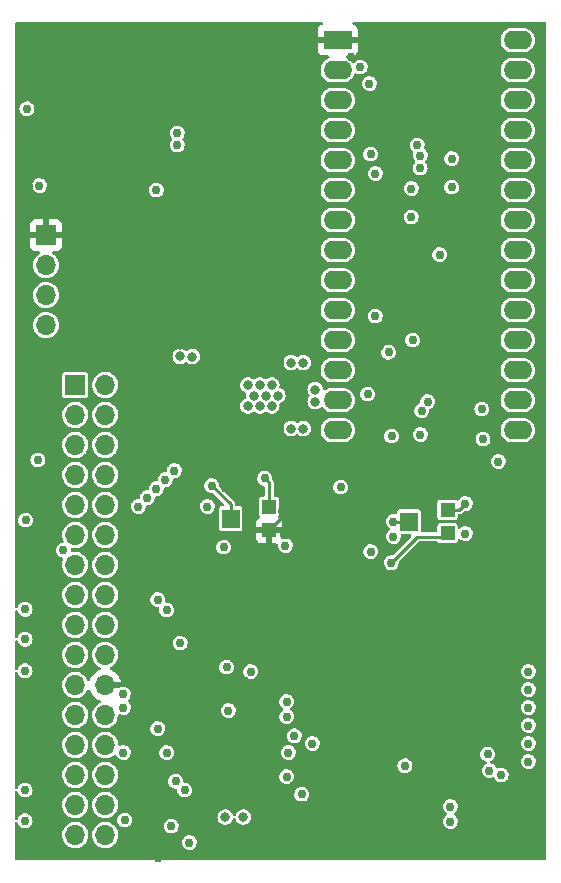
<source format=gtl>
%TF.GenerationSoftware,KiCad,Pcbnew,(6.0.1)*%
%TF.CreationDate,2022-01-21T22:17:13+01:00*%
%TF.ProjectId,bosch-kf163-control,626f7363-682d-46b6-9631-36332d636f6e,1*%
%TF.SameCoordinates,Original*%
%TF.FileFunction,Copper,L1,Top*%
%TF.FilePolarity,Positive*%
%FSLAX46Y46*%
G04 Gerber Fmt 4.6, Leading zero omitted, Abs format (unit mm)*
G04 Created by KiCad (PCBNEW (6.0.1)) date 2022-01-21 22:17:13*
%MOMM*%
%LPD*%
G01*
G04 APERTURE LIST*
%TA.AperFunction,SMDPad,CuDef*%
%ADD10R,1.200000X1.200000*%
%TD*%
%TA.AperFunction,SMDPad,CuDef*%
%ADD11R,1.500000X1.600000*%
%TD*%
%TA.AperFunction,ComponentPad*%
%ADD12R,1.700000X1.700000*%
%TD*%
%TA.AperFunction,ComponentPad*%
%ADD13O,1.700000X1.700000*%
%TD*%
%TA.AperFunction,ComponentPad*%
%ADD14R,2.400000X1.600000*%
%TD*%
%TA.AperFunction,ComponentPad*%
%ADD15O,2.400000X1.600000*%
%TD*%
%TA.AperFunction,ViaPad*%
%ADD16C,0.750000*%
%TD*%
%TA.AperFunction,ViaPad*%
%ADD17C,0.800000*%
%TD*%
%TA.AperFunction,Conductor*%
%ADD18C,0.250000*%
%TD*%
G04 APERTURE END LIST*
D10*
%TO.P,RV301,1,1*%
%TO.N,GND*%
X111020000Y-107553000D03*
D11*
%TO.P,RV301,2,2*%
%TO.N,Net-(C310-Pad1)*%
X107770000Y-106553000D03*
D10*
%TO.P,RV301,3,3*%
%TO.N,Net-(C309-Pad2)*%
X111020000Y-105553000D03*
%TD*%
%TO.P,RV302,1,1*%
%TO.N,Net-(R305-Pad1)*%
X126133000Y-107807000D03*
D11*
%TO.P,RV302,2,2*%
%TO.N,Net-(R314-Pad1)*%
X122883000Y-106807000D03*
D10*
%TO.P,RV302,3,3*%
%TO.N,Net-(R312-Pad2)*%
X126133000Y-105807000D03*
%TD*%
D12*
%TO.P,J102,1,Pin_1*%
%TO.N,GND*%
X92145000Y-82560000D03*
D13*
%TO.P,J102,2,Pin_2*%
%TO.N,BOOT*%
X92145000Y-85100000D03*
%TO.P,J102,3,Pin_3*%
%TO.N,RXD*%
X92145000Y-87640000D03*
%TO.P,J102,4,Pin_4*%
%TO.N,TXD*%
X92145000Y-90180000D03*
%TD*%
D12*
%TO.P,J101,1,Pin_1*%
%TO.N,MIC*%
X94615000Y-95250000D03*
D13*
%TO.P,J101,2,Pin_2*%
%TO.N,/SQUELCH*%
X97155000Y-95250000D03*
%TO.P,J101,3,Pin_3*%
%TO.N,Net-(J101-Pad3)*%
X94615000Y-97790000D03*
%TO.P,J101,4,Pin_4*%
%TO.N,SQL_SENSE*%
X97155000Y-97790000D03*
%TO.P,J101,5,Pin_5*%
%TO.N,Net-(J101-Pad5)*%
X94615000Y-100330000D03*
%TO.P,J101,6,Pin_6*%
%TO.N,unconnected-(J101-Pad6)*%
X97155000Y-100330000D03*
%TO.P,J101,7,Pin_7*%
%TO.N,Net-(J101-Pad7)*%
X94615000Y-102870000D03*
%TO.P,J101,8,Pin_8*%
%TO.N,ONOFF*%
X97155000Y-102870000D03*
%TO.P,J101,9,Pin_9*%
%TO.N,+8V*%
X94615000Y-105410000D03*
%TO.P,J101,10,Pin_10*%
%TO.N,TX_FLAT*%
X97155000Y-105410000D03*
%TO.P,J101,11,Pin_11*%
%TO.N,/HUP*%
X94615000Y-107950000D03*
%TO.P,J101,12,Pin_12*%
%TO.N,TX_FLAT*%
X97155000Y-107950000D03*
%TO.P,J101,13,Pin_13*%
%TO.N,St2*%
X94615000Y-110490000D03*
%TO.P,J101,14,Pin_14*%
%TO.N,RX_FLAT*%
X97155000Y-110490000D03*
%TO.P,J101,15,Pin_15*%
%TO.N,/D*%
X94615000Y-113030000D03*
%TO.P,J101,16,Pin_16*%
%TO.N,RX_FLAT*%
X97155000Y-113030000D03*
%TO.P,J101,17,Pin_17*%
%TO.N,/C*%
X94615000Y-115570000D03*
%TO.P,J101,18,Pin_18*%
%TO.N,+8V*%
X97155000Y-115570000D03*
%TO.P,J101,19,Pin_19*%
%TO.N,/B*%
X94615000Y-118110000D03*
%TO.P,J101,20,Pin_20*%
%TO.N,Net-(D101-Pad1)*%
X97155000Y-118110000D03*
%TO.P,J101,21,Pin_21*%
%TO.N,/A*%
X94615000Y-120650000D03*
%TO.P,J101,22,Pin_22*%
%TO.N,GND*%
X97155000Y-120650000D03*
%TO.P,J101,23,Pin_23*%
%TO.N,St1*%
X94615000Y-123190000D03*
%TO.P,J101,24,Pin_24*%
%TO.N,TX_NF*%
X97155000Y-123190000D03*
%TO.P,J101,25,Pin_25*%
%TO.N,/LED_GN*%
X94615000Y-125730000D03*
%TO.P,J101,26,Pin_26*%
%TO.N,TX_NF*%
X97155000Y-125730000D03*
%TO.P,J101,27,Pin_27*%
%TO.N,/DEL*%
X94615000Y-128270000D03*
%TO.P,J101,28,Pin_28*%
%TO.N,VDC*%
X97155000Y-128270000D03*
%TO.P,J101,29,Pin_29*%
%TO.N,/CALL2*%
X94615000Y-130810000D03*
%TO.P,J101,30,Pin_30*%
%TO.N,RX_NF*%
X97155000Y-130810000D03*
%TO.P,J101,31,Pin_31*%
%TO.N,/CALL1*%
X94615000Y-133350000D03*
%TO.P,J101,32,Pin_32*%
%TO.N,Net-(J101-Pad32)*%
X97155000Y-133350000D03*
%TD*%
D14*
%TO.P,J201,1,Pin_1*%
%TO.N,GND*%
X116840000Y-66040000D03*
D15*
%TO.P,J201,2,Pin_2*%
%TO.N,Net-(D206-Pad1)*%
X116840000Y-68580000D03*
%TO.P,J201,3,Pin_3*%
%TO.N,Net-(D205-Pad1)*%
X116840000Y-71120000D03*
%TO.P,J201,4,Pin_4*%
%TO.N,Net-(D212-Pad1)*%
X116840000Y-73660000D03*
%TO.P,J201,5,Pin_5*%
%TO.N,Net-(D204-Pad1)*%
X116840000Y-76200000D03*
%TO.P,J201,6,Pin_6*%
%TO.N,Net-(D211-Pad1)*%
X116840000Y-78740000D03*
%TO.P,J201,7,Pin_7*%
%TO.N,Net-(D203-Pad1)*%
X116840000Y-81280000D03*
%TO.P,J201,8,Pin_8*%
%TO.N,Net-(D210-Pad1)*%
X116840000Y-83820000D03*
%TO.P,J201,9,Pin_9*%
%TO.N,Net-(D202-Pad1)*%
X116840000Y-86360000D03*
%TO.P,J201,10,Pin_10*%
%TO.N,Net-(D209-Pad1)*%
X116840000Y-88900000D03*
%TO.P,J201,11,Pin_11*%
%TO.N,Net-(D201-Pad1)*%
X116840000Y-91440000D03*
%TO.P,J201,12,Pin_12*%
%TO.N,unconnected-(J201-Pad12)*%
X116840000Y-93980000D03*
%TO.P,J201,13,Pin_13*%
%TO.N,B01*%
X116840000Y-96520000D03*
%TO.P,J201,14,Pin_14*%
%TO.N,B02*%
X116840000Y-99060000D03*
%TO.P,J201,15,Pin_15*%
%TO.N,B03*%
X132080000Y-99060000D03*
%TO.P,J201,16,Pin_16*%
%TO.N,B04*%
X132080000Y-96520000D03*
%TO.P,J201,17,Pin_17*%
%TO.N,B05*%
X132080000Y-93980000D03*
%TO.P,J201,18,Pin_18*%
%TO.N,B06*%
X132080000Y-91440000D03*
%TO.P,J201,19,Pin_19*%
%TO.N,B07*%
X132080000Y-88900000D03*
%TO.P,J201,20,Pin_20*%
%TO.N,B08*%
X132080000Y-86360000D03*
%TO.P,J201,21,Pin_21*%
%TO.N,B09*%
X132080000Y-83820000D03*
%TO.P,J201,22,Pin_22*%
%TO.N,B10*%
X132080000Y-81280000D03*
%TO.P,J201,23,Pin_23*%
%TO.N,B11*%
X132080000Y-78740000D03*
%TO.P,J201,24,Pin_24*%
%TO.N,B12*%
X132080000Y-76200000D03*
%TO.P,J201,25,Pin_25*%
%TO.N,B13*%
X132080000Y-73660000D03*
%TO.P,J201,26,Pin_26*%
%TO.N,B14*%
X132080000Y-71120000D03*
%TO.P,J201,27,Pin_27*%
%TO.N,B15*%
X132080000Y-68580000D03*
%TO.P,J201,28,Pin_28*%
%TO.N,B16*%
X132080000Y-66040000D03*
%TD*%
D16*
%TO.N,GND*%
X90143000Y-70985000D03*
X103251000Y-75946000D03*
X125857000Y-65659000D03*
X129032000Y-98298000D03*
X101600000Y-125603000D03*
X121412000Y-100584000D03*
D17*
X103632000Y-98425000D03*
D16*
X129022389Y-65389103D03*
X114173000Y-110109000D03*
X112146902Y-105918000D03*
X118999000Y-77343000D03*
X129022389Y-75549103D03*
X131191000Y-121793000D03*
X128952847Y-70519304D03*
X120396000Y-91948000D03*
X107315000Y-103949500D03*
D17*
X104648000Y-98425000D03*
D16*
X123544000Y-127508000D03*
X113792000Y-117602000D03*
X121539000Y-125984000D03*
X126619000Y-113538000D03*
X115316000Y-106172000D03*
X112268000Y-103124000D03*
X129032000Y-93091000D03*
X118491000Y-129159000D03*
X90665097Y-78359000D03*
X120269000Y-70501464D03*
X108839000Y-128397000D03*
X99822000Y-119634000D03*
X103732000Y-105275000D03*
X106299000Y-134620000D03*
X122809000Y-76454000D03*
X122428000Y-65659000D03*
X127508000Y-78359000D03*
D17*
X103505000Y-91821000D03*
D16*
X129032000Y-95758000D03*
X113665000Y-123444000D03*
X113411000Y-121285000D03*
X126365000Y-133477000D03*
X95504000Y-75692000D03*
D17*
X111887000Y-98933000D03*
D16*
X112267452Y-107946162D03*
X117983000Y-67437000D03*
X131191000Y-124841000D03*
X128952847Y-85759304D03*
X102870000Y-129794000D03*
X109347000Y-122047000D03*
D17*
X111887000Y-93345000D03*
D16*
X115951000Y-113538000D03*
X102362000Y-127381000D03*
X91948000Y-119380000D03*
X121412000Y-98425000D03*
X124206000Y-91440000D03*
X119644140Y-107555480D03*
X121301900Y-109220000D03*
X101600000Y-135255000D03*
X127762000Y-106553000D03*
X103886000Y-116205000D03*
X115189000Y-110109000D03*
X107950000Y-118364000D03*
X102616000Y-113284000D03*
X131191000Y-120269000D03*
X104267000Y-135001000D03*
X129032000Y-90551000D03*
X100584000Y-75692000D03*
X98806000Y-124968000D03*
X113792000Y-126365000D03*
X112522000Y-132207000D03*
X131191000Y-123317000D03*
X119507000Y-74422000D03*
X131699000Y-128270000D03*
D17*
X105664000Y-98425000D03*
D16*
X98512293Y-123486997D03*
X113030000Y-129159000D03*
X94334000Y-75684000D03*
X129022389Y-67929103D03*
X98806000Y-104267000D03*
X122047000Y-94996000D03*
X123825000Y-98425000D03*
D17*
X102235000Y-93853000D03*
D16*
X95885000Y-124460000D03*
X115443000Y-126365000D03*
X117094000Y-102984097D03*
X120777000Y-103886000D03*
X113792000Y-130810000D03*
X106807000Y-108077000D03*
D17*
X103378000Y-94996000D03*
D16*
X120015000Y-90424000D03*
X105791000Y-106553000D03*
X104013000Y-118618000D03*
X110998000Y-134493000D03*
X91186000Y-104267000D03*
X128881498Y-80753440D03*
X125365464Y-87994536D03*
X119253000Y-94615000D03*
X128952847Y-73059304D03*
X127254000Y-76708000D03*
X103759000Y-103251000D03*
X125534500Y-67876500D03*
X102489000Y-78740000D03*
X100457000Y-102616000D03*
X107442000Y-121793000D03*
X108966000Y-120269000D03*
X125476000Y-131588900D03*
X129794000Y-100584000D03*
X92683000Y-75557000D03*
X105791000Y-112522000D03*
X92368815Y-101610012D03*
X128952847Y-83219304D03*
X92583000Y-109220000D03*
X131191000Y-126365000D03*
X131191000Y-118745000D03*
X131191000Y-102362000D03*
X118745000Y-76200000D03*
X126492000Y-83947000D03*
X103759000Y-132555911D03*
X98806000Y-133096000D03*
X129032000Y-88011000D03*
X118491000Y-122936000D03*
X109347000Y-123190000D03*
D17*
X103378000Y-97409000D03*
D16*
X91948000Y-116840000D03*
X124476464Y-95614536D03*
X101854000Y-73660000D03*
%TO.N,+3V3*%
X91567000Y-78359000D03*
X123063000Y-81026000D03*
D17*
X109220000Y-95250000D03*
X113919000Y-98933000D03*
X114935000Y-96647000D03*
X111760000Y-96139000D03*
D16*
X90424000Y-106680000D03*
D17*
X114935000Y-95631000D03*
X111252000Y-97028000D03*
D16*
X90524000Y-71874000D03*
D17*
X111252000Y-95250000D03*
D16*
X98679000Y-122555000D03*
D17*
X109728000Y-96139000D03*
D16*
X123063000Y-78613000D03*
X90361000Y-116776000D03*
D17*
X112903000Y-98933000D03*
X109220000Y-97028000D03*
D16*
X123811992Y-76848527D03*
X90361000Y-119443000D03*
D17*
X110236000Y-95250000D03*
X110744000Y-96139000D03*
D16*
X90361000Y-132143000D03*
X127635000Y-107823000D03*
X121141536Y-92472464D03*
X119634000Y-75692000D03*
X90361000Y-114236000D03*
D17*
X107315000Y-131826000D03*
D16*
X117094000Y-103886000D03*
X119380000Y-96012000D03*
X90361000Y-129540000D03*
D17*
X113919000Y-93345000D03*
X112903000Y-93345000D03*
X110236000Y-97028000D03*
D16*
X105791000Y-105537000D03*
D17*
X108839000Y-131826000D03*
D16*
%TO.N,PTT_OUT*%
X107442000Y-119126000D03*
X109474000Y-119507000D03*
%TO.N,MUTE*%
X104267000Y-133985000D03*
X126365000Y-132207000D03*
%TO.N,/SQUELCH*%
X101600000Y-113411000D03*
X100711000Y-104775000D03*
%TO.N,LED*%
X126365000Y-130937000D03*
X102743000Y-132588000D03*
%TO.N,LATCH*%
X107569000Y-122809000D03*
X129137773Y-99822000D03*
X103251000Y-74930000D03*
X123825000Y-75819000D03*
X123825000Y-99441000D03*
%TO.N,CLK*%
X129038153Y-97282738D03*
X103251000Y-73914000D03*
X113157000Y-124951100D03*
X123571000Y-74930000D03*
X124460000Y-96647000D03*
%TO.N,/B*%
X101600000Y-124333000D03*
%TO.N,/C*%
X102362000Y-126365000D03*
%TO.N,/D*%
X103124000Y-128794900D03*
%TO.N,/HUP*%
X103886000Y-129540087D03*
%TO.N,/A*%
X98679000Y-126365000D03*
%TO.N,DigX_MA1*%
X129667000Y-127889000D03*
X113792000Y-129908097D03*
%TO.N,DigX_MA0*%
X112522000Y-128397000D03*
X129535867Y-126489623D03*
%TO.N,SQL_SENSE*%
X99949000Y-105537000D03*
X102362000Y-114300000D03*
%TO.N,ADC1*%
X119634000Y-109347000D03*
X112522000Y-123317000D03*
%TO.N,DAC1*%
X112522000Y-122047000D03*
X112395000Y-108839000D03*
%TO.N,BOOT*%
X102997000Y-102489000D03*
X91456900Y-101600000D03*
X114681000Y-125603000D03*
%TO.N,RXD*%
X102235000Y-103251000D03*
X112649000Y-126365000D03*
%TO.N,TXD*%
X101473000Y-104013000D03*
X130683000Y-128270000D03*
%TO.N,Net-(R305-Pad1)*%
X121368081Y-110284010D03*
%TO.N,Net-(C309-Pad2)*%
X110648750Y-103155750D03*
%TO.N,Net-(C310-Pad1)*%
X106172000Y-103759000D03*
%TO.N,Net-(C312-Pad2)*%
X121539000Y-108077000D03*
X107188000Y-108966000D03*
%TO.N,Net-(D202-Pad1)*%
X132969000Y-124079000D03*
%TO.N,Net-(D203-Pad1)*%
X132969000Y-121031000D03*
%TO.N,Net-(D205-Pad1)*%
X132969000Y-127127000D03*
X118745000Y-68326000D03*
%TO.N,RX_NF*%
X93599000Y-109220000D03*
D17*
%TO.N,+8V*%
X103505000Y-92826100D03*
X104521000Y-92837000D03*
D16*
%TO.N,Net-(D103-Pad1)*%
X103505000Y-117094000D03*
X122528000Y-127500000D03*
%TO.N,St1*%
X98679000Y-121412000D03*
%TO.N,Net-(D204-Pad1)*%
X130429000Y-101727000D03*
%TO.N,MISO_PLL*%
X98806000Y-132080000D03*
X101473002Y-78740000D03*
%TO.N,Net-(U201-Pad9)*%
X125476000Y-84201000D03*
X120015000Y-77343000D03*
%TO.N,A11*%
X126492000Y-78486000D03*
X126491999Y-76072999D03*
%TO.N,A03*%
X123190000Y-91440000D03*
X123952000Y-97409000D03*
%TO.N,A02*%
X121412000Y-99568000D03*
X120015000Y-89408000D03*
%TO.N,Net-(D212-Pad1)*%
X119507000Y-69723000D03*
X132969000Y-125603000D03*
%TO.N,Net-(D211-Pad1)*%
X132969000Y-119507000D03*
%TO.N,Net-(D210-Pad1)*%
X132969000Y-122555000D03*
%TO.N,Net-(R312-Pad2)*%
X127635000Y-105283000D03*
%TO.N,Net-(R314-Pad1)*%
X121539000Y-106807000D03*
%TD*%
D18*
%TO.N,GND*%
X112146902Y-106426098D02*
X111020000Y-107553000D01*
X112146902Y-105918000D02*
X112146902Y-106426098D01*
%TO.N,Net-(R305-Pad1)*%
X123575091Y-108077000D02*
X125863000Y-108077000D01*
X121368081Y-110284010D02*
X123575091Y-108077000D01*
X125863000Y-108077000D02*
X126133000Y-107807000D01*
%TO.N,Net-(C309-Pad2)*%
X111020000Y-103527000D02*
X110648750Y-103155750D01*
X111020000Y-105553000D02*
X111020000Y-103527000D01*
%TO.N,Net-(C310-Pad1)*%
X107770000Y-105357000D02*
X106172000Y-103759000D01*
X107770000Y-106553000D02*
X107770000Y-105357000D01*
%TO.N,Net-(R312-Pad2)*%
X127111000Y-105807000D02*
X127635000Y-105283000D01*
X126133000Y-105807000D02*
X127111000Y-105807000D01*
%TO.N,Net-(R314-Pad1)*%
X122883000Y-106807000D02*
X121539000Y-106807000D01*
%TD*%
%TA.AperFunction,Conductor*%
%TO.N,GND*%
G36*
X115539722Y-64520002D02*
G01*
X115586215Y-64573658D01*
X115596319Y-64643932D01*
X115566825Y-64708512D01*
X115515831Y-64743982D01*
X115401946Y-64786676D01*
X115386351Y-64795214D01*
X115284276Y-64871715D01*
X115271715Y-64884276D01*
X115195214Y-64986351D01*
X115186676Y-65001946D01*
X115141522Y-65122394D01*
X115137895Y-65137649D01*
X115132369Y-65188514D01*
X115132000Y-65195328D01*
X115132000Y-65767885D01*
X115136475Y-65783124D01*
X115137865Y-65784329D01*
X115145548Y-65786000D01*
X118529884Y-65786000D01*
X118545123Y-65781525D01*
X118546328Y-65780135D01*
X118547999Y-65772452D01*
X118547999Y-65195331D01*
X118547629Y-65188510D01*
X118542105Y-65137648D01*
X118538479Y-65122396D01*
X118493324Y-65001946D01*
X118484786Y-64986351D01*
X118408285Y-64884276D01*
X118395724Y-64871715D01*
X118293649Y-64795214D01*
X118278054Y-64786676D01*
X118164169Y-64743982D01*
X118107405Y-64701340D01*
X118082705Y-64634779D01*
X118097913Y-64565430D01*
X118148199Y-64515312D01*
X118208399Y-64500000D01*
X134374000Y-64500000D01*
X134442121Y-64520002D01*
X134488614Y-64573658D01*
X134500000Y-64626000D01*
X134500000Y-135374000D01*
X134479998Y-135442121D01*
X134426342Y-135488614D01*
X134374000Y-135500000D01*
X89626000Y-135500000D01*
X89557879Y-135479998D01*
X89511386Y-135426342D01*
X89500000Y-135374000D01*
X89500000Y-133320964D01*
X93506148Y-133320964D01*
X93519424Y-133523522D01*
X93520845Y-133529118D01*
X93520846Y-133529123D01*
X93541119Y-133608945D01*
X93569392Y-133720269D01*
X93571809Y-133725512D01*
X93609010Y-133806208D01*
X93654377Y-133904616D01*
X93657710Y-133909332D01*
X93711830Y-133985910D01*
X93771533Y-134070389D01*
X93916938Y-134212035D01*
X94085720Y-134324812D01*
X94091023Y-134327090D01*
X94091026Y-134327092D01*
X94179707Y-134365192D01*
X94272228Y-134404942D01*
X94335041Y-134419155D01*
X94464579Y-134448467D01*
X94464584Y-134448468D01*
X94470216Y-134449742D01*
X94475987Y-134449969D01*
X94475989Y-134449969D01*
X94535756Y-134452317D01*
X94673053Y-134457712D01*
X94773499Y-134443148D01*
X94868231Y-134429413D01*
X94868236Y-134429412D01*
X94873945Y-134428584D01*
X94879409Y-134426729D01*
X94879414Y-134426728D01*
X95060693Y-134365192D01*
X95060698Y-134365190D01*
X95066165Y-134363334D01*
X95243276Y-134264147D01*
X95305934Y-134212035D01*
X95394913Y-134138031D01*
X95399345Y-134134345D01*
X95515940Y-133994156D01*
X95525453Y-133982718D01*
X95525455Y-133982715D01*
X95529147Y-133978276D01*
X95605869Y-133841280D01*
X95625510Y-133806208D01*
X95625511Y-133806206D01*
X95628334Y-133801165D01*
X95630190Y-133795698D01*
X95630192Y-133795693D01*
X95691728Y-133614414D01*
X95691729Y-133614409D01*
X95693584Y-133608945D01*
X95694412Y-133603236D01*
X95694413Y-133603231D01*
X95711991Y-133481996D01*
X95722712Y-133408053D01*
X95724232Y-133350000D01*
X95721564Y-133320964D01*
X96046148Y-133320964D01*
X96059424Y-133523522D01*
X96060845Y-133529118D01*
X96060846Y-133529123D01*
X96081119Y-133608945D01*
X96109392Y-133720269D01*
X96111809Y-133725512D01*
X96149010Y-133806208D01*
X96194377Y-133904616D01*
X96197710Y-133909332D01*
X96251830Y-133985910D01*
X96311533Y-134070389D01*
X96456938Y-134212035D01*
X96625720Y-134324812D01*
X96631023Y-134327090D01*
X96631026Y-134327092D01*
X96719707Y-134365192D01*
X96812228Y-134404942D01*
X96875041Y-134419155D01*
X97004579Y-134448467D01*
X97004584Y-134448468D01*
X97010216Y-134449742D01*
X97015987Y-134449969D01*
X97015989Y-134449969D01*
X97075756Y-134452317D01*
X97213053Y-134457712D01*
X97313499Y-134443148D01*
X97408231Y-134429413D01*
X97408236Y-134429412D01*
X97413945Y-134428584D01*
X97419409Y-134426729D01*
X97419414Y-134426728D01*
X97600693Y-134365192D01*
X97600698Y-134365190D01*
X97606165Y-134363334D01*
X97783276Y-134264147D01*
X97845934Y-134212035D01*
X97934913Y-134138031D01*
X97939345Y-134134345D01*
X98055940Y-133994156D01*
X98065453Y-133982718D01*
X98065455Y-133982715D01*
X98069077Y-133978360D01*
X103632912Y-133978360D01*
X103649631Y-134129803D01*
X103701992Y-134272886D01*
X103706229Y-134279192D01*
X103706231Y-134279195D01*
X103734728Y-134321602D01*
X103786972Y-134399349D01*
X103792590Y-134404461D01*
X103894043Y-134496777D01*
X103894047Y-134496780D01*
X103899664Y-134501891D01*
X103906341Y-134505516D01*
X103906342Y-134505517D01*
X104026887Y-134570968D01*
X104026889Y-134570969D01*
X104033564Y-134574593D01*
X104040913Y-134576521D01*
X104173590Y-134611328D01*
X104173592Y-134611328D01*
X104180940Y-134613256D01*
X104258560Y-134614475D01*
X104325685Y-134615530D01*
X104325688Y-134615530D01*
X104333284Y-134615649D01*
X104340688Y-134613953D01*
X104340690Y-134613953D01*
X104395575Y-134601382D01*
X104481802Y-134581634D01*
X104617918Y-134513175D01*
X104692189Y-134449742D01*
X104728002Y-134419155D01*
X104728004Y-134419152D01*
X104733776Y-134414223D01*
X104822686Y-134290491D01*
X104879516Y-134149123D01*
X104900984Y-133998280D01*
X104901123Y-133985000D01*
X104900320Y-133978360D01*
X104883731Y-133841280D01*
X104882819Y-133833740D01*
X104828962Y-133691213D01*
X104742663Y-133565647D01*
X104736992Y-133560594D01*
X104634574Y-133469342D01*
X104634570Y-133469340D01*
X104628903Y-133464290D01*
X104622195Y-133460738D01*
X104622193Y-133460737D01*
X104500958Y-133396547D01*
X104500957Y-133396546D01*
X104494249Y-133392995D01*
X104346477Y-133355877D01*
X104338879Y-133355837D01*
X104338877Y-133355837D01*
X104275419Y-133355505D01*
X104194116Y-133355079D01*
X104186736Y-133356851D01*
X104186734Y-133356851D01*
X104053342Y-133388876D01*
X104053340Y-133388877D01*
X104045962Y-133390648D01*
X103910570Y-133460529D01*
X103795755Y-133560689D01*
X103708145Y-133685345D01*
X103705385Y-133692425D01*
X103662989Y-133801165D01*
X103652799Y-133827300D01*
X103651807Y-133834833D01*
X103651807Y-133834834D01*
X103642000Y-133909332D01*
X103632912Y-133978360D01*
X98069077Y-133978360D01*
X98069147Y-133978276D01*
X98145869Y-133841280D01*
X98165510Y-133806208D01*
X98165511Y-133806206D01*
X98168334Y-133801165D01*
X98170190Y-133795698D01*
X98170192Y-133795693D01*
X98231728Y-133614414D01*
X98231729Y-133614409D01*
X98233584Y-133608945D01*
X98234412Y-133603236D01*
X98234413Y-133603231D01*
X98251991Y-133481996D01*
X98262712Y-133408053D01*
X98264232Y-133350000D01*
X98245658Y-133147859D01*
X98244090Y-133142299D01*
X98192125Y-132958046D01*
X98192124Y-132958044D01*
X98190557Y-132952487D01*
X98179978Y-132931033D01*
X98103331Y-132775609D01*
X98100776Y-132770428D01*
X97979320Y-132607779D01*
X97882909Y-132518657D01*
X97834503Y-132473911D01*
X97830258Y-132469987D01*
X97825375Y-132466906D01*
X97825371Y-132466903D01*
X97672137Y-132370220D01*
X97658581Y-132361667D01*
X97470039Y-132286446D01*
X97464379Y-132285320D01*
X97464375Y-132285319D01*
X97276613Y-132247971D01*
X97276610Y-132247971D01*
X97270946Y-132246844D01*
X97265171Y-132246768D01*
X97265167Y-132246768D01*
X97163793Y-132245441D01*
X97067971Y-132244187D01*
X97062274Y-132245166D01*
X97062273Y-132245166D01*
X96873607Y-132277585D01*
X96867910Y-132278564D01*
X96677463Y-132348824D01*
X96503010Y-132452612D01*
X96498670Y-132456418D01*
X96498666Y-132456421D01*
X96434731Y-132512491D01*
X96350392Y-132586455D01*
X96224720Y-132745869D01*
X96222031Y-132750980D01*
X96222029Y-132750983D01*
X96197018Y-132798521D01*
X96130203Y-132925515D01*
X96070007Y-133119378D01*
X96046148Y-133320964D01*
X95721564Y-133320964D01*
X95705658Y-133147859D01*
X95704090Y-133142299D01*
X95652125Y-132958046D01*
X95652124Y-132958044D01*
X95650557Y-132952487D01*
X95639978Y-132931033D01*
X95563331Y-132775609D01*
X95560776Y-132770428D01*
X95439320Y-132607779D01*
X95342909Y-132518657D01*
X95294503Y-132473911D01*
X95290258Y-132469987D01*
X95285375Y-132466906D01*
X95285371Y-132466903D01*
X95132137Y-132370220D01*
X95118581Y-132361667D01*
X94930039Y-132286446D01*
X94924379Y-132285320D01*
X94924375Y-132285319D01*
X94736613Y-132247971D01*
X94736610Y-132247971D01*
X94730946Y-132246844D01*
X94725171Y-132246768D01*
X94725167Y-132246768D01*
X94623793Y-132245441D01*
X94527971Y-132244187D01*
X94522274Y-132245166D01*
X94522273Y-132245166D01*
X94333607Y-132277585D01*
X94327910Y-132278564D01*
X94137463Y-132348824D01*
X93963010Y-132452612D01*
X93958670Y-132456418D01*
X93958666Y-132456421D01*
X93894731Y-132512491D01*
X93810392Y-132586455D01*
X93684720Y-132745869D01*
X93682031Y-132750980D01*
X93682029Y-132750983D01*
X93657018Y-132798521D01*
X93590203Y-132925515D01*
X93530007Y-133119378D01*
X93506148Y-133320964D01*
X89500000Y-133320964D01*
X89500000Y-132333003D01*
X89520002Y-132264882D01*
X89573658Y-132218389D01*
X89643932Y-132208285D01*
X89708512Y-132237779D01*
X89744326Y-132289702D01*
X89795992Y-132430886D01*
X89800229Y-132437192D01*
X89800231Y-132437195D01*
X89828542Y-132479326D01*
X89880972Y-132557349D01*
X89886590Y-132562461D01*
X89988043Y-132654777D01*
X89988047Y-132654780D01*
X89993664Y-132659891D01*
X90000341Y-132663516D01*
X90000342Y-132663517D01*
X90120887Y-132728968D01*
X90120889Y-132728969D01*
X90127564Y-132732593D01*
X90134913Y-132734521D01*
X90267590Y-132769328D01*
X90267592Y-132769328D01*
X90274940Y-132771256D01*
X90352560Y-132772475D01*
X90419685Y-132773530D01*
X90419688Y-132773530D01*
X90427284Y-132773649D01*
X90434688Y-132771953D01*
X90434690Y-132771953D01*
X90490477Y-132759176D01*
X90575802Y-132739634D01*
X90711918Y-132671175D01*
X90760060Y-132630058D01*
X90822002Y-132577155D01*
X90822004Y-132577152D01*
X90827776Y-132572223D01*
X90916686Y-132448491D01*
X90973516Y-132307123D01*
X90994984Y-132156280D01*
X90995123Y-132143000D01*
X90994320Y-132136360D01*
X90986696Y-132073360D01*
X98171912Y-132073360D01*
X98188631Y-132224803D01*
X98240992Y-132367886D01*
X98245229Y-132374192D01*
X98245231Y-132374195D01*
X98278175Y-132423220D01*
X98325972Y-132494349D01*
X98331590Y-132499461D01*
X98433043Y-132591777D01*
X98433047Y-132591780D01*
X98438664Y-132596891D01*
X98445341Y-132600516D01*
X98445342Y-132600517D01*
X98565887Y-132665968D01*
X98565889Y-132665969D01*
X98572564Y-132669593D01*
X98579913Y-132671521D01*
X98712590Y-132706328D01*
X98712592Y-132706328D01*
X98719940Y-132708256D01*
X98797560Y-132709475D01*
X98864685Y-132710530D01*
X98864688Y-132710530D01*
X98872284Y-132710649D01*
X98879688Y-132708953D01*
X98879690Y-132708953D01*
X98934575Y-132696382D01*
X99020802Y-132676634D01*
X99156918Y-132608175D01*
X99188314Y-132581360D01*
X102108912Y-132581360D01*
X102125631Y-132732803D01*
X102177992Y-132875886D01*
X102182229Y-132882192D01*
X102182231Y-132882195D01*
X102211341Y-132925515D01*
X102262972Y-133002349D01*
X102268590Y-133007461D01*
X102370043Y-133099777D01*
X102370047Y-133099780D01*
X102375664Y-133104891D01*
X102382341Y-133108516D01*
X102382342Y-133108517D01*
X102502887Y-133173968D01*
X102502889Y-133173969D01*
X102509564Y-133177593D01*
X102516913Y-133179521D01*
X102649590Y-133214328D01*
X102649592Y-133214328D01*
X102656940Y-133216256D01*
X102734560Y-133217475D01*
X102801685Y-133218530D01*
X102801688Y-133218530D01*
X102809284Y-133218649D01*
X102816688Y-133216953D01*
X102816690Y-133216953D01*
X102871575Y-133204382D01*
X102957802Y-133184634D01*
X103093918Y-133116175D01*
X103119341Y-133094462D01*
X103204002Y-133022155D01*
X103204004Y-133022152D01*
X103209776Y-133017223D01*
X103298686Y-132893491D01*
X103355516Y-132752123D01*
X103376984Y-132601280D01*
X103377123Y-132588000D01*
X103376476Y-132582648D01*
X103364259Y-132481695D01*
X103358819Y-132436740D01*
X103304962Y-132294213D01*
X103257258Y-132224803D01*
X103222965Y-132174906D01*
X103222964Y-132174904D01*
X103218663Y-132168647D01*
X103209353Y-132160352D01*
X103110574Y-132072342D01*
X103110570Y-132072340D01*
X103104903Y-132067290D01*
X103098195Y-132063738D01*
X103098193Y-132063737D01*
X102976958Y-131999547D01*
X102976957Y-131999546D01*
X102970249Y-131995995D01*
X102822477Y-131958877D01*
X102814879Y-131958837D01*
X102814877Y-131958837D01*
X102751419Y-131958505D01*
X102670116Y-131958079D01*
X102662736Y-131959851D01*
X102662734Y-131959851D01*
X102529342Y-131991876D01*
X102529340Y-131991877D01*
X102521962Y-131993648D01*
X102386570Y-132063529D01*
X102271755Y-132163689D01*
X102184145Y-132288345D01*
X102128799Y-132430300D01*
X102127807Y-132437833D01*
X102127807Y-132437834D01*
X102110115Y-132572223D01*
X102108912Y-132581360D01*
X99188314Y-132581360D01*
X99197132Y-132573829D01*
X99267002Y-132514155D01*
X99267004Y-132514152D01*
X99272776Y-132509223D01*
X99361686Y-132385491D01*
X99418516Y-132244123D01*
X99439984Y-132093280D01*
X99440123Y-132080000D01*
X99439320Y-132073360D01*
X99430036Y-131996641D01*
X99421819Y-131928740D01*
X99380388Y-131819096D01*
X106655729Y-131819096D01*
X106663196Y-131886728D01*
X106671366Y-131960728D01*
X106673113Y-131976553D01*
X106675723Y-131983684D01*
X106675723Y-131983686D01*
X106717323Y-132097363D01*
X106727553Y-132125319D01*
X106731789Y-132131622D01*
X106731789Y-132131623D01*
X106794404Y-132224803D01*
X106815908Y-132256805D01*
X106821527Y-132261918D01*
X106821528Y-132261919D01*
X106857019Y-132294213D01*
X106933076Y-132363419D01*
X107072293Y-132439008D01*
X107225522Y-132479207D01*
X107309477Y-132480526D01*
X107376319Y-132481576D01*
X107376322Y-132481576D01*
X107383916Y-132481695D01*
X107538332Y-132446329D01*
X107608742Y-132410917D01*
X107673072Y-132378563D01*
X107673075Y-132378561D01*
X107679855Y-132375151D01*
X107685626Y-132370222D01*
X107685629Y-132370220D01*
X107794536Y-132277204D01*
X107794536Y-132277203D01*
X107800314Y-132272269D01*
X107892755Y-132143624D01*
X107951842Y-131996641D01*
X107952913Y-131989114D01*
X107954878Y-131981782D01*
X107957516Y-131982489D01*
X107981592Y-131929572D01*
X108041263Y-131891103D01*
X108112260Y-131891003D01*
X108172040Y-131929302D01*
X108196356Y-131976830D01*
X108197113Y-131976553D01*
X108199027Y-131981782D01*
X108199723Y-131983685D01*
X108241323Y-132097363D01*
X108251553Y-132125319D01*
X108255789Y-132131622D01*
X108255789Y-132131623D01*
X108318404Y-132224803D01*
X108339908Y-132256805D01*
X108345527Y-132261918D01*
X108345528Y-132261919D01*
X108381019Y-132294213D01*
X108457076Y-132363419D01*
X108596293Y-132439008D01*
X108749522Y-132479207D01*
X108833477Y-132480526D01*
X108900319Y-132481576D01*
X108900322Y-132481576D01*
X108907916Y-132481695D01*
X109062332Y-132446329D01*
X109132742Y-132410917D01*
X109197072Y-132378563D01*
X109197075Y-132378561D01*
X109203855Y-132375151D01*
X109209626Y-132370222D01*
X109209629Y-132370220D01*
X109318536Y-132277204D01*
X109318536Y-132277203D01*
X109324314Y-132272269D01*
X109375986Y-132200360D01*
X125730912Y-132200360D01*
X125747631Y-132351803D01*
X125799992Y-132494886D01*
X125804229Y-132501192D01*
X125804231Y-132501195D01*
X125837728Y-132551043D01*
X125884972Y-132621349D01*
X125890590Y-132626461D01*
X125992043Y-132718777D01*
X125992047Y-132718780D01*
X125997664Y-132723891D01*
X126004341Y-132727516D01*
X126004342Y-132727517D01*
X126124887Y-132792968D01*
X126124889Y-132792969D01*
X126131564Y-132796593D01*
X126138913Y-132798521D01*
X126271590Y-132833328D01*
X126271592Y-132833328D01*
X126278940Y-132835256D01*
X126356560Y-132836475D01*
X126423685Y-132837530D01*
X126423688Y-132837530D01*
X126431284Y-132837649D01*
X126438688Y-132835953D01*
X126438690Y-132835953D01*
X126493575Y-132823382D01*
X126579802Y-132803634D01*
X126715918Y-132735175D01*
X126784461Y-132676634D01*
X126826002Y-132641155D01*
X126826004Y-132641152D01*
X126831776Y-132636223D01*
X126920686Y-132512491D01*
X126977516Y-132371123D01*
X126998984Y-132220280D01*
X126999123Y-132207000D01*
X126998320Y-132200360D01*
X126985856Y-132097363D01*
X126980819Y-132055740D01*
X126926962Y-131913213D01*
X126882976Y-131849213D01*
X126844965Y-131793906D01*
X126844964Y-131793904D01*
X126840663Y-131787647D01*
X126834992Y-131782594D01*
X126732574Y-131691342D01*
X126732570Y-131691340D01*
X126726903Y-131686290D01*
X126720195Y-131682738D01*
X126713950Y-131678398D01*
X126714976Y-131676922D01*
X126670990Y-131634051D01*
X126655009Y-131564876D01*
X126678964Y-131498043D01*
X126710377Y-131467962D01*
X126715918Y-131465175D01*
X126815826Y-131379846D01*
X126826002Y-131371155D01*
X126826004Y-131371152D01*
X126831776Y-131366223D01*
X126920686Y-131242491D01*
X126977516Y-131101123D01*
X126998984Y-130950280D01*
X126999123Y-130937000D01*
X126998320Y-130930360D01*
X126984203Y-130813704D01*
X126980819Y-130785740D01*
X126926962Y-130643213D01*
X126898843Y-130602299D01*
X126844965Y-130523906D01*
X126844964Y-130523904D01*
X126840663Y-130517647D01*
X126834992Y-130512594D01*
X126732574Y-130421342D01*
X126732570Y-130421340D01*
X126726903Y-130416290D01*
X126720195Y-130412738D01*
X126720193Y-130412737D01*
X126598958Y-130348547D01*
X126598957Y-130348546D01*
X126592249Y-130344995D01*
X126444477Y-130307877D01*
X126436879Y-130307837D01*
X126436877Y-130307837D01*
X126373419Y-130307505D01*
X126292116Y-130307079D01*
X126284736Y-130308851D01*
X126284734Y-130308851D01*
X126151342Y-130340876D01*
X126151340Y-130340877D01*
X126143962Y-130342648D01*
X126008570Y-130412529D01*
X125893755Y-130512689D01*
X125806145Y-130637345D01*
X125750799Y-130779300D01*
X125749807Y-130786833D01*
X125749807Y-130786834D01*
X125739115Y-130868053D01*
X125730912Y-130930360D01*
X125747631Y-131081803D01*
X125799992Y-131224886D01*
X125804229Y-131231192D01*
X125804231Y-131231195D01*
X125827759Y-131266208D01*
X125884972Y-131351349D01*
X125890590Y-131356461D01*
X125992043Y-131448777D01*
X125992047Y-131448780D01*
X125997664Y-131453891D01*
X126004342Y-131457517D01*
X126004345Y-131457519D01*
X126009883Y-131460526D01*
X126060204Y-131510609D01*
X126075460Y-131579947D01*
X126050807Y-131646526D01*
X126020583Y-131675468D01*
X126015319Y-131679046D01*
X126008570Y-131682529D01*
X125893755Y-131782689D01*
X125806145Y-131907345D01*
X125750799Y-132049300D01*
X125749807Y-132056833D01*
X125749807Y-132056834D01*
X125734922Y-132169903D01*
X125730912Y-132200360D01*
X109375986Y-132200360D01*
X109416755Y-132143624D01*
X109475842Y-131996641D01*
X109491220Y-131888584D01*
X109497581Y-131843891D01*
X109497581Y-131843888D01*
X109498162Y-131839807D01*
X109498307Y-131826000D01*
X109479276Y-131668733D01*
X109423280Y-131520546D01*
X109399295Y-131485648D01*
X109337855Y-131396251D01*
X109337854Y-131396249D01*
X109333553Y-131389992D01*
X109215275Y-131284611D01*
X109207889Y-131280700D01*
X109114390Y-131231195D01*
X109075274Y-131210484D01*
X108921633Y-131171892D01*
X108914034Y-131171852D01*
X108914033Y-131171852D01*
X108848181Y-131171507D01*
X108763221Y-131171062D01*
X108755841Y-131172834D01*
X108755839Y-131172834D01*
X108616563Y-131206271D01*
X108616560Y-131206272D01*
X108609184Y-131208043D01*
X108468414Y-131280700D01*
X108349039Y-131384838D01*
X108257950Y-131514444D01*
X108229178Y-131588240D01*
X108215903Y-131622290D01*
X108200406Y-131662037D01*
X108199414Y-131669571D01*
X108199015Y-131671126D01*
X108162701Y-131732133D01*
X108099169Y-131763822D01*
X108028590Y-131756132D01*
X107973372Y-131711506D01*
X107955705Y-131672278D01*
X107955276Y-131668733D01*
X107899280Y-131520546D01*
X107875295Y-131485648D01*
X107813855Y-131396251D01*
X107813854Y-131396249D01*
X107809553Y-131389992D01*
X107691275Y-131284611D01*
X107683889Y-131280700D01*
X107590390Y-131231195D01*
X107551274Y-131210484D01*
X107397633Y-131171892D01*
X107390034Y-131171852D01*
X107390033Y-131171852D01*
X107324181Y-131171507D01*
X107239221Y-131171062D01*
X107231841Y-131172834D01*
X107231839Y-131172834D01*
X107092563Y-131206271D01*
X107092560Y-131206272D01*
X107085184Y-131208043D01*
X106944414Y-131280700D01*
X106825039Y-131384838D01*
X106733950Y-131514444D01*
X106705178Y-131588240D01*
X106691903Y-131622290D01*
X106676406Y-131662037D01*
X106675414Y-131669570D01*
X106675414Y-131669571D01*
X106659899Y-131787425D01*
X106655729Y-131819096D01*
X99380388Y-131819096D01*
X99367962Y-131786213D01*
X99324962Y-131723647D01*
X99285965Y-131666906D01*
X99285964Y-131666904D01*
X99281663Y-131660647D01*
X99275277Y-131654957D01*
X99173574Y-131564342D01*
X99173570Y-131564340D01*
X99167903Y-131559290D01*
X99161195Y-131555738D01*
X99161193Y-131555737D01*
X99039958Y-131491547D01*
X99039957Y-131491546D01*
X99033249Y-131487995D01*
X98885477Y-131450877D01*
X98877879Y-131450837D01*
X98877877Y-131450837D01*
X98814419Y-131450505D01*
X98733116Y-131450079D01*
X98725736Y-131451851D01*
X98725734Y-131451851D01*
X98592342Y-131483876D01*
X98592340Y-131483877D01*
X98584962Y-131485648D01*
X98449570Y-131555529D01*
X98334755Y-131655689D01*
X98247145Y-131780345D01*
X98230384Y-131823334D01*
X98196607Y-131909969D01*
X98191799Y-131922300D01*
X98190807Y-131929833D01*
X98190807Y-131929834D01*
X98173179Y-132063737D01*
X98171912Y-132073360D01*
X90986696Y-132073360D01*
X90983280Y-132045136D01*
X90976819Y-131991740D01*
X90922962Y-131849213D01*
X90880496Y-131787425D01*
X90840965Y-131729906D01*
X90840964Y-131729904D01*
X90836663Y-131723647D01*
X90830992Y-131718594D01*
X90728574Y-131627342D01*
X90728570Y-131627340D01*
X90722903Y-131622290D01*
X90716195Y-131618738D01*
X90716193Y-131618737D01*
X90594958Y-131554547D01*
X90594957Y-131554546D01*
X90588249Y-131550995D01*
X90440477Y-131513877D01*
X90432879Y-131513837D01*
X90432877Y-131513837D01*
X90369419Y-131513505D01*
X90288116Y-131513079D01*
X90280736Y-131514851D01*
X90280734Y-131514851D01*
X90147342Y-131546876D01*
X90147340Y-131546877D01*
X90139962Y-131548648D01*
X90004570Y-131618529D01*
X89889755Y-131718689D01*
X89802145Y-131843345D01*
X89777192Y-131907345D01*
X89757117Y-131958837D01*
X89746799Y-131985300D01*
X89746644Y-131986479D01*
X89711728Y-132045136D01*
X89648196Y-132076826D01*
X89577617Y-132069136D01*
X89522399Y-132024510D01*
X89500000Y-131952796D01*
X89500000Y-130780964D01*
X93506148Y-130780964D01*
X93519424Y-130983522D01*
X93520845Y-130989118D01*
X93520846Y-130989123D01*
X93546196Y-131088935D01*
X93569392Y-131180269D01*
X93571809Y-131185512D01*
X93609010Y-131266208D01*
X93654377Y-131364616D01*
X93657710Y-131369332D01*
X93764577Y-131520546D01*
X93771533Y-131530389D01*
X93775675Y-131534424D01*
X93790788Y-131549146D01*
X93916938Y-131672035D01*
X94085720Y-131784812D01*
X94091023Y-131787090D01*
X94091026Y-131787092D01*
X94252150Y-131856316D01*
X94272228Y-131864942D01*
X94345244Y-131881464D01*
X94464579Y-131908467D01*
X94464584Y-131908468D01*
X94470216Y-131909742D01*
X94475987Y-131909969D01*
X94475989Y-131909969D01*
X94535756Y-131912317D01*
X94673053Y-131917712D01*
X94787424Y-131901129D01*
X94868231Y-131889413D01*
X94868236Y-131889412D01*
X94873945Y-131888584D01*
X94879409Y-131886729D01*
X94879414Y-131886728D01*
X95060693Y-131825192D01*
X95060698Y-131825190D01*
X95066165Y-131823334D01*
X95073733Y-131819096D01*
X95172431Y-131763822D01*
X95243276Y-131724147D01*
X95249839Y-131718689D01*
X95394913Y-131598031D01*
X95399345Y-131594345D01*
X95460723Y-131520546D01*
X95525453Y-131442718D01*
X95525455Y-131442715D01*
X95529147Y-131438276D01*
X95617394Y-131280700D01*
X95625510Y-131266208D01*
X95625511Y-131266206D01*
X95628334Y-131261165D01*
X95630190Y-131255698D01*
X95630192Y-131255693D01*
X95691728Y-131074414D01*
X95691729Y-131074409D01*
X95693584Y-131068945D01*
X95694412Y-131063236D01*
X95694413Y-131063231D01*
X95722179Y-130871727D01*
X95722712Y-130868053D01*
X95724232Y-130810000D01*
X95721564Y-130780964D01*
X96046148Y-130780964D01*
X96059424Y-130983522D01*
X96060845Y-130989118D01*
X96060846Y-130989123D01*
X96086196Y-131088935D01*
X96109392Y-131180269D01*
X96111809Y-131185512D01*
X96149010Y-131266208D01*
X96194377Y-131364616D01*
X96197710Y-131369332D01*
X96304577Y-131520546D01*
X96311533Y-131530389D01*
X96315675Y-131534424D01*
X96330788Y-131549146D01*
X96456938Y-131672035D01*
X96625720Y-131784812D01*
X96631023Y-131787090D01*
X96631026Y-131787092D01*
X96792150Y-131856316D01*
X96812228Y-131864942D01*
X96885244Y-131881464D01*
X97004579Y-131908467D01*
X97004584Y-131908468D01*
X97010216Y-131909742D01*
X97015987Y-131909969D01*
X97015989Y-131909969D01*
X97075756Y-131912317D01*
X97213053Y-131917712D01*
X97327424Y-131901129D01*
X97408231Y-131889413D01*
X97408236Y-131889412D01*
X97413945Y-131888584D01*
X97419409Y-131886729D01*
X97419414Y-131886728D01*
X97600693Y-131825192D01*
X97600698Y-131825190D01*
X97606165Y-131823334D01*
X97613733Y-131819096D01*
X97712431Y-131763822D01*
X97783276Y-131724147D01*
X97789839Y-131718689D01*
X97934913Y-131598031D01*
X97939345Y-131594345D01*
X98000723Y-131520546D01*
X98065453Y-131442718D01*
X98065455Y-131442715D01*
X98069147Y-131438276D01*
X98157394Y-131280700D01*
X98165510Y-131266208D01*
X98165511Y-131266206D01*
X98168334Y-131261165D01*
X98170190Y-131255698D01*
X98170192Y-131255693D01*
X98231728Y-131074414D01*
X98231729Y-131074409D01*
X98233584Y-131068945D01*
X98234412Y-131063236D01*
X98234413Y-131063231D01*
X98262179Y-130871727D01*
X98262712Y-130868053D01*
X98264232Y-130810000D01*
X98248907Y-130643213D01*
X98246187Y-130613613D01*
X98246186Y-130613610D01*
X98245658Y-130607859D01*
X98244090Y-130602299D01*
X98192125Y-130418046D01*
X98192124Y-130418044D01*
X98190557Y-130412487D01*
X98179978Y-130391033D01*
X98103331Y-130235609D01*
X98100776Y-130230428D01*
X97979320Y-130067779D01*
X97878133Y-129974242D01*
X97834503Y-129933911D01*
X97830258Y-129929987D01*
X97825375Y-129926906D01*
X97825371Y-129926903D01*
X97668575Y-129827973D01*
X97658581Y-129821667D01*
X97470039Y-129746446D01*
X97464379Y-129745320D01*
X97464375Y-129745319D01*
X97276613Y-129707971D01*
X97276610Y-129707971D01*
X97270946Y-129706844D01*
X97265171Y-129706768D01*
X97265167Y-129706768D01*
X97163793Y-129705441D01*
X97067971Y-129704187D01*
X97062274Y-129705166D01*
X97062273Y-129705166D01*
X96873607Y-129737585D01*
X96867910Y-129738564D01*
X96677463Y-129808824D01*
X96503010Y-129912612D01*
X96498670Y-129916418D01*
X96498666Y-129916421D01*
X96354733Y-130042648D01*
X96350392Y-130046455D01*
X96346817Y-130050990D01*
X96346816Y-130050991D01*
X96333581Y-130067779D01*
X96224720Y-130205869D01*
X96222031Y-130210980D01*
X96222029Y-130210983D01*
X96209073Y-130235609D01*
X96130203Y-130385515D01*
X96070007Y-130579378D01*
X96046148Y-130780964D01*
X95721564Y-130780964D01*
X95708907Y-130643213D01*
X95706187Y-130613613D01*
X95706186Y-130613610D01*
X95705658Y-130607859D01*
X95704090Y-130602299D01*
X95652125Y-130418046D01*
X95652124Y-130418044D01*
X95650557Y-130412487D01*
X95639978Y-130391033D01*
X95563331Y-130235609D01*
X95560776Y-130230428D01*
X95439320Y-130067779D01*
X95338133Y-129974242D01*
X95294503Y-129933911D01*
X95290258Y-129929987D01*
X95285375Y-129926906D01*
X95285371Y-129926903D01*
X95128575Y-129827973D01*
X95118581Y-129821667D01*
X94930039Y-129746446D01*
X94924379Y-129745320D01*
X94924375Y-129745319D01*
X94736613Y-129707971D01*
X94736610Y-129707971D01*
X94730946Y-129706844D01*
X94725171Y-129706768D01*
X94725167Y-129706768D01*
X94623793Y-129705441D01*
X94527971Y-129704187D01*
X94522274Y-129705166D01*
X94522273Y-129705166D01*
X94333607Y-129737585D01*
X94327910Y-129738564D01*
X94137463Y-129808824D01*
X93963010Y-129912612D01*
X93958670Y-129916418D01*
X93958666Y-129916421D01*
X93814733Y-130042648D01*
X93810392Y-130046455D01*
X93806817Y-130050990D01*
X93806816Y-130050991D01*
X93793581Y-130067779D01*
X93684720Y-130205869D01*
X93682031Y-130210980D01*
X93682029Y-130210983D01*
X93669073Y-130235609D01*
X93590203Y-130385515D01*
X93530007Y-130579378D01*
X93506148Y-130780964D01*
X89500000Y-130780964D01*
X89500000Y-129730003D01*
X89520002Y-129661882D01*
X89573658Y-129615389D01*
X89643932Y-129605285D01*
X89708512Y-129634779D01*
X89744326Y-129686702D01*
X89795992Y-129827886D01*
X89800229Y-129834192D01*
X89800231Y-129834195D01*
X89812024Y-129851744D01*
X89880972Y-129954349D01*
X89886590Y-129959461D01*
X89988043Y-130051777D01*
X89988047Y-130051780D01*
X89993664Y-130056891D01*
X90000341Y-130060516D01*
X90000342Y-130060517D01*
X90120887Y-130125968D01*
X90120889Y-130125969D01*
X90127564Y-130129593D01*
X90134913Y-130131521D01*
X90267590Y-130166328D01*
X90267592Y-130166328D01*
X90274940Y-130168256D01*
X90352560Y-130169475D01*
X90419685Y-130170530D01*
X90419688Y-130170530D01*
X90427284Y-130170649D01*
X90434688Y-130168953D01*
X90434690Y-130168953D01*
X90489575Y-130156382D01*
X90575802Y-130136634D01*
X90711918Y-130068175D01*
X90737349Y-130046455D01*
X90822002Y-129974155D01*
X90822004Y-129974152D01*
X90827776Y-129969223D01*
X90916686Y-129845491D01*
X90973516Y-129704123D01*
X90994984Y-129553280D01*
X90995123Y-129540000D01*
X90994320Y-129533360D01*
X90980998Y-129423275D01*
X90976819Y-129388740D01*
X90922962Y-129246213D01*
X90880305Y-129184147D01*
X90840965Y-129126906D01*
X90840964Y-129126904D01*
X90836663Y-129120647D01*
X90830992Y-129115594D01*
X90728574Y-129024342D01*
X90728570Y-129024340D01*
X90722903Y-129019290D01*
X90716195Y-129015738D01*
X90716193Y-129015737D01*
X90594958Y-128951547D01*
X90594957Y-128951546D01*
X90588249Y-128947995D01*
X90440477Y-128910877D01*
X90432879Y-128910837D01*
X90432877Y-128910837D01*
X90369419Y-128910505D01*
X90288116Y-128910079D01*
X90280736Y-128911851D01*
X90280734Y-128911851D01*
X90147342Y-128943876D01*
X90147340Y-128943877D01*
X90139962Y-128945648D01*
X90004570Y-129015529D01*
X89889755Y-129115689D01*
X89802145Y-129240345D01*
X89785384Y-129283334D01*
X89751607Y-129369969D01*
X89746799Y-129382300D01*
X89746644Y-129383479D01*
X89711728Y-129442136D01*
X89648196Y-129473826D01*
X89577617Y-129466136D01*
X89522399Y-129421510D01*
X89500000Y-129349796D01*
X89500000Y-128240964D01*
X93506148Y-128240964D01*
X93519424Y-128443522D01*
X93520845Y-128449118D01*
X93520846Y-128449123D01*
X93552940Y-128575491D01*
X93569392Y-128640269D01*
X93571809Y-128645512D01*
X93639262Y-128791828D01*
X93654377Y-128824616D01*
X93657710Y-128829332D01*
X93742374Y-128949129D01*
X93771533Y-128990389D01*
X93916938Y-129132035D01*
X94085720Y-129244812D01*
X94091023Y-129247090D01*
X94091026Y-129247092D01*
X94266921Y-129322662D01*
X94272228Y-129324942D01*
X94345244Y-129341464D01*
X94464579Y-129368467D01*
X94464584Y-129368468D01*
X94470216Y-129369742D01*
X94475987Y-129369969D01*
X94475989Y-129369969D01*
X94535756Y-129372317D01*
X94673053Y-129377712D01*
X94773499Y-129363148D01*
X94868231Y-129349413D01*
X94868236Y-129349412D01*
X94873945Y-129348584D01*
X94879409Y-129346729D01*
X94879414Y-129346728D01*
X95060693Y-129285192D01*
X95060698Y-129285190D01*
X95066165Y-129283334D01*
X95072212Y-129279948D01*
X95209713Y-129202943D01*
X95243276Y-129184147D01*
X95305934Y-129132035D01*
X95394913Y-129058031D01*
X95399345Y-129054345D01*
X95458709Y-128982968D01*
X95525453Y-128902718D01*
X95525455Y-128902715D01*
X95529147Y-128898276D01*
X95628334Y-128721165D01*
X95630190Y-128715698D01*
X95630192Y-128715693D01*
X95691728Y-128534414D01*
X95691729Y-128534409D01*
X95693584Y-128528945D01*
X95694412Y-128523236D01*
X95694413Y-128523231D01*
X95712118Y-128401121D01*
X95722712Y-128328053D01*
X95724232Y-128270000D01*
X95722696Y-128253280D01*
X95721564Y-128240964D01*
X96046148Y-128240964D01*
X96059424Y-128443522D01*
X96060845Y-128449118D01*
X96060846Y-128449123D01*
X96092940Y-128575491D01*
X96109392Y-128640269D01*
X96111809Y-128645512D01*
X96179262Y-128791828D01*
X96194377Y-128824616D01*
X96197710Y-128829332D01*
X96282374Y-128949129D01*
X96311533Y-128990389D01*
X96456938Y-129132035D01*
X96625720Y-129244812D01*
X96631023Y-129247090D01*
X96631026Y-129247092D01*
X96806921Y-129322662D01*
X96812228Y-129324942D01*
X96885244Y-129341464D01*
X97004579Y-129368467D01*
X97004584Y-129368468D01*
X97010216Y-129369742D01*
X97015987Y-129369969D01*
X97015989Y-129369969D01*
X97075756Y-129372317D01*
X97213053Y-129377712D01*
X97313499Y-129363148D01*
X97408231Y-129349413D01*
X97408236Y-129349412D01*
X97413945Y-129348584D01*
X97419409Y-129346729D01*
X97419414Y-129346728D01*
X97600693Y-129285192D01*
X97600698Y-129285190D01*
X97606165Y-129283334D01*
X97612212Y-129279948D01*
X97749713Y-129202943D01*
X97783276Y-129184147D01*
X97845934Y-129132035D01*
X97934913Y-129058031D01*
X97939345Y-129054345D01*
X97998709Y-128982968D01*
X98065453Y-128902718D01*
X98065455Y-128902715D01*
X98069147Y-128898276D01*
X98130759Y-128788260D01*
X102489912Y-128788260D01*
X102506631Y-128939703D01*
X102558992Y-129082786D01*
X102563229Y-129089092D01*
X102563231Y-129089095D01*
X102588698Y-129126993D01*
X102643972Y-129209249D01*
X102649590Y-129214361D01*
X102751043Y-129306677D01*
X102751047Y-129306680D01*
X102756664Y-129311791D01*
X102763341Y-129315416D01*
X102763342Y-129315417D01*
X102883887Y-129380868D01*
X102883889Y-129380869D01*
X102890564Y-129384493D01*
X102897913Y-129386421D01*
X103030590Y-129421228D01*
X103030592Y-129421228D01*
X103037940Y-129423156D01*
X103087579Y-129423936D01*
X103129016Y-129424587D01*
X103196815Y-129445656D01*
X103242459Y-129500036D01*
X103252276Y-129536745D01*
X103254111Y-129553367D01*
X103268631Y-129684890D01*
X103320992Y-129827973D01*
X103325229Y-129834279D01*
X103325231Y-129834282D01*
X103364113Y-129892143D01*
X103405972Y-129954436D01*
X103411590Y-129959548D01*
X103513043Y-130051864D01*
X103513047Y-130051867D01*
X103518664Y-130056978D01*
X103525341Y-130060603D01*
X103525342Y-130060604D01*
X103645887Y-130126055D01*
X103645889Y-130126056D01*
X103652564Y-130129680D01*
X103659913Y-130131608D01*
X103792590Y-130166415D01*
X103792592Y-130166415D01*
X103799940Y-130168343D01*
X103877560Y-130169562D01*
X103944685Y-130170617D01*
X103944688Y-130170617D01*
X103952284Y-130170736D01*
X103959688Y-130169040D01*
X103959690Y-130169040D01*
X104014575Y-130156469D01*
X104100802Y-130136721D01*
X104236918Y-130068262D01*
X104266908Y-130042648D01*
X104347002Y-129974242D01*
X104347004Y-129974239D01*
X104352776Y-129969310D01*
X104357269Y-129963058D01*
X104387219Y-129921377D01*
X104401533Y-129901457D01*
X113157912Y-129901457D01*
X113174631Y-130052900D01*
X113226992Y-130195983D01*
X113231229Y-130202289D01*
X113231231Y-130202292D01*
X113270113Y-130260153D01*
X113311972Y-130322446D01*
X113317590Y-130327558D01*
X113419043Y-130419874D01*
X113419047Y-130419877D01*
X113424664Y-130424988D01*
X113431341Y-130428613D01*
X113431342Y-130428614D01*
X113551887Y-130494065D01*
X113551889Y-130494066D01*
X113558564Y-130497690D01*
X113565913Y-130499618D01*
X113698590Y-130534425D01*
X113698592Y-130534425D01*
X113705940Y-130536353D01*
X113783560Y-130537572D01*
X113850685Y-130538627D01*
X113850688Y-130538627D01*
X113858284Y-130538746D01*
X113865688Y-130537050D01*
X113865690Y-130537050D01*
X113923079Y-130523906D01*
X114006802Y-130504731D01*
X114142918Y-130436272D01*
X114245631Y-130348547D01*
X114253002Y-130342252D01*
X114253004Y-130342249D01*
X114258776Y-130337320D01*
X114347686Y-130213588D01*
X114404516Y-130072220D01*
X114420052Y-129963058D01*
X114425403Y-129925460D01*
X114425403Y-129925459D01*
X114425984Y-129921377D01*
X114426123Y-129908097D01*
X114425320Y-129901457D01*
X114408731Y-129764377D01*
X114407819Y-129756837D01*
X114353962Y-129614310D01*
X114314883Y-129557450D01*
X114271965Y-129495003D01*
X114271964Y-129495001D01*
X114267663Y-129488744D01*
X114261992Y-129483691D01*
X114159574Y-129392439D01*
X114159570Y-129392437D01*
X114153903Y-129387387D01*
X114147195Y-129383835D01*
X114147193Y-129383834D01*
X114025958Y-129319644D01*
X114025957Y-129319643D01*
X114019249Y-129316092D01*
X113871477Y-129278974D01*
X113863879Y-129278934D01*
X113863877Y-129278934D01*
X113800419Y-129278602D01*
X113719116Y-129278176D01*
X113711736Y-129279948D01*
X113711734Y-129279948D01*
X113578342Y-129311973D01*
X113578340Y-129311974D01*
X113570962Y-129313745D01*
X113435570Y-129383626D01*
X113320755Y-129483786D01*
X113233145Y-129608442D01*
X113230385Y-129615522D01*
X113193091Y-129711176D01*
X113177799Y-129750397D01*
X113176807Y-129757930D01*
X113176807Y-129757931D01*
X113164457Y-129851744D01*
X113157912Y-129901457D01*
X104401533Y-129901457D01*
X104441686Y-129845578D01*
X104498516Y-129704210D01*
X104519984Y-129553367D01*
X104520123Y-129540087D01*
X104501819Y-129388827D01*
X104447962Y-129246300D01*
X104407187Y-129186972D01*
X104365965Y-129126993D01*
X104365964Y-129126991D01*
X104361663Y-129120734D01*
X104350398Y-129110697D01*
X104253574Y-129024429D01*
X104253570Y-129024427D01*
X104247903Y-129019377D01*
X104241195Y-129015825D01*
X104241193Y-129015824D01*
X104119958Y-128951634D01*
X104119957Y-128951633D01*
X104113249Y-128948082D01*
X103965477Y-128910964D01*
X103957879Y-128910924D01*
X103957877Y-128910924D01*
X103882813Y-128910531D01*
X103814798Y-128890173D01*
X103768587Y-128836274D01*
X103758489Y-128794856D01*
X103758123Y-128794900D01*
X103757751Y-128791828D01*
X103739819Y-128643640D01*
X103685962Y-128501113D01*
X103646381Y-128443522D01*
X103609844Y-128390360D01*
X111887912Y-128390360D01*
X111904631Y-128541803D01*
X111956992Y-128684886D01*
X111961229Y-128691192D01*
X111961231Y-128691195D01*
X111984759Y-128726208D01*
X112041972Y-128811349D01*
X112047590Y-128816461D01*
X112149043Y-128908777D01*
X112149047Y-128908780D01*
X112154664Y-128913891D01*
X112161341Y-128917516D01*
X112161342Y-128917517D01*
X112281887Y-128982968D01*
X112281889Y-128982969D01*
X112288564Y-128986593D01*
X112295913Y-128988521D01*
X112428590Y-129023328D01*
X112428592Y-129023328D01*
X112435940Y-129025256D01*
X112513560Y-129026475D01*
X112580685Y-129027530D01*
X112580688Y-129027530D01*
X112588284Y-129027649D01*
X112595688Y-129025953D01*
X112595690Y-129025953D01*
X112656402Y-129012048D01*
X112736802Y-128993634D01*
X112872918Y-128925175D01*
X112945456Y-128863222D01*
X112983002Y-128831155D01*
X112983004Y-128831152D01*
X112988776Y-128826223D01*
X113077686Y-128702491D01*
X113134516Y-128561123D01*
X113155984Y-128410280D01*
X113156123Y-128397000D01*
X113155320Y-128390360D01*
X113142856Y-128287363D01*
X113137819Y-128245740D01*
X113083962Y-128103213D01*
X113055843Y-128062299D01*
X113001965Y-127983906D01*
X113001964Y-127983904D01*
X112997663Y-127977647D01*
X112989030Y-127969955D01*
X112889574Y-127881342D01*
X112889570Y-127881340D01*
X112883903Y-127876290D01*
X112877195Y-127872738D01*
X112877193Y-127872737D01*
X112755958Y-127808547D01*
X112755957Y-127808546D01*
X112749249Y-127804995D01*
X112601477Y-127767877D01*
X112593879Y-127767837D01*
X112593877Y-127767837D01*
X112530419Y-127767505D01*
X112449116Y-127767079D01*
X112441736Y-127768851D01*
X112441734Y-127768851D01*
X112308342Y-127800876D01*
X112308340Y-127800877D01*
X112300962Y-127802648D01*
X112165570Y-127872529D01*
X112050755Y-127972689D01*
X111963145Y-128097345D01*
X111936776Y-128164979D01*
X111921551Y-128204029D01*
X111907799Y-128239300D01*
X111906807Y-128246833D01*
X111906807Y-128246834D01*
X111889697Y-128376803D01*
X111887912Y-128390360D01*
X103609844Y-128390360D01*
X103603965Y-128381806D01*
X103603964Y-128381804D01*
X103599663Y-128375547D01*
X103593992Y-128370494D01*
X103491574Y-128279242D01*
X103491570Y-128279240D01*
X103485903Y-128274190D01*
X103479195Y-128270638D01*
X103479193Y-128270637D01*
X103357958Y-128206447D01*
X103357957Y-128206446D01*
X103351249Y-128202895D01*
X103203477Y-128165777D01*
X103195879Y-128165737D01*
X103195877Y-128165737D01*
X103132419Y-128165405D01*
X103051116Y-128164979D01*
X103043736Y-128166751D01*
X103043734Y-128166751D01*
X102910342Y-128198776D01*
X102910340Y-128198777D01*
X102902962Y-128200548D01*
X102767570Y-128270429D01*
X102652755Y-128370589D01*
X102565145Y-128495245D01*
X102509799Y-128637200D01*
X102508807Y-128644733D01*
X102508807Y-128644734D01*
X102500392Y-128708657D01*
X102489912Y-128788260D01*
X98130759Y-128788260D01*
X98168334Y-128721165D01*
X98170190Y-128715698D01*
X98170192Y-128715693D01*
X98231728Y-128534414D01*
X98231729Y-128534409D01*
X98233584Y-128528945D01*
X98234412Y-128523236D01*
X98234413Y-128523231D01*
X98252118Y-128401121D01*
X98262712Y-128328053D01*
X98264232Y-128270000D01*
X98262696Y-128253280D01*
X98246187Y-128073613D01*
X98246186Y-128073610D01*
X98245658Y-128067859D01*
X98244090Y-128062299D01*
X98192125Y-127878046D01*
X98192124Y-127878044D01*
X98190557Y-127872487D01*
X98182874Y-127856906D01*
X98103331Y-127695609D01*
X98100776Y-127690428D01*
X97979320Y-127527779D01*
X97942086Y-127493360D01*
X121893912Y-127493360D01*
X121910631Y-127644803D01*
X121962992Y-127787886D01*
X121967229Y-127794192D01*
X121967231Y-127794195D01*
X121998279Y-127840399D01*
X122047972Y-127914349D01*
X122053590Y-127919461D01*
X122155043Y-128011777D01*
X122155047Y-128011780D01*
X122160664Y-128016891D01*
X122167341Y-128020516D01*
X122167342Y-128020517D01*
X122287887Y-128085968D01*
X122287889Y-128085969D01*
X122294564Y-128089593D01*
X122301913Y-128091521D01*
X122434590Y-128126328D01*
X122434592Y-128126328D01*
X122441940Y-128128256D01*
X122519560Y-128129475D01*
X122586685Y-128130530D01*
X122586688Y-128130530D01*
X122594284Y-128130649D01*
X122601688Y-128128953D01*
X122601690Y-128128953D01*
X122656575Y-128116382D01*
X122742802Y-128096634D01*
X122878918Y-128028175D01*
X122904341Y-128006462D01*
X122989002Y-127934155D01*
X122989004Y-127934152D01*
X122994776Y-127929223D01*
X123083686Y-127805491D01*
X123140516Y-127664123D01*
X123159262Y-127532409D01*
X123161403Y-127517363D01*
X123161403Y-127517362D01*
X123161984Y-127513280D01*
X123162123Y-127500000D01*
X123161320Y-127493360D01*
X123148437Y-127386903D01*
X123143819Y-127348740D01*
X123089962Y-127206213D01*
X123063679Y-127167971D01*
X123007965Y-127086906D01*
X123007964Y-127086904D01*
X123003663Y-127080647D01*
X122997992Y-127075594D01*
X122895574Y-126984342D01*
X122895570Y-126984340D01*
X122889903Y-126979290D01*
X122883195Y-126975738D01*
X122883193Y-126975737D01*
X122761958Y-126911547D01*
X122761957Y-126911546D01*
X122755249Y-126907995D01*
X122607477Y-126870877D01*
X122599879Y-126870837D01*
X122599877Y-126870837D01*
X122536419Y-126870505D01*
X122455116Y-126870079D01*
X122447736Y-126871851D01*
X122447734Y-126871851D01*
X122314342Y-126903876D01*
X122314340Y-126903877D01*
X122306962Y-126905648D01*
X122171570Y-126975529D01*
X122056755Y-127075689D01*
X121969145Y-127200345D01*
X121913799Y-127342300D01*
X121912807Y-127349833D01*
X121912807Y-127349834D01*
X121896210Y-127475906D01*
X121893912Y-127493360D01*
X97942086Y-127493360D01*
X97864019Y-127421195D01*
X97834503Y-127393911D01*
X97830258Y-127389987D01*
X97825375Y-127386906D01*
X97825371Y-127386903D01*
X97663464Y-127284748D01*
X97658581Y-127281667D01*
X97470039Y-127206446D01*
X97464379Y-127205320D01*
X97464375Y-127205319D01*
X97276613Y-127167971D01*
X97276610Y-127167971D01*
X97270946Y-127166844D01*
X97265171Y-127166768D01*
X97265167Y-127166768D01*
X97163793Y-127165441D01*
X97067971Y-127164187D01*
X97062274Y-127165166D01*
X97062273Y-127165166D01*
X96895524Y-127193819D01*
X96867910Y-127198564D01*
X96677463Y-127268824D01*
X96503010Y-127372612D01*
X96498670Y-127376418D01*
X96498666Y-127376421D01*
X96434731Y-127432491D01*
X96350392Y-127506455D01*
X96224720Y-127665869D01*
X96222031Y-127670980D01*
X96222029Y-127670983D01*
X96182699Y-127745737D01*
X96130203Y-127845515D01*
X96070007Y-128039378D01*
X96046148Y-128240964D01*
X95721564Y-128240964D01*
X95706187Y-128073613D01*
X95706186Y-128073610D01*
X95705658Y-128067859D01*
X95704090Y-128062299D01*
X95652125Y-127878046D01*
X95652124Y-127878044D01*
X95650557Y-127872487D01*
X95642874Y-127856906D01*
X95563331Y-127695609D01*
X95560776Y-127690428D01*
X95439320Y-127527779D01*
X95324019Y-127421195D01*
X95294503Y-127393911D01*
X95290258Y-127389987D01*
X95285375Y-127386906D01*
X95285371Y-127386903D01*
X95123464Y-127284748D01*
X95118581Y-127281667D01*
X94930039Y-127206446D01*
X94924379Y-127205320D01*
X94924375Y-127205319D01*
X94736613Y-127167971D01*
X94736610Y-127167971D01*
X94730946Y-127166844D01*
X94725171Y-127166768D01*
X94725167Y-127166768D01*
X94623793Y-127165441D01*
X94527971Y-127164187D01*
X94522274Y-127165166D01*
X94522273Y-127165166D01*
X94355524Y-127193819D01*
X94327910Y-127198564D01*
X94137463Y-127268824D01*
X93963010Y-127372612D01*
X93958670Y-127376418D01*
X93958666Y-127376421D01*
X93894731Y-127432491D01*
X93810392Y-127506455D01*
X93684720Y-127665869D01*
X93682031Y-127670980D01*
X93682029Y-127670983D01*
X93642699Y-127745737D01*
X93590203Y-127845515D01*
X93530007Y-128039378D01*
X93506148Y-128240964D01*
X89500000Y-128240964D01*
X89500000Y-125700964D01*
X93506148Y-125700964D01*
X93519424Y-125903522D01*
X93520845Y-125909118D01*
X93520846Y-125909123D01*
X93552110Y-126032223D01*
X93569392Y-126100269D01*
X93571809Y-126105512D01*
X93607878Y-126183752D01*
X93654377Y-126284616D01*
X93657710Y-126289332D01*
X93711830Y-126365910D01*
X93771533Y-126450389D01*
X93775675Y-126454424D01*
X93811808Y-126489623D01*
X93916938Y-126592035D01*
X93921742Y-126595245D01*
X93980380Y-126634426D01*
X94085720Y-126704812D01*
X94091023Y-126707090D01*
X94091026Y-126707092D01*
X94244532Y-126773043D01*
X94272228Y-126784942D01*
X94317182Y-126795114D01*
X94464579Y-126828467D01*
X94464584Y-126828468D01*
X94470216Y-126829742D01*
X94475987Y-126829969D01*
X94475989Y-126829969D01*
X94535756Y-126832317D01*
X94673053Y-126837712D01*
X94787424Y-126821129D01*
X94868231Y-126809413D01*
X94868236Y-126809412D01*
X94873945Y-126808584D01*
X94879409Y-126806729D01*
X94879414Y-126806728D01*
X95060693Y-126745192D01*
X95060698Y-126745190D01*
X95066165Y-126743334D01*
X95118713Y-126713906D01*
X95196235Y-126670491D01*
X95243276Y-126644147D01*
X95254965Y-126634426D01*
X95394913Y-126518031D01*
X95399345Y-126514345D01*
X95515940Y-126374156D01*
X95525453Y-126362718D01*
X95525455Y-126362715D01*
X95529147Y-126358276D01*
X95605869Y-126221280D01*
X95625510Y-126186208D01*
X95625511Y-126186206D01*
X95628334Y-126181165D01*
X95630190Y-126175698D01*
X95630192Y-126175693D01*
X95691728Y-125994414D01*
X95691729Y-125994409D01*
X95693584Y-125988945D01*
X95694412Y-125983236D01*
X95694413Y-125983231D01*
X95712323Y-125859702D01*
X95722712Y-125788053D01*
X95724232Y-125730000D01*
X95721564Y-125700964D01*
X96046148Y-125700964D01*
X96059424Y-125903522D01*
X96060845Y-125909118D01*
X96060846Y-125909123D01*
X96092110Y-126032223D01*
X96109392Y-126100269D01*
X96111809Y-126105512D01*
X96147878Y-126183752D01*
X96194377Y-126284616D01*
X96197710Y-126289332D01*
X96251830Y-126365910D01*
X96311533Y-126450389D01*
X96315675Y-126454424D01*
X96351808Y-126489623D01*
X96456938Y-126592035D01*
X96461742Y-126595245D01*
X96520380Y-126634426D01*
X96625720Y-126704812D01*
X96631023Y-126707090D01*
X96631026Y-126707092D01*
X96784532Y-126773043D01*
X96812228Y-126784942D01*
X96857182Y-126795114D01*
X97004579Y-126828467D01*
X97004584Y-126828468D01*
X97010216Y-126829742D01*
X97015987Y-126829969D01*
X97015989Y-126829969D01*
X97075756Y-126832317D01*
X97213053Y-126837712D01*
X97327424Y-126821129D01*
X97408231Y-126809413D01*
X97408236Y-126809412D01*
X97413945Y-126808584D01*
X97419409Y-126806729D01*
X97419414Y-126806728D01*
X97600693Y-126745192D01*
X97600698Y-126745190D01*
X97606165Y-126743334D01*
X97658713Y-126713906D01*
X97736235Y-126670491D01*
X97783276Y-126644147D01*
X97794965Y-126634426D01*
X97896916Y-126549633D01*
X97962080Y-126521452D01*
X98032136Y-126532975D01*
X98084840Y-126580544D01*
X98095812Y-126603207D01*
X98111379Y-126645748D01*
X98111382Y-126645754D01*
X98113992Y-126652886D01*
X98118229Y-126659192D01*
X98118231Y-126659195D01*
X98147458Y-126702689D01*
X98198972Y-126779349D01*
X98204590Y-126784461D01*
X98306043Y-126876777D01*
X98306047Y-126876780D01*
X98311664Y-126881891D01*
X98318341Y-126885516D01*
X98318342Y-126885517D01*
X98438887Y-126950968D01*
X98438889Y-126950969D01*
X98445564Y-126954593D01*
X98452913Y-126956521D01*
X98585590Y-126991328D01*
X98585592Y-126991328D01*
X98592940Y-126993256D01*
X98670560Y-126994475D01*
X98737685Y-126995530D01*
X98737688Y-126995530D01*
X98745284Y-126995649D01*
X98752688Y-126993953D01*
X98752690Y-126993953D01*
X98827435Y-126976834D01*
X98893802Y-126961634D01*
X99029918Y-126893175D01*
X99095828Y-126836883D01*
X99140002Y-126799155D01*
X99140004Y-126799152D01*
X99145776Y-126794223D01*
X99234686Y-126670491D01*
X99241418Y-126653746D01*
X99261923Y-126602737D01*
X99291516Y-126529123D01*
X99312984Y-126378280D01*
X99313123Y-126365000D01*
X99312320Y-126358360D01*
X101727912Y-126358360D01*
X101744631Y-126509803D01*
X101796992Y-126652886D01*
X101801229Y-126659192D01*
X101801231Y-126659195D01*
X101830458Y-126702689D01*
X101881972Y-126779349D01*
X101887590Y-126784461D01*
X101989043Y-126876777D01*
X101989047Y-126876780D01*
X101994664Y-126881891D01*
X102001341Y-126885516D01*
X102001342Y-126885517D01*
X102121887Y-126950968D01*
X102121889Y-126950969D01*
X102128564Y-126954593D01*
X102135913Y-126956521D01*
X102268590Y-126991328D01*
X102268592Y-126991328D01*
X102275940Y-126993256D01*
X102353560Y-126994475D01*
X102420685Y-126995530D01*
X102420688Y-126995530D01*
X102428284Y-126995649D01*
X102435688Y-126993953D01*
X102435690Y-126993953D01*
X102510435Y-126976834D01*
X102576802Y-126961634D01*
X102712918Y-126893175D01*
X102778828Y-126836883D01*
X102823002Y-126799155D01*
X102823004Y-126799152D01*
X102828776Y-126794223D01*
X102917686Y-126670491D01*
X102924418Y-126653746D01*
X102944923Y-126602737D01*
X102974516Y-126529123D01*
X102995984Y-126378280D01*
X102996123Y-126365000D01*
X102995320Y-126358360D01*
X112014912Y-126358360D01*
X112031631Y-126509803D01*
X112083992Y-126652886D01*
X112088229Y-126659192D01*
X112088231Y-126659195D01*
X112117458Y-126702689D01*
X112168972Y-126779349D01*
X112174590Y-126784461D01*
X112276043Y-126876777D01*
X112276047Y-126876780D01*
X112281664Y-126881891D01*
X112288341Y-126885516D01*
X112288342Y-126885517D01*
X112408887Y-126950968D01*
X112408889Y-126950969D01*
X112415564Y-126954593D01*
X112422913Y-126956521D01*
X112555590Y-126991328D01*
X112555592Y-126991328D01*
X112562940Y-126993256D01*
X112640560Y-126994475D01*
X112707685Y-126995530D01*
X112707688Y-126995530D01*
X112715284Y-126995649D01*
X112722688Y-126993953D01*
X112722690Y-126993953D01*
X112797435Y-126976834D01*
X112863802Y-126961634D01*
X112999918Y-126893175D01*
X113065828Y-126836883D01*
X113110002Y-126799155D01*
X113110004Y-126799152D01*
X113115776Y-126794223D01*
X113204686Y-126670491D01*
X113211418Y-126653746D01*
X113231923Y-126602737D01*
X113261516Y-126529123D01*
X113268083Y-126482983D01*
X128901779Y-126482983D01*
X128918498Y-126634426D01*
X128970859Y-126777509D01*
X128975096Y-126783815D01*
X128975098Y-126783818D01*
X129005958Y-126829742D01*
X129055839Y-126903972D01*
X129061457Y-126909084D01*
X129162910Y-127001400D01*
X129162914Y-127001403D01*
X129168531Y-127006514D01*
X129175208Y-127010139D01*
X129175209Y-127010140D01*
X129295754Y-127075591D01*
X129295756Y-127075592D01*
X129302431Y-127079216D01*
X129348823Y-127091387D01*
X129356829Y-127093487D01*
X129417644Y-127130121D01*
X129448999Y-127193819D01*
X129440940Y-127264356D01*
X129396024Y-127319339D01*
X129382644Y-127327329D01*
X129317317Y-127361046D01*
X129317313Y-127361049D01*
X129310570Y-127364529D01*
X129195755Y-127464689D01*
X129108145Y-127589345D01*
X129087674Y-127641851D01*
X129055788Y-127723634D01*
X129052799Y-127731300D01*
X129051807Y-127738833D01*
X129051807Y-127738834D01*
X129034179Y-127872737D01*
X129032912Y-127882360D01*
X129049631Y-128033803D01*
X129101992Y-128176886D01*
X129106229Y-128183192D01*
X129106231Y-128183195D01*
X129117892Y-128200548D01*
X129186972Y-128303349D01*
X129192590Y-128308461D01*
X129294043Y-128400777D01*
X129294047Y-128400780D01*
X129299664Y-128405891D01*
X129306341Y-128409516D01*
X129306342Y-128409517D01*
X129426887Y-128474968D01*
X129426889Y-128474969D01*
X129433564Y-128478593D01*
X129440913Y-128480521D01*
X129573590Y-128515328D01*
X129573592Y-128515328D01*
X129580940Y-128517256D01*
X129658560Y-128518475D01*
X129725685Y-128519530D01*
X129725688Y-128519530D01*
X129733284Y-128519649D01*
X129740688Y-128517953D01*
X129740690Y-128517953D01*
X129814217Y-128501113D01*
X129881802Y-128485634D01*
X129888583Y-128482224D01*
X129888590Y-128482221D01*
X129932609Y-128460082D01*
X130002454Y-128447344D01*
X130068097Y-128474389D01*
X130107548Y-128529346D01*
X130117992Y-128557886D01*
X130122229Y-128564192D01*
X130122231Y-128564195D01*
X130161113Y-128622056D01*
X130202972Y-128684349D01*
X130208590Y-128689461D01*
X130310043Y-128781777D01*
X130310047Y-128781780D01*
X130315664Y-128786891D01*
X130322341Y-128790516D01*
X130322342Y-128790517D01*
X130442887Y-128855968D01*
X130442889Y-128855969D01*
X130449564Y-128859593D01*
X130456913Y-128861521D01*
X130589590Y-128896328D01*
X130589592Y-128896328D01*
X130596940Y-128898256D01*
X130674560Y-128899475D01*
X130741685Y-128900530D01*
X130741688Y-128900530D01*
X130749284Y-128900649D01*
X130756688Y-128898953D01*
X130756690Y-128898953D01*
X130811575Y-128886382D01*
X130897802Y-128866634D01*
X131033918Y-128798175D01*
X131118181Y-128726208D01*
X131144002Y-128704155D01*
X131144004Y-128704152D01*
X131149776Y-128699223D01*
X131238686Y-128575491D01*
X131295516Y-128434123D01*
X131316984Y-128283280D01*
X131317123Y-128270000D01*
X131314188Y-128245740D01*
X131300260Y-128130649D01*
X131298819Y-128118740D01*
X131244962Y-127976213D01*
X131208430Y-127923058D01*
X131162965Y-127856906D01*
X131162964Y-127856904D01*
X131158663Y-127850647D01*
X131114902Y-127811657D01*
X131050574Y-127754342D01*
X131050570Y-127754340D01*
X131044903Y-127749290D01*
X131038195Y-127745738D01*
X131038193Y-127745737D01*
X130916958Y-127681547D01*
X130916957Y-127681546D01*
X130910249Y-127677995D01*
X130762477Y-127640877D01*
X130754879Y-127640837D01*
X130754877Y-127640837D01*
X130691419Y-127640505D01*
X130610116Y-127640079D01*
X130602736Y-127641851D01*
X130602734Y-127641851D01*
X130469342Y-127673876D01*
X130469340Y-127673877D01*
X130461962Y-127675648D01*
X130455217Y-127679129D01*
X130455218Y-127679129D01*
X130418090Y-127698292D01*
X130348383Y-127711761D01*
X130282459Y-127685406D01*
X130242435Y-127630866D01*
X130231647Y-127602319D01*
X130228962Y-127595213D01*
X130191942Y-127541349D01*
X130146965Y-127475906D01*
X130146964Y-127475904D01*
X130142663Y-127469647D01*
X130136992Y-127464594D01*
X130034574Y-127373342D01*
X130034570Y-127373340D01*
X130028903Y-127368290D01*
X130022195Y-127364738D01*
X130022193Y-127364737D01*
X129900958Y-127300547D01*
X129900957Y-127300546D01*
X129894249Y-127296995D01*
X129886890Y-127295147D01*
X129886886Y-127295145D01*
X129847643Y-127285288D01*
X129786447Y-127249292D01*
X129754427Y-127185927D01*
X129761224Y-127120360D01*
X132334912Y-127120360D01*
X132351631Y-127271803D01*
X132403992Y-127414886D01*
X132408229Y-127421192D01*
X132408231Y-127421195D01*
X132437458Y-127464689D01*
X132488972Y-127541349D01*
X132494590Y-127546461D01*
X132596043Y-127638777D01*
X132596047Y-127638780D01*
X132601664Y-127643891D01*
X132608341Y-127647516D01*
X132608342Y-127647517D01*
X132728887Y-127712968D01*
X132728889Y-127712969D01*
X132735564Y-127716593D01*
X132742913Y-127718521D01*
X132875590Y-127753328D01*
X132875592Y-127753328D01*
X132882940Y-127755256D01*
X132960560Y-127756475D01*
X133027685Y-127757530D01*
X133027688Y-127757530D01*
X133035284Y-127757649D01*
X133042688Y-127755953D01*
X133042690Y-127755953D01*
X133117435Y-127738834D01*
X133183802Y-127723634D01*
X133319918Y-127655175D01*
X133348380Y-127630866D01*
X133430002Y-127561155D01*
X133430004Y-127561152D01*
X133435776Y-127556223D01*
X133524686Y-127432491D01*
X133581516Y-127291123D01*
X133602984Y-127140280D01*
X133603123Y-127127000D01*
X133602320Y-127120360D01*
X133589311Y-127012863D01*
X133584819Y-126975740D01*
X133530962Y-126833213D01*
X133492678Y-126777509D01*
X133448965Y-126713906D01*
X133448964Y-126713904D01*
X133444663Y-126707647D01*
X133438992Y-126702594D01*
X133336574Y-126611342D01*
X133336570Y-126611340D01*
X133330903Y-126606290D01*
X133324195Y-126602738D01*
X133324193Y-126602737D01*
X133202958Y-126538547D01*
X133202957Y-126538546D01*
X133196249Y-126534995D01*
X133048477Y-126497877D01*
X133040879Y-126497837D01*
X133040877Y-126497837D01*
X132977419Y-126497505D01*
X132896116Y-126497079D01*
X132888736Y-126498851D01*
X132888734Y-126498851D01*
X132755342Y-126530876D01*
X132755340Y-126530877D01*
X132747962Y-126532648D01*
X132612570Y-126602529D01*
X132497755Y-126702689D01*
X132410145Y-126827345D01*
X132406192Y-126837485D01*
X132357788Y-126961634D01*
X132354799Y-126969300D01*
X132353807Y-126976833D01*
X132353807Y-126976834D01*
X132338450Y-127093487D01*
X132334912Y-127120360D01*
X129761224Y-127120360D01*
X129761748Y-127115309D01*
X129806086Y-127059859D01*
X129821726Y-127050519D01*
X129879996Y-127021213D01*
X129879999Y-127021211D01*
X129886785Y-127017798D01*
X129912718Y-126995649D01*
X129996869Y-126923778D01*
X129996871Y-126923775D01*
X130002643Y-126918846D01*
X130091553Y-126795114D01*
X130148383Y-126653746D01*
X130166119Y-126529123D01*
X130169270Y-126506986D01*
X130169270Y-126506985D01*
X130169851Y-126502903D01*
X130169990Y-126489623D01*
X130169187Y-126482983D01*
X130154414Y-126360906D01*
X130151686Y-126338363D01*
X130097829Y-126195836D01*
X130083985Y-126175693D01*
X130015832Y-126076529D01*
X130015831Y-126076527D01*
X130011530Y-126070270D01*
X130005565Y-126064955D01*
X129903441Y-125973965D01*
X129903437Y-125973963D01*
X129897770Y-125968913D01*
X129891062Y-125965361D01*
X129891060Y-125965360D01*
X129769825Y-125901170D01*
X129769824Y-125901169D01*
X129763116Y-125897618D01*
X129615344Y-125860500D01*
X129607746Y-125860460D01*
X129607744Y-125860460D01*
X129544286Y-125860128D01*
X129462983Y-125859702D01*
X129455603Y-125861474D01*
X129455601Y-125861474D01*
X129322209Y-125893499D01*
X129322207Y-125893500D01*
X129314829Y-125895271D01*
X129179437Y-125965152D01*
X129064622Y-126065312D01*
X128977012Y-126189968D01*
X128949339Y-126260946D01*
X128938272Y-126289332D01*
X128921666Y-126331923D01*
X128920674Y-126339456D01*
X128920674Y-126339457D01*
X128905539Y-126454424D01*
X128901779Y-126482983D01*
X113268083Y-126482983D01*
X113282984Y-126378280D01*
X113283123Y-126365000D01*
X113282320Y-126358360D01*
X113267228Y-126233649D01*
X113264819Y-126213740D01*
X113210962Y-126071213D01*
X113173942Y-126017349D01*
X113128965Y-125951906D01*
X113128964Y-125951904D01*
X113124663Y-125945647D01*
X113118992Y-125940594D01*
X113016574Y-125849342D01*
X113016570Y-125849340D01*
X113010903Y-125844290D01*
X112922563Y-125797517D01*
X112871720Y-125747964D01*
X112871169Y-125745580D01*
X112868134Y-125747863D01*
X112793126Y-125752116D01*
X112728477Y-125735877D01*
X112720879Y-125735837D01*
X112720877Y-125735837D01*
X112657419Y-125735505D01*
X112576116Y-125735079D01*
X112568736Y-125736851D01*
X112568734Y-125736851D01*
X112435342Y-125768876D01*
X112435340Y-125768877D01*
X112427962Y-125770648D01*
X112292570Y-125840529D01*
X112177755Y-125940689D01*
X112090145Y-126065345D01*
X112087385Y-126072425D01*
X112037788Y-126199634D01*
X112034799Y-126207300D01*
X112033807Y-126214833D01*
X112033807Y-126214834D01*
X112017401Y-126339457D01*
X112014912Y-126358360D01*
X102995320Y-126358360D01*
X102980228Y-126233649D01*
X102977819Y-126213740D01*
X102923962Y-126071213D01*
X102886942Y-126017349D01*
X102841965Y-125951906D01*
X102841964Y-125951904D01*
X102837663Y-125945647D01*
X102831992Y-125940594D01*
X102729574Y-125849342D01*
X102729570Y-125849340D01*
X102723903Y-125844290D01*
X102717195Y-125840738D01*
X102717193Y-125840737D01*
X102595958Y-125776547D01*
X102595957Y-125776546D01*
X102589249Y-125772995D01*
X102441477Y-125735877D01*
X102433879Y-125735837D01*
X102433877Y-125735837D01*
X102370419Y-125735505D01*
X102289116Y-125735079D01*
X102281736Y-125736851D01*
X102281734Y-125736851D01*
X102148342Y-125768876D01*
X102148340Y-125768877D01*
X102140962Y-125770648D01*
X102005570Y-125840529D01*
X101890755Y-125940689D01*
X101803145Y-126065345D01*
X101800385Y-126072425D01*
X101750788Y-126199634D01*
X101747799Y-126207300D01*
X101746807Y-126214833D01*
X101746807Y-126214834D01*
X101730401Y-126339457D01*
X101727912Y-126358360D01*
X99312320Y-126358360D01*
X99297228Y-126233649D01*
X99294819Y-126213740D01*
X99240962Y-126071213D01*
X99203942Y-126017349D01*
X99158965Y-125951906D01*
X99158964Y-125951904D01*
X99154663Y-125945647D01*
X99148992Y-125940594D01*
X99046574Y-125849342D01*
X99046570Y-125849340D01*
X99040903Y-125844290D01*
X99034195Y-125840738D01*
X99034193Y-125840737D01*
X98912958Y-125776547D01*
X98912957Y-125776546D01*
X98906249Y-125772995D01*
X98758477Y-125735877D01*
X98750879Y-125735837D01*
X98750877Y-125735837D01*
X98687419Y-125735505D01*
X98606116Y-125735079D01*
X98598736Y-125736851D01*
X98598734Y-125736851D01*
X98465342Y-125768876D01*
X98465340Y-125768877D01*
X98457962Y-125770648D01*
X98451217Y-125774129D01*
X98451218Y-125774129D01*
X98442722Y-125778514D01*
X98373015Y-125791983D01*
X98307091Y-125765628D01*
X98265882Y-125707816D01*
X98259461Y-125678077D01*
X98251952Y-125596360D01*
X114046912Y-125596360D01*
X114063631Y-125747803D01*
X114115992Y-125890886D01*
X114120229Y-125897192D01*
X114120231Y-125897195D01*
X114149458Y-125940689D01*
X114200972Y-126017349D01*
X114206590Y-126022461D01*
X114308043Y-126114777D01*
X114308047Y-126114780D01*
X114313664Y-126119891D01*
X114320341Y-126123516D01*
X114320342Y-126123517D01*
X114440887Y-126188968D01*
X114440889Y-126188969D01*
X114447564Y-126192593D01*
X114454913Y-126194521D01*
X114587590Y-126229328D01*
X114587592Y-126229328D01*
X114594940Y-126231256D01*
X114672560Y-126232475D01*
X114739685Y-126233530D01*
X114739688Y-126233530D01*
X114747284Y-126233649D01*
X114754688Y-126231953D01*
X114754690Y-126231953D01*
X114829435Y-126214834D01*
X114895802Y-126199634D01*
X115031918Y-126131175D01*
X115093808Y-126078316D01*
X115142002Y-126037155D01*
X115142004Y-126037152D01*
X115147776Y-126032223D01*
X115236686Y-125908491D01*
X115242001Y-125895271D01*
X115262495Y-125844290D01*
X115293516Y-125767123D01*
X115314984Y-125616280D01*
X115315123Y-125603000D01*
X115314320Y-125596360D01*
X132334912Y-125596360D01*
X132351631Y-125747803D01*
X132403992Y-125890886D01*
X132408229Y-125897192D01*
X132408231Y-125897195D01*
X132437458Y-125940689D01*
X132488972Y-126017349D01*
X132494590Y-126022461D01*
X132596043Y-126114777D01*
X132596047Y-126114780D01*
X132601664Y-126119891D01*
X132608341Y-126123516D01*
X132608342Y-126123517D01*
X132728887Y-126188968D01*
X132728889Y-126188969D01*
X132735564Y-126192593D01*
X132742913Y-126194521D01*
X132875590Y-126229328D01*
X132875592Y-126229328D01*
X132882940Y-126231256D01*
X132960560Y-126232475D01*
X133027685Y-126233530D01*
X133027688Y-126233530D01*
X133035284Y-126233649D01*
X133042688Y-126231953D01*
X133042690Y-126231953D01*
X133117435Y-126214834D01*
X133183802Y-126199634D01*
X133319918Y-126131175D01*
X133381808Y-126078316D01*
X133430002Y-126037155D01*
X133430004Y-126037152D01*
X133435776Y-126032223D01*
X133524686Y-125908491D01*
X133530001Y-125895271D01*
X133550495Y-125844290D01*
X133581516Y-125767123D01*
X133602984Y-125616280D01*
X133603123Y-125603000D01*
X133602320Y-125596360D01*
X133587224Y-125471615D01*
X133584819Y-125451740D01*
X133530962Y-125309213D01*
X133489953Y-125249544D01*
X133448965Y-125189906D01*
X133448964Y-125189904D01*
X133444663Y-125183647D01*
X133438992Y-125178594D01*
X133336574Y-125087342D01*
X133336570Y-125087340D01*
X133330903Y-125082290D01*
X133324195Y-125078738D01*
X133324193Y-125078737D01*
X133202958Y-125014547D01*
X133202957Y-125014546D01*
X133196249Y-125010995D01*
X133048477Y-124973877D01*
X133040879Y-124973837D01*
X133040877Y-124973837D01*
X132977419Y-124973505D01*
X132896116Y-124973079D01*
X132888736Y-124974851D01*
X132888734Y-124974851D01*
X132755342Y-125006876D01*
X132755340Y-125006877D01*
X132747962Y-125008648D01*
X132612570Y-125078529D01*
X132497755Y-125178689D01*
X132410145Y-125303345D01*
X132407385Y-125310425D01*
X132380133Y-125380323D01*
X132354799Y-125445300D01*
X132353807Y-125452833D01*
X132353807Y-125452834D01*
X132336836Y-125581749D01*
X132334912Y-125596360D01*
X115314320Y-125596360D01*
X115299224Y-125471615D01*
X115296819Y-125451740D01*
X115242962Y-125309213D01*
X115201953Y-125249544D01*
X115160965Y-125189906D01*
X115160964Y-125189904D01*
X115156663Y-125183647D01*
X115150992Y-125178594D01*
X115048574Y-125087342D01*
X115048570Y-125087340D01*
X115042903Y-125082290D01*
X115036195Y-125078738D01*
X115036193Y-125078737D01*
X114914958Y-125014547D01*
X114914957Y-125014546D01*
X114908249Y-125010995D01*
X114760477Y-124973877D01*
X114752879Y-124973837D01*
X114752877Y-124973837D01*
X114689419Y-124973505D01*
X114608116Y-124973079D01*
X114600736Y-124974851D01*
X114600734Y-124974851D01*
X114467342Y-125006876D01*
X114467340Y-125006877D01*
X114459962Y-125008648D01*
X114324570Y-125078529D01*
X114209755Y-125178689D01*
X114122145Y-125303345D01*
X114119385Y-125310425D01*
X114092133Y-125380323D01*
X114066799Y-125445300D01*
X114065807Y-125452833D01*
X114065807Y-125452834D01*
X114048836Y-125581749D01*
X114046912Y-125596360D01*
X98251952Y-125596360D01*
X98246187Y-125533613D01*
X98246186Y-125533610D01*
X98245658Y-125527859D01*
X98243211Y-125519181D01*
X98192125Y-125338046D01*
X98192124Y-125338044D01*
X98190557Y-125332487D01*
X98182583Y-125316316D01*
X98103331Y-125155609D01*
X98100776Y-125150428D01*
X97979320Y-124987779D01*
X97830258Y-124849987D01*
X97825375Y-124846906D01*
X97825371Y-124846903D01*
X97663464Y-124744748D01*
X97658581Y-124741667D01*
X97470039Y-124666446D01*
X97464379Y-124665320D01*
X97464375Y-124665319D01*
X97276613Y-124627971D01*
X97276610Y-124627971D01*
X97270946Y-124626844D01*
X97265171Y-124626768D01*
X97265167Y-124626768D01*
X97163793Y-124625441D01*
X97067971Y-124624187D01*
X97062274Y-124625166D01*
X97062273Y-124625166D01*
X96875190Y-124657313D01*
X96867910Y-124658564D01*
X96677463Y-124728824D01*
X96503010Y-124832612D01*
X96498670Y-124836418D01*
X96498666Y-124836421D01*
X96354733Y-124962648D01*
X96350392Y-124966455D01*
X96346817Y-124970990D01*
X96346816Y-124970991D01*
X96344572Y-124973837D01*
X96224720Y-125125869D01*
X96222031Y-125130980D01*
X96222029Y-125130983D01*
X96209073Y-125155609D01*
X96130203Y-125305515D01*
X96070007Y-125499378D01*
X96046148Y-125700964D01*
X95721564Y-125700964D01*
X95707171Y-125544322D01*
X95706187Y-125533613D01*
X95706186Y-125533610D01*
X95705658Y-125527859D01*
X95703211Y-125519181D01*
X95652125Y-125338046D01*
X95652124Y-125338044D01*
X95650557Y-125332487D01*
X95642583Y-125316316D01*
X95563331Y-125155609D01*
X95560776Y-125150428D01*
X95439320Y-124987779D01*
X95290258Y-124849987D01*
X95285375Y-124846906D01*
X95285371Y-124846903D01*
X95123464Y-124744748D01*
X95118581Y-124741667D01*
X94930039Y-124666446D01*
X94924379Y-124665320D01*
X94924375Y-124665319D01*
X94736613Y-124627971D01*
X94736610Y-124627971D01*
X94730946Y-124626844D01*
X94725171Y-124626768D01*
X94725167Y-124626768D01*
X94623793Y-124625441D01*
X94527971Y-124624187D01*
X94522274Y-124625166D01*
X94522273Y-124625166D01*
X94335190Y-124657313D01*
X94327910Y-124658564D01*
X94137463Y-124728824D01*
X93963010Y-124832612D01*
X93958670Y-124836418D01*
X93958666Y-124836421D01*
X93814733Y-124962648D01*
X93810392Y-124966455D01*
X93806817Y-124970990D01*
X93806816Y-124970991D01*
X93804572Y-124973837D01*
X93684720Y-125125869D01*
X93682031Y-125130980D01*
X93682029Y-125130983D01*
X93669073Y-125155609D01*
X93590203Y-125305515D01*
X93530007Y-125499378D01*
X93506148Y-125700964D01*
X89500000Y-125700964D01*
X89500000Y-124326360D01*
X100965912Y-124326360D01*
X100982631Y-124477803D01*
X101034992Y-124620886D01*
X101039229Y-124627192D01*
X101039231Y-124627195D01*
X101071781Y-124675634D01*
X101119972Y-124747349D01*
X101125590Y-124752461D01*
X101227043Y-124844777D01*
X101227047Y-124844780D01*
X101232664Y-124849891D01*
X101239341Y-124853516D01*
X101239342Y-124853517D01*
X101359887Y-124918968D01*
X101359889Y-124918969D01*
X101366564Y-124922593D01*
X101373913Y-124924521D01*
X101506590Y-124959328D01*
X101506592Y-124959328D01*
X101513940Y-124961256D01*
X101591560Y-124962475D01*
X101658685Y-124963530D01*
X101658688Y-124963530D01*
X101666284Y-124963649D01*
X101673688Y-124961953D01*
X101673690Y-124961953D01*
X101728575Y-124949382D01*
X101750066Y-124944460D01*
X112522912Y-124944460D01*
X112539631Y-125095903D01*
X112591992Y-125238986D01*
X112596229Y-125245292D01*
X112596231Y-125245295D01*
X112631063Y-125297129D01*
X112676972Y-125365449D01*
X112682590Y-125370561D01*
X112784043Y-125462877D01*
X112784047Y-125462880D01*
X112789664Y-125467991D01*
X112858038Y-125505115D01*
X112883944Y-125519181D01*
X112934265Y-125569264D01*
X112934403Y-125569891D01*
X112935975Y-125568682D01*
X113013495Y-125564286D01*
X113063590Y-125577428D01*
X113063592Y-125577428D01*
X113070940Y-125579356D01*
X113148560Y-125580575D01*
X113215685Y-125581630D01*
X113215688Y-125581630D01*
X113223284Y-125581749D01*
X113230688Y-125580053D01*
X113230690Y-125580053D01*
X113299532Y-125564286D01*
X113371802Y-125547734D01*
X113507918Y-125479275D01*
X113555987Y-125438220D01*
X113618002Y-125385255D01*
X113618004Y-125385252D01*
X113623776Y-125380323D01*
X113712686Y-125256591D01*
X113769516Y-125115223D01*
X113790984Y-124964380D01*
X113791123Y-124951100D01*
X113790320Y-124944460D01*
X113778257Y-124844777D01*
X113772819Y-124799840D01*
X113718962Y-124657313D01*
X113696195Y-124624187D01*
X113636965Y-124538006D01*
X113636964Y-124538004D01*
X113632663Y-124531747D01*
X113626992Y-124526694D01*
X113524574Y-124435442D01*
X113524570Y-124435440D01*
X113518903Y-124430390D01*
X113512195Y-124426838D01*
X113512193Y-124426837D01*
X113390958Y-124362647D01*
X113390957Y-124362646D01*
X113384249Y-124359095D01*
X113236477Y-124321977D01*
X113228879Y-124321937D01*
X113228877Y-124321937D01*
X113165419Y-124321605D01*
X113084116Y-124321179D01*
X113076736Y-124322951D01*
X113076734Y-124322951D01*
X112943342Y-124354976D01*
X112943340Y-124354977D01*
X112935962Y-124356748D01*
X112800570Y-124426629D01*
X112685755Y-124526789D01*
X112598145Y-124651445D01*
X112575499Y-124709530D01*
X112553032Y-124767155D01*
X112542799Y-124793400D01*
X112541807Y-124800933D01*
X112541807Y-124800934D01*
X112524641Y-124931329D01*
X112522912Y-124944460D01*
X101750066Y-124944460D01*
X101814802Y-124929634D01*
X101950918Y-124861175D01*
X102013904Y-124807380D01*
X102061002Y-124767155D01*
X102061004Y-124767152D01*
X102066776Y-124762223D01*
X102155686Y-124638491D01*
X102212516Y-124497123D01*
X102229549Y-124377444D01*
X102233403Y-124350363D01*
X102233403Y-124350362D01*
X102233984Y-124346280D01*
X102234123Y-124333000D01*
X102233320Y-124326360D01*
X102220909Y-124223803D01*
X102215819Y-124181740D01*
X102174487Y-124072360D01*
X132334912Y-124072360D01*
X132351631Y-124223803D01*
X132403992Y-124366886D01*
X132408229Y-124373192D01*
X132408231Y-124373195D01*
X132441799Y-124423148D01*
X132488972Y-124493349D01*
X132494590Y-124498461D01*
X132596043Y-124590777D01*
X132596047Y-124590780D01*
X132601664Y-124595891D01*
X132608341Y-124599516D01*
X132608342Y-124599517D01*
X132728887Y-124664968D01*
X132728889Y-124664969D01*
X132735564Y-124668593D01*
X132742913Y-124670521D01*
X132875590Y-124705328D01*
X132875592Y-124705328D01*
X132882940Y-124707256D01*
X132960560Y-124708475D01*
X133027685Y-124709530D01*
X133027688Y-124709530D01*
X133035284Y-124709649D01*
X133042688Y-124707953D01*
X133042690Y-124707953D01*
X133097575Y-124695382D01*
X133183802Y-124675634D01*
X133319918Y-124607175D01*
X133400905Y-124538006D01*
X133430002Y-124513155D01*
X133430004Y-124513152D01*
X133435776Y-124508223D01*
X133524686Y-124384491D01*
X133581516Y-124243123D01*
X133602984Y-124092280D01*
X133603123Y-124079000D01*
X133602320Y-124072360D01*
X133590905Y-123978031D01*
X133584819Y-123927740D01*
X133530962Y-123785213D01*
X133504165Y-123746223D01*
X133448965Y-123665906D01*
X133448964Y-123665904D01*
X133444663Y-123659647D01*
X133438992Y-123654594D01*
X133336574Y-123563342D01*
X133336570Y-123563340D01*
X133330903Y-123558290D01*
X133324195Y-123554738D01*
X133324193Y-123554737D01*
X133202958Y-123490547D01*
X133202957Y-123490546D01*
X133196249Y-123486995D01*
X133048477Y-123449877D01*
X133040879Y-123449837D01*
X133040877Y-123449837D01*
X132977419Y-123449505D01*
X132896116Y-123449079D01*
X132888736Y-123450851D01*
X132888734Y-123450851D01*
X132755342Y-123482876D01*
X132755340Y-123482877D01*
X132747962Y-123484648D01*
X132612570Y-123554529D01*
X132497755Y-123654689D01*
X132410145Y-123779345D01*
X132393235Y-123822718D01*
X132357783Y-123913647D01*
X132354799Y-123921300D01*
X132353807Y-123928833D01*
X132353807Y-123928834D01*
X132337588Y-124052035D01*
X132334912Y-124072360D01*
X102174487Y-124072360D01*
X102161962Y-124039213D01*
X102117380Y-123974345D01*
X102079965Y-123919906D01*
X102079964Y-123919904D01*
X102075663Y-123913647D01*
X102066709Y-123905669D01*
X101967574Y-123817342D01*
X101967570Y-123817340D01*
X101961903Y-123812290D01*
X101955195Y-123808738D01*
X101955193Y-123808737D01*
X101833958Y-123744547D01*
X101833957Y-123744546D01*
X101827249Y-123740995D01*
X101679477Y-123703877D01*
X101671879Y-123703837D01*
X101671877Y-123703837D01*
X101608419Y-123703505D01*
X101527116Y-123703079D01*
X101519736Y-123704851D01*
X101519734Y-123704851D01*
X101386342Y-123736876D01*
X101386340Y-123736877D01*
X101378962Y-123738648D01*
X101243570Y-123808529D01*
X101128755Y-123908689D01*
X101041145Y-124033345D01*
X101033858Y-124052035D01*
X100991140Y-124161602D01*
X100985799Y-124175300D01*
X100984807Y-124182833D01*
X100984807Y-124182834D01*
X100969793Y-124296883D01*
X100965912Y-124326360D01*
X89500000Y-124326360D01*
X89500000Y-123160964D01*
X93506148Y-123160964D01*
X93519424Y-123363522D01*
X93520845Y-123369118D01*
X93520846Y-123369123D01*
X93567050Y-123551048D01*
X93569392Y-123560269D01*
X93571809Y-123565512D01*
X93609010Y-123646208D01*
X93654377Y-123744616D01*
X93657710Y-123749332D01*
X93766804Y-123903697D01*
X93771533Y-123910389D01*
X93775675Y-123914424D01*
X93805346Y-123943328D01*
X93916938Y-124052035D01*
X94085720Y-124164812D01*
X94091023Y-124167090D01*
X94091026Y-124167092D01*
X94239626Y-124230935D01*
X94272228Y-124244942D01*
X94345244Y-124261464D01*
X94464579Y-124288467D01*
X94464584Y-124288468D01*
X94470216Y-124289742D01*
X94475987Y-124289969D01*
X94475989Y-124289969D01*
X94535756Y-124292317D01*
X94673053Y-124297712D01*
X94773499Y-124283148D01*
X94868231Y-124269413D01*
X94868236Y-124269412D01*
X94873945Y-124268584D01*
X94879409Y-124266729D01*
X94879414Y-124266728D01*
X95060693Y-124205192D01*
X95060698Y-124205190D01*
X95066165Y-124203334D01*
X95102771Y-124182834D01*
X95140683Y-124161602D01*
X95243276Y-124104147D01*
X95252636Y-124096363D01*
X95394913Y-123978031D01*
X95399345Y-123974345D01*
X95503937Y-123848588D01*
X95525453Y-123822718D01*
X95525455Y-123822715D01*
X95529147Y-123818276D01*
X95593660Y-123703079D01*
X95625510Y-123646208D01*
X95625511Y-123646206D01*
X95628334Y-123641165D01*
X95630190Y-123635698D01*
X95630192Y-123635693D01*
X95691728Y-123454414D01*
X95691729Y-123454409D01*
X95693584Y-123448945D01*
X95694412Y-123443236D01*
X95694413Y-123443231D01*
X95712118Y-123321121D01*
X95722712Y-123248053D01*
X95724232Y-123190000D01*
X95708907Y-123023213D01*
X95706187Y-122993613D01*
X95706186Y-122993610D01*
X95705658Y-122987859D01*
X95700438Y-122969349D01*
X95652125Y-122798046D01*
X95652124Y-122798044D01*
X95650557Y-122792487D01*
X95639978Y-122771033D01*
X95563331Y-122615609D01*
X95560776Y-122610428D01*
X95439320Y-122447779D01*
X95324019Y-122341195D01*
X95294503Y-122313911D01*
X95290258Y-122309987D01*
X95285375Y-122306906D01*
X95285371Y-122306903D01*
X95123464Y-122204748D01*
X95118581Y-122201667D01*
X94930039Y-122126446D01*
X94924379Y-122125320D01*
X94924375Y-122125319D01*
X94736613Y-122087971D01*
X94736610Y-122087971D01*
X94730946Y-122086844D01*
X94725171Y-122086768D01*
X94725167Y-122086768D01*
X94623793Y-122085441D01*
X94527971Y-122084187D01*
X94522274Y-122085166D01*
X94522273Y-122085166D01*
X94333607Y-122117585D01*
X94327910Y-122118564D01*
X94137463Y-122188824D01*
X93963010Y-122292612D01*
X93958670Y-122296418D01*
X93958666Y-122296421D01*
X93843637Y-122397300D01*
X93810392Y-122426455D01*
X93684720Y-122585869D01*
X93682031Y-122590980D01*
X93682029Y-122590983D01*
X93637891Y-122674876D01*
X93590203Y-122765515D01*
X93530007Y-122959378D01*
X93506148Y-123160964D01*
X89500000Y-123160964D01*
X89500000Y-120620964D01*
X93506148Y-120620964D01*
X93519424Y-120823522D01*
X93520845Y-120829118D01*
X93520846Y-120829123D01*
X93561118Y-120987689D01*
X93569392Y-121020269D01*
X93571809Y-121025512D01*
X93609010Y-121106208D01*
X93654377Y-121204616D01*
X93657710Y-121209332D01*
X93735135Y-121318886D01*
X93771533Y-121370389D01*
X93916938Y-121512035D01*
X94085720Y-121624812D01*
X94091023Y-121627090D01*
X94091026Y-121627092D01*
X94179707Y-121665192D01*
X94272228Y-121704942D01*
X94327687Y-121717491D01*
X94464579Y-121748467D01*
X94464584Y-121748468D01*
X94470216Y-121749742D01*
X94475987Y-121749969D01*
X94475989Y-121749969D01*
X94535756Y-121752317D01*
X94673053Y-121757712D01*
X94787424Y-121741129D01*
X94868231Y-121729413D01*
X94868236Y-121729412D01*
X94873945Y-121728584D01*
X94879409Y-121726729D01*
X94879414Y-121726728D01*
X95060693Y-121665192D01*
X95060698Y-121665190D01*
X95066165Y-121663334D01*
X95072203Y-121659953D01*
X95221891Y-121576123D01*
X95243276Y-121564147D01*
X95249255Y-121559175D01*
X95379968Y-121450461D01*
X95399345Y-121434345D01*
X95529147Y-121278276D01*
X95622073Y-121112345D01*
X95625510Y-121106208D01*
X95625511Y-121106206D01*
X95628334Y-121101165D01*
X95630720Y-121094135D01*
X95631170Y-121093496D01*
X95632541Y-121090416D01*
X95633146Y-121090685D01*
X95671553Y-121036059D01*
X95737305Y-121009278D01*
X95807098Y-121022295D01*
X95858773Y-121070980D01*
X95866777Y-121087229D01*
X95936770Y-121259603D01*
X95941413Y-121268794D01*
X96052694Y-121450388D01*
X96058777Y-121458699D01*
X96198213Y-121619667D01*
X96205580Y-121626883D01*
X96369434Y-121762916D01*
X96377881Y-121768831D01*
X96561756Y-121876279D01*
X96571042Y-121880729D01*
X96720124Y-121937657D01*
X96776627Y-121980644D01*
X96800920Y-122047355D01*
X96785290Y-122116610D01*
X96734699Y-122166421D01*
X96718785Y-122173579D01*
X96677463Y-122188824D01*
X96503010Y-122292612D01*
X96498670Y-122296418D01*
X96498666Y-122296421D01*
X96383637Y-122397300D01*
X96350392Y-122426455D01*
X96224720Y-122585869D01*
X96222031Y-122590980D01*
X96222029Y-122590983D01*
X96177891Y-122674876D01*
X96130203Y-122765515D01*
X96070007Y-122959378D01*
X96046148Y-123160964D01*
X96059424Y-123363522D01*
X96060845Y-123369118D01*
X96060846Y-123369123D01*
X96107050Y-123551048D01*
X96109392Y-123560269D01*
X96111809Y-123565512D01*
X96149010Y-123646208D01*
X96194377Y-123744616D01*
X96197710Y-123749332D01*
X96306804Y-123903697D01*
X96311533Y-123910389D01*
X96315675Y-123914424D01*
X96345346Y-123943328D01*
X96456938Y-124052035D01*
X96625720Y-124164812D01*
X96631023Y-124167090D01*
X96631026Y-124167092D01*
X96779626Y-124230935D01*
X96812228Y-124244942D01*
X96885244Y-124261464D01*
X97004579Y-124288467D01*
X97004584Y-124288468D01*
X97010216Y-124289742D01*
X97015987Y-124289969D01*
X97015989Y-124289969D01*
X97075756Y-124292317D01*
X97213053Y-124297712D01*
X97313499Y-124283148D01*
X97408231Y-124269413D01*
X97408236Y-124269412D01*
X97413945Y-124268584D01*
X97419409Y-124266729D01*
X97419414Y-124266728D01*
X97600693Y-124205192D01*
X97600698Y-124205190D01*
X97606165Y-124203334D01*
X97642771Y-124182834D01*
X97680683Y-124161602D01*
X97783276Y-124104147D01*
X97792636Y-124096363D01*
X97934913Y-123978031D01*
X97939345Y-123974345D01*
X98043937Y-123848588D01*
X98065453Y-123822718D01*
X98065455Y-123822715D01*
X98069147Y-123818276D01*
X98133660Y-123703079D01*
X98165510Y-123646208D01*
X98165511Y-123646206D01*
X98168334Y-123641165D01*
X98170190Y-123635698D01*
X98170192Y-123635693D01*
X98231728Y-123454414D01*
X98231729Y-123454409D01*
X98233584Y-123448945D01*
X98234412Y-123443236D01*
X98234413Y-123443231D01*
X98262179Y-123251730D01*
X98262179Y-123251727D01*
X98262712Y-123248053D01*
X98262779Y-123245493D01*
X98288414Y-123179543D01*
X98345828Y-123137781D01*
X98416707Y-123133689D01*
X98434621Y-123139279D01*
X98438890Y-123140969D01*
X98445564Y-123144593D01*
X98452908Y-123146520D01*
X98452909Y-123146520D01*
X98585590Y-123181328D01*
X98585592Y-123181328D01*
X98592940Y-123183256D01*
X98670560Y-123184475D01*
X98737685Y-123185530D01*
X98737688Y-123185530D01*
X98745284Y-123185649D01*
X98752688Y-123183953D01*
X98752690Y-123183953D01*
X98827889Y-123166730D01*
X98893802Y-123151634D01*
X99029918Y-123083175D01*
X99091808Y-123030316D01*
X99140002Y-122989155D01*
X99140004Y-122989152D01*
X99145776Y-122984223D01*
X99234686Y-122860491D01*
X99258055Y-122802360D01*
X106934912Y-122802360D01*
X106951631Y-122953803D01*
X107003992Y-123096886D01*
X107008229Y-123103192D01*
X107008231Y-123103195D01*
X107040781Y-123151634D01*
X107088972Y-123223349D01*
X107094590Y-123228461D01*
X107196043Y-123320777D01*
X107196047Y-123320780D01*
X107201664Y-123325891D01*
X107208341Y-123329516D01*
X107208342Y-123329517D01*
X107328887Y-123394968D01*
X107328889Y-123394969D01*
X107335564Y-123398593D01*
X107342913Y-123400521D01*
X107475590Y-123435328D01*
X107475592Y-123435328D01*
X107482940Y-123437256D01*
X107560560Y-123438475D01*
X107627685Y-123439530D01*
X107627688Y-123439530D01*
X107635284Y-123439649D01*
X107642688Y-123437953D01*
X107642690Y-123437953D01*
X107697575Y-123425382D01*
X107783802Y-123405634D01*
X107919918Y-123337175D01*
X107951314Y-123310360D01*
X111887912Y-123310360D01*
X111904631Y-123461803D01*
X111956992Y-123604886D01*
X111961229Y-123611192D01*
X111961231Y-123611195D01*
X111990458Y-123654689D01*
X112041972Y-123731349D01*
X112047590Y-123736461D01*
X112149043Y-123828777D01*
X112149047Y-123828780D01*
X112154664Y-123833891D01*
X112161341Y-123837516D01*
X112161342Y-123837517D01*
X112281887Y-123902968D01*
X112281889Y-123902969D01*
X112288564Y-123906593D01*
X112295913Y-123908521D01*
X112428590Y-123943328D01*
X112428592Y-123943328D01*
X112435940Y-123945256D01*
X112513560Y-123946475D01*
X112580685Y-123947530D01*
X112580688Y-123947530D01*
X112588284Y-123947649D01*
X112595688Y-123945953D01*
X112595690Y-123945953D01*
X112670435Y-123928834D01*
X112736802Y-123913634D01*
X112872918Y-123845175D01*
X112910320Y-123813231D01*
X112983002Y-123751155D01*
X112983004Y-123751152D01*
X112988776Y-123746223D01*
X113077686Y-123622491D01*
X113134516Y-123481123D01*
X113155984Y-123330280D01*
X113156123Y-123317000D01*
X113155320Y-123310360D01*
X113141203Y-123193704D01*
X113137819Y-123165740D01*
X113083962Y-123023213D01*
X113044364Y-122965597D01*
X113001965Y-122903906D01*
X113001964Y-122903904D01*
X112997663Y-122897647D01*
X112991992Y-122892594D01*
X112889574Y-122801342D01*
X112889570Y-122801340D01*
X112883903Y-122796290D01*
X112877195Y-122792738D01*
X112870950Y-122788398D01*
X112871976Y-122786922D01*
X112827990Y-122744051D01*
X112812009Y-122674876D01*
X112835964Y-122608043D01*
X112867377Y-122577962D01*
X112872918Y-122575175D01*
X112904314Y-122548360D01*
X132334912Y-122548360D01*
X132351631Y-122699803D01*
X132403992Y-122842886D01*
X132408229Y-122849192D01*
X132408231Y-122849195D01*
X132437458Y-122892689D01*
X132488972Y-122969349D01*
X132494590Y-122974461D01*
X132596043Y-123066777D01*
X132596047Y-123066780D01*
X132601664Y-123071891D01*
X132608341Y-123075516D01*
X132608342Y-123075517D01*
X132728887Y-123140968D01*
X132728889Y-123140969D01*
X132735564Y-123144593D01*
X132742913Y-123146521D01*
X132875590Y-123181328D01*
X132875592Y-123181328D01*
X132882940Y-123183256D01*
X132960560Y-123184475D01*
X133027685Y-123185530D01*
X133027688Y-123185530D01*
X133035284Y-123185649D01*
X133042688Y-123183953D01*
X133042690Y-123183953D01*
X133117889Y-123166730D01*
X133183802Y-123151634D01*
X133319918Y-123083175D01*
X133381808Y-123030316D01*
X133430002Y-122989155D01*
X133430004Y-122989152D01*
X133435776Y-122984223D01*
X133524686Y-122860491D01*
X133581516Y-122719123D01*
X133596248Y-122615609D01*
X133602403Y-122572363D01*
X133602403Y-122572362D01*
X133602984Y-122568280D01*
X133603123Y-122555000D01*
X133602320Y-122548360D01*
X133589673Y-122443855D01*
X133584819Y-122403740D01*
X133530962Y-122261213D01*
X133488568Y-122199529D01*
X133448965Y-122141906D01*
X133448964Y-122141904D01*
X133444663Y-122135647D01*
X133434336Y-122126446D01*
X133336574Y-122039342D01*
X133336570Y-122039340D01*
X133330903Y-122034290D01*
X133324195Y-122030738D01*
X133324193Y-122030737D01*
X133202958Y-121966547D01*
X133202957Y-121966546D01*
X133196249Y-121962995D01*
X133048477Y-121925877D01*
X133040879Y-121925837D01*
X133040877Y-121925837D01*
X132977419Y-121925505D01*
X132896116Y-121925079D01*
X132888736Y-121926851D01*
X132888734Y-121926851D01*
X132755342Y-121958876D01*
X132755340Y-121958877D01*
X132747962Y-121960648D01*
X132612570Y-122030529D01*
X132497755Y-122130689D01*
X132410145Y-122255345D01*
X132395615Y-122292612D01*
X132357783Y-122389647D01*
X132354799Y-122397300D01*
X132353807Y-122404833D01*
X132353807Y-122404834D01*
X132338341Y-122522316D01*
X132334912Y-122548360D01*
X112904314Y-122548360D01*
X112934808Y-122522316D01*
X112983002Y-122481155D01*
X112983004Y-122481152D01*
X112988776Y-122476223D01*
X113077686Y-122352491D01*
X113134516Y-122211123D01*
X113155984Y-122060280D01*
X113156123Y-122047000D01*
X113155320Y-122040360D01*
X113146095Y-121964129D01*
X113137819Y-121895740D01*
X113083962Y-121753213D01*
X113054568Y-121710444D01*
X113001965Y-121633906D01*
X113001964Y-121633904D01*
X112997663Y-121627647D01*
X112991910Y-121622521D01*
X112889574Y-121531342D01*
X112889570Y-121531340D01*
X112883903Y-121526290D01*
X112877195Y-121522738D01*
X112877193Y-121522737D01*
X112755958Y-121458547D01*
X112755957Y-121458546D01*
X112749249Y-121454995D01*
X112601477Y-121417877D01*
X112593879Y-121417837D01*
X112593877Y-121417837D01*
X112530419Y-121417505D01*
X112449116Y-121417079D01*
X112441736Y-121418851D01*
X112441734Y-121418851D01*
X112308342Y-121450876D01*
X112308340Y-121450877D01*
X112300962Y-121452648D01*
X112165570Y-121522529D01*
X112050755Y-121622689D01*
X111963145Y-121747345D01*
X111959192Y-121757485D01*
X111911141Y-121880729D01*
X111907799Y-121889300D01*
X111906807Y-121896833D01*
X111906807Y-121896834D01*
X111889179Y-122030737D01*
X111887912Y-122040360D01*
X111904631Y-122191803D01*
X111956992Y-122334886D01*
X111961229Y-122341192D01*
X111961231Y-122341195D01*
X111990458Y-122384689D01*
X112041972Y-122461349D01*
X112047590Y-122466461D01*
X112149043Y-122558777D01*
X112149047Y-122558780D01*
X112154664Y-122563891D01*
X112161342Y-122567517D01*
X112161345Y-122567519D01*
X112166883Y-122570526D01*
X112217204Y-122620609D01*
X112232460Y-122689947D01*
X112207807Y-122756526D01*
X112177583Y-122785468D01*
X112172319Y-122789046D01*
X112165570Y-122792529D01*
X112050755Y-122892689D01*
X111963145Y-123017345D01*
X111960385Y-123024425D01*
X111910788Y-123151634D01*
X111907799Y-123159300D01*
X111906807Y-123166833D01*
X111906807Y-123166834D01*
X111895631Y-123251730D01*
X111887912Y-123310360D01*
X107951314Y-123310360D01*
X107960132Y-123302829D01*
X108030002Y-123243155D01*
X108030004Y-123243152D01*
X108035776Y-123238223D01*
X108124686Y-123114491D01*
X108181516Y-122973123D01*
X108198549Y-122853444D01*
X108202403Y-122826363D01*
X108202403Y-122826362D01*
X108202984Y-122822280D01*
X108203123Y-122809000D01*
X108202320Y-122802360D01*
X108193100Y-122726176D01*
X108184819Y-122657740D01*
X108130962Y-122515213D01*
X108093942Y-122461349D01*
X108048965Y-122395906D01*
X108048964Y-122395904D01*
X108044663Y-122389647D01*
X108038992Y-122384594D01*
X107936574Y-122293342D01*
X107936570Y-122293340D01*
X107930903Y-122288290D01*
X107924195Y-122284738D01*
X107924193Y-122284737D01*
X107802958Y-122220547D01*
X107802957Y-122220546D01*
X107796249Y-122216995D01*
X107648477Y-122179877D01*
X107640879Y-122179837D01*
X107640877Y-122179837D01*
X107577419Y-122179505D01*
X107496116Y-122179079D01*
X107488736Y-122180851D01*
X107488734Y-122180851D01*
X107355342Y-122212876D01*
X107355340Y-122212877D01*
X107347962Y-122214648D01*
X107212570Y-122284529D01*
X107097755Y-122384689D01*
X107010145Y-122509345D01*
X106985575Y-122572363D01*
X106957788Y-122643634D01*
X106954799Y-122651300D01*
X106953807Y-122658833D01*
X106953807Y-122658834D01*
X106936212Y-122792487D01*
X106934912Y-122802360D01*
X99258055Y-122802360D01*
X99291516Y-122719123D01*
X99306248Y-122615609D01*
X99312403Y-122572363D01*
X99312403Y-122572362D01*
X99312984Y-122568280D01*
X99313123Y-122555000D01*
X99312320Y-122548360D01*
X99299673Y-122443855D01*
X99294819Y-122403740D01*
X99240962Y-122261213D01*
X99198568Y-122199529D01*
X99158965Y-122141906D01*
X99158964Y-122141904D01*
X99154663Y-122135647D01*
X99143496Y-122125697D01*
X99099888Y-122086844D01*
X99089435Y-122077530D01*
X99051879Y-122017281D01*
X99052859Y-121946291D01*
X99091424Y-121887644D01*
X99140002Y-121846155D01*
X99140004Y-121846152D01*
X99145776Y-121841223D01*
X99234686Y-121717491D01*
X99291516Y-121576123D01*
X99312984Y-121425280D01*
X99313056Y-121418374D01*
X99313080Y-121416121D01*
X99313080Y-121416119D01*
X99313123Y-121412000D01*
X99312320Y-121405360D01*
X99300992Y-121311750D01*
X99294819Y-121260740D01*
X99240962Y-121118213D01*
X99208500Y-121070980D01*
X99176459Y-121024360D01*
X132334912Y-121024360D01*
X132351631Y-121175803D01*
X132403992Y-121318886D01*
X132408229Y-121325192D01*
X132408231Y-121325195D01*
X132435429Y-121365669D01*
X132488972Y-121445349D01*
X132494590Y-121450461D01*
X132596043Y-121542777D01*
X132596047Y-121542780D01*
X132601664Y-121547891D01*
X132608341Y-121551516D01*
X132608342Y-121551517D01*
X132728887Y-121616968D01*
X132728889Y-121616969D01*
X132735564Y-121620593D01*
X132742913Y-121622521D01*
X132875590Y-121657328D01*
X132875592Y-121657328D01*
X132882940Y-121659256D01*
X132960560Y-121660475D01*
X133027685Y-121661530D01*
X133027688Y-121661530D01*
X133035284Y-121661649D01*
X133042688Y-121659953D01*
X133042690Y-121659953D01*
X133097575Y-121647382D01*
X133183802Y-121627634D01*
X133319918Y-121559175D01*
X133356984Y-121527518D01*
X133430002Y-121465155D01*
X133430004Y-121465152D01*
X133435776Y-121460223D01*
X133524686Y-121336491D01*
X133581516Y-121195123D01*
X133596418Y-121090416D01*
X133602403Y-121048363D01*
X133602403Y-121048362D01*
X133602984Y-121044280D01*
X133603123Y-121031000D01*
X133602320Y-121024360D01*
X133588353Y-120908945D01*
X133584819Y-120879740D01*
X133530962Y-120737213D01*
X133471022Y-120650000D01*
X133448965Y-120617906D01*
X133448964Y-120617904D01*
X133444663Y-120611647D01*
X133438992Y-120606594D01*
X133336574Y-120515342D01*
X133336570Y-120515340D01*
X133330903Y-120510290D01*
X133324195Y-120506738D01*
X133324193Y-120506737D01*
X133202958Y-120442547D01*
X133202957Y-120442546D01*
X133196249Y-120438995D01*
X133048477Y-120401877D01*
X133040879Y-120401837D01*
X133040877Y-120401837D01*
X132977419Y-120401505D01*
X132896116Y-120401079D01*
X132888736Y-120402851D01*
X132888734Y-120402851D01*
X132755342Y-120434876D01*
X132755340Y-120434877D01*
X132747962Y-120436648D01*
X132612570Y-120506529D01*
X132497755Y-120606689D01*
X132410145Y-120731345D01*
X132389674Y-120783851D01*
X132371548Y-120830342D01*
X132354799Y-120873300D01*
X132353807Y-120880833D01*
X132353807Y-120880834D01*
X132336898Y-121009278D01*
X132334912Y-121024360D01*
X99176459Y-121024360D01*
X99158965Y-120998906D01*
X99158964Y-120998904D01*
X99154663Y-120992647D01*
X99148992Y-120987594D01*
X99046574Y-120896342D01*
X99046570Y-120896340D01*
X99040903Y-120891290D01*
X99034195Y-120887738D01*
X99034193Y-120887737D01*
X98912958Y-120823547D01*
X98912957Y-120823546D01*
X98906249Y-120819995D01*
X98758477Y-120782877D01*
X98750879Y-120782837D01*
X98750877Y-120782837D01*
X98687419Y-120782505D01*
X98606116Y-120782079D01*
X98598736Y-120783851D01*
X98598734Y-120783851D01*
X98465342Y-120815876D01*
X98465340Y-120815877D01*
X98457962Y-120817648D01*
X98322570Y-120887529D01*
X98321496Y-120885449D01*
X98261194Y-120904000D01*
X97027000Y-120904000D01*
X96958879Y-120883998D01*
X96912386Y-120830342D01*
X96901000Y-120778000D01*
X96901000Y-120522000D01*
X96921002Y-120453879D01*
X96974658Y-120407386D01*
X97027000Y-120396000D01*
X98473344Y-120396000D01*
X98486875Y-120392027D01*
X98488180Y-120382947D01*
X98446214Y-120215875D01*
X98442894Y-120206124D01*
X98357972Y-120010814D01*
X98353105Y-120001739D01*
X98237426Y-119822926D01*
X98231136Y-119814757D01*
X98087806Y-119657240D01*
X98080273Y-119650215D01*
X97913139Y-119518222D01*
X97904552Y-119512517D01*
X97718117Y-119409599D01*
X97708705Y-119405369D01*
X97594391Y-119364888D01*
X97536855Y-119323294D01*
X97510939Y-119257196D01*
X97524873Y-119187580D01*
X97574232Y-119136549D01*
X97595943Y-119126804D01*
X97606165Y-119123334D01*
X97613261Y-119119360D01*
X106807912Y-119119360D01*
X106824631Y-119270803D01*
X106876992Y-119413886D01*
X106881229Y-119420192D01*
X106881231Y-119420195D01*
X106896556Y-119443000D01*
X106961972Y-119540349D01*
X106967590Y-119545461D01*
X107069043Y-119637777D01*
X107069047Y-119637780D01*
X107074664Y-119642891D01*
X107081341Y-119646516D01*
X107081342Y-119646517D01*
X107201887Y-119711968D01*
X107201889Y-119711969D01*
X107208564Y-119715593D01*
X107215913Y-119717521D01*
X107348590Y-119752328D01*
X107348592Y-119752328D01*
X107355940Y-119754256D01*
X107433560Y-119755475D01*
X107500685Y-119756530D01*
X107500688Y-119756530D01*
X107508284Y-119756649D01*
X107515688Y-119754953D01*
X107515690Y-119754953D01*
X107593225Y-119737195D01*
X107656802Y-119722634D01*
X107792918Y-119654175D01*
X107856821Y-119599597D01*
X107903002Y-119560155D01*
X107903004Y-119560152D01*
X107908776Y-119555223D01*
X107948199Y-119500360D01*
X108839912Y-119500360D01*
X108856631Y-119651803D01*
X108908992Y-119794886D01*
X108913229Y-119801192D01*
X108913231Y-119801195D01*
X108927834Y-119822926D01*
X108993972Y-119921349D01*
X108999590Y-119926461D01*
X109101043Y-120018777D01*
X109101047Y-120018780D01*
X109106664Y-120023891D01*
X109113341Y-120027516D01*
X109113342Y-120027517D01*
X109233887Y-120092968D01*
X109233889Y-120092969D01*
X109240564Y-120096593D01*
X109247913Y-120098521D01*
X109380590Y-120133328D01*
X109380592Y-120133328D01*
X109387940Y-120135256D01*
X109465560Y-120136475D01*
X109532685Y-120137530D01*
X109532688Y-120137530D01*
X109540284Y-120137649D01*
X109547688Y-120135953D01*
X109547690Y-120135953D01*
X109602575Y-120123382D01*
X109688802Y-120103634D01*
X109824918Y-120035175D01*
X109864067Y-120001739D01*
X109935002Y-119941155D01*
X109935004Y-119941152D01*
X109940776Y-119936223D01*
X110029686Y-119812491D01*
X110086516Y-119671123D01*
X110107984Y-119520280D01*
X110108123Y-119507000D01*
X110107320Y-119500360D01*
X132334912Y-119500360D01*
X132351631Y-119651803D01*
X132403992Y-119794886D01*
X132408229Y-119801192D01*
X132408231Y-119801195D01*
X132422834Y-119822926D01*
X132488972Y-119921349D01*
X132494590Y-119926461D01*
X132596043Y-120018777D01*
X132596047Y-120018780D01*
X132601664Y-120023891D01*
X132608341Y-120027516D01*
X132608342Y-120027517D01*
X132728887Y-120092968D01*
X132728889Y-120092969D01*
X132735564Y-120096593D01*
X132742913Y-120098521D01*
X132875590Y-120133328D01*
X132875592Y-120133328D01*
X132882940Y-120135256D01*
X132960560Y-120136475D01*
X133027685Y-120137530D01*
X133027688Y-120137530D01*
X133035284Y-120137649D01*
X133042688Y-120135953D01*
X133042690Y-120135953D01*
X133097575Y-120123382D01*
X133183802Y-120103634D01*
X133319918Y-120035175D01*
X133359067Y-120001739D01*
X133430002Y-119941155D01*
X133430004Y-119941152D01*
X133435776Y-119936223D01*
X133524686Y-119812491D01*
X133581516Y-119671123D01*
X133602984Y-119520280D01*
X133603123Y-119507000D01*
X133602320Y-119500360D01*
X133590992Y-119406750D01*
X133584819Y-119355740D01*
X133530962Y-119213213D01*
X133486976Y-119149213D01*
X133448965Y-119093906D01*
X133448964Y-119093904D01*
X133444663Y-119087647D01*
X133438992Y-119082594D01*
X133336574Y-118991342D01*
X133336570Y-118991340D01*
X133330903Y-118986290D01*
X133324195Y-118982738D01*
X133324193Y-118982737D01*
X133202958Y-118918547D01*
X133202957Y-118918546D01*
X133196249Y-118914995D01*
X133048477Y-118877877D01*
X133040879Y-118877837D01*
X133040877Y-118877837D01*
X132977419Y-118877505D01*
X132896116Y-118877079D01*
X132888736Y-118878851D01*
X132888734Y-118878851D01*
X132755342Y-118910876D01*
X132755340Y-118910877D01*
X132747962Y-118912648D01*
X132612570Y-118982529D01*
X132497755Y-119082689D01*
X132410145Y-119207345D01*
X132390709Y-119257196D01*
X132370040Y-119310210D01*
X132354799Y-119349300D01*
X132353807Y-119356833D01*
X132353807Y-119356834D01*
X132343167Y-119437657D01*
X132334912Y-119500360D01*
X110107320Y-119500360D01*
X110095992Y-119406750D01*
X110089819Y-119355740D01*
X110035962Y-119213213D01*
X109991976Y-119149213D01*
X109953965Y-119093906D01*
X109953964Y-119093904D01*
X109949663Y-119087647D01*
X109943992Y-119082594D01*
X109841574Y-118991342D01*
X109841570Y-118991340D01*
X109835903Y-118986290D01*
X109829195Y-118982738D01*
X109829193Y-118982737D01*
X109707958Y-118918547D01*
X109707957Y-118918546D01*
X109701249Y-118914995D01*
X109553477Y-118877877D01*
X109545879Y-118877837D01*
X109545877Y-118877837D01*
X109482419Y-118877505D01*
X109401116Y-118877079D01*
X109393736Y-118878851D01*
X109393734Y-118878851D01*
X109260342Y-118910876D01*
X109260340Y-118910877D01*
X109252962Y-118912648D01*
X109117570Y-118982529D01*
X109002755Y-119082689D01*
X108915145Y-119207345D01*
X108895709Y-119257196D01*
X108875040Y-119310210D01*
X108859799Y-119349300D01*
X108858807Y-119356833D01*
X108858807Y-119356834D01*
X108848167Y-119437657D01*
X108839912Y-119500360D01*
X107948199Y-119500360D01*
X107997686Y-119431491D01*
X108054516Y-119290123D01*
X108072656Y-119162662D01*
X108075403Y-119143363D01*
X108075403Y-119143362D01*
X108075984Y-119139280D01*
X108076123Y-119126000D01*
X108075320Y-119119360D01*
X108064495Y-119029906D01*
X108057819Y-118974740D01*
X108003962Y-118832213D01*
X107917663Y-118706647D01*
X107911992Y-118701594D01*
X107809574Y-118610342D01*
X107809570Y-118610340D01*
X107803903Y-118605290D01*
X107797195Y-118601738D01*
X107797193Y-118601737D01*
X107675958Y-118537547D01*
X107675957Y-118537546D01*
X107669249Y-118533995D01*
X107521477Y-118496877D01*
X107513879Y-118496837D01*
X107513877Y-118496837D01*
X107450419Y-118496505D01*
X107369116Y-118496079D01*
X107361736Y-118497851D01*
X107361734Y-118497851D01*
X107228342Y-118529876D01*
X107228340Y-118529877D01*
X107220962Y-118531648D01*
X107085570Y-118601529D01*
X106970755Y-118701689D01*
X106883145Y-118826345D01*
X106862674Y-118878851D01*
X106845738Y-118922290D01*
X106827799Y-118968300D01*
X106826807Y-118975833D01*
X106826807Y-118975834D01*
X106811922Y-119088903D01*
X106807912Y-119119360D01*
X97613261Y-119119360D01*
X97658713Y-119093906D01*
X97687656Y-119077697D01*
X97783276Y-119024147D01*
X97789839Y-119018689D01*
X97934913Y-118898031D01*
X97939345Y-118894345D01*
X98001070Y-118820129D01*
X98065453Y-118742718D01*
X98065455Y-118742715D01*
X98069147Y-118738276D01*
X98168334Y-118561165D01*
X98170190Y-118555698D01*
X98170192Y-118555693D01*
X98231728Y-118374414D01*
X98231729Y-118374409D01*
X98233584Y-118368945D01*
X98234412Y-118363236D01*
X98234413Y-118363231D01*
X98262179Y-118171727D01*
X98262712Y-118168053D01*
X98264232Y-118110000D01*
X98245658Y-117907859D01*
X98244090Y-117902299D01*
X98192125Y-117718046D01*
X98192124Y-117718044D01*
X98190557Y-117712487D01*
X98180617Y-117692329D01*
X98103331Y-117535609D01*
X98100776Y-117530428D01*
X97979320Y-117367779D01*
X97830258Y-117229987D01*
X97825375Y-117226906D01*
X97825371Y-117226903D01*
X97663464Y-117124748D01*
X97658581Y-117121667D01*
X97572590Y-117087360D01*
X102870912Y-117087360D01*
X102887631Y-117238803D01*
X102939992Y-117381886D01*
X102944229Y-117388192D01*
X102944231Y-117388195D01*
X102956552Y-117406530D01*
X103024972Y-117508349D01*
X103030590Y-117513461D01*
X103132043Y-117605777D01*
X103132047Y-117605780D01*
X103137664Y-117610891D01*
X103144341Y-117614516D01*
X103144342Y-117614517D01*
X103264887Y-117679968D01*
X103264889Y-117679969D01*
X103271564Y-117683593D01*
X103278913Y-117685521D01*
X103411590Y-117720328D01*
X103411592Y-117720328D01*
X103418940Y-117722256D01*
X103496560Y-117723475D01*
X103563685Y-117724530D01*
X103563688Y-117724530D01*
X103571284Y-117724649D01*
X103578688Y-117722953D01*
X103578690Y-117722953D01*
X103633575Y-117710382D01*
X103719802Y-117690634D01*
X103855918Y-117622175D01*
X103957274Y-117535609D01*
X103966002Y-117528155D01*
X103966004Y-117528152D01*
X103971776Y-117523223D01*
X104060686Y-117399491D01*
X104117516Y-117258123D01*
X104136498Y-117124748D01*
X104138403Y-117111363D01*
X104138403Y-117111362D01*
X104138984Y-117107280D01*
X104139123Y-117094000D01*
X104138356Y-117087657D01*
X104121731Y-116950280D01*
X104120819Y-116942740D01*
X104066962Y-116800213D01*
X103980663Y-116674647D01*
X103973727Y-116668467D01*
X103872574Y-116578342D01*
X103872570Y-116578340D01*
X103866903Y-116573290D01*
X103860195Y-116569738D01*
X103860193Y-116569737D01*
X103738958Y-116505547D01*
X103738957Y-116505546D01*
X103732249Y-116501995D01*
X103584477Y-116464877D01*
X103576879Y-116464837D01*
X103576877Y-116464837D01*
X103513419Y-116464505D01*
X103432116Y-116464079D01*
X103424736Y-116465851D01*
X103424734Y-116465851D01*
X103291342Y-116497876D01*
X103291340Y-116497877D01*
X103283962Y-116499648D01*
X103148570Y-116569529D01*
X103033755Y-116669689D01*
X102946145Y-116794345D01*
X102918472Y-116865322D01*
X102896101Y-116922702D01*
X102890799Y-116936300D01*
X102889807Y-116943833D01*
X102889807Y-116943834D01*
X102873172Y-117070195D01*
X102870912Y-117087360D01*
X97572590Y-117087360D01*
X97470039Y-117046446D01*
X97464379Y-117045320D01*
X97464375Y-117045319D01*
X97276613Y-117007971D01*
X97276610Y-117007971D01*
X97270946Y-117006844D01*
X97265171Y-117006768D01*
X97265167Y-117006768D01*
X97163793Y-117005441D01*
X97067971Y-117004187D01*
X97062274Y-117005166D01*
X97062273Y-117005166D01*
X96873607Y-117037585D01*
X96867910Y-117038564D01*
X96677463Y-117108824D01*
X96503010Y-117212612D01*
X96498670Y-117216418D01*
X96498666Y-117216421D01*
X96407335Y-117296517D01*
X96350392Y-117346455D01*
X96346817Y-117350990D01*
X96346816Y-117350991D01*
X96336675Y-117363855D01*
X96224720Y-117505869D01*
X96222031Y-117510980D01*
X96222029Y-117510983D01*
X96209073Y-117535609D01*
X96130203Y-117685515D01*
X96070007Y-117879378D01*
X96046148Y-118080964D01*
X96059424Y-118283522D01*
X96060845Y-118289118D01*
X96060846Y-118289123D01*
X96081119Y-118368945D01*
X96109392Y-118480269D01*
X96111809Y-118485512D01*
X96149010Y-118566208D01*
X96194377Y-118664616D01*
X96197710Y-118669332D01*
X96301172Y-118815728D01*
X96311533Y-118830389D01*
X96315675Y-118834424D01*
X96330788Y-118849146D01*
X96456938Y-118972035D01*
X96461742Y-118975245D01*
X96467434Y-118979048D01*
X96625720Y-119084812D01*
X96631023Y-119087090D01*
X96631026Y-119087092D01*
X96727954Y-119128735D01*
X96782647Y-119174003D01*
X96804184Y-119241654D01*
X96785727Y-119310210D01*
X96733136Y-119357904D01*
X96717361Y-119364268D01*
X96631868Y-119392212D01*
X96622359Y-119396209D01*
X96433463Y-119494542D01*
X96424738Y-119500036D01*
X96254433Y-119627905D01*
X96246726Y-119634748D01*
X96099590Y-119788717D01*
X96093104Y-119796727D01*
X95973098Y-119972649D01*
X95968000Y-119981623D01*
X95878338Y-120174783D01*
X95874777Y-120184464D01*
X95870291Y-120200640D01*
X95832813Y-120260939D01*
X95768684Y-120291403D01*
X95698266Y-120282360D01*
X95643915Y-120236682D01*
X95635867Y-120222698D01*
X95563331Y-120075609D01*
X95560776Y-120070428D01*
X95439320Y-119907779D01*
X95319185Y-119796727D01*
X95294503Y-119773911D01*
X95290258Y-119769987D01*
X95285375Y-119766906D01*
X95285371Y-119766903D01*
X95123464Y-119664748D01*
X95118581Y-119661667D01*
X94930039Y-119586446D01*
X94924379Y-119585320D01*
X94924375Y-119585319D01*
X94736613Y-119547971D01*
X94736610Y-119547971D01*
X94730946Y-119546844D01*
X94725171Y-119546768D01*
X94725167Y-119546768D01*
X94623793Y-119545441D01*
X94527971Y-119544187D01*
X94522274Y-119545166D01*
X94522273Y-119545166D01*
X94435043Y-119560155D01*
X94327910Y-119578564D01*
X94137463Y-119648824D01*
X93963010Y-119752612D01*
X93958670Y-119756418D01*
X93958666Y-119756421D01*
X93850771Y-119851043D01*
X93810392Y-119886455D01*
X93684720Y-120045869D01*
X93682031Y-120050980D01*
X93682029Y-120050983D01*
X93657018Y-120098521D01*
X93590203Y-120225515D01*
X93530007Y-120419378D01*
X93506148Y-120620964D01*
X89500000Y-120620964D01*
X89500000Y-119633003D01*
X89520002Y-119564882D01*
X89573658Y-119518389D01*
X89643932Y-119508285D01*
X89708512Y-119537779D01*
X89744326Y-119589702D01*
X89795992Y-119730886D01*
X89800229Y-119737192D01*
X89800231Y-119737195D01*
X89822267Y-119769987D01*
X89880972Y-119857349D01*
X89886590Y-119862461D01*
X89988043Y-119954777D01*
X89988047Y-119954780D01*
X89993664Y-119959891D01*
X90000341Y-119963516D01*
X90000342Y-119963517D01*
X90120887Y-120028968D01*
X90120889Y-120028969D01*
X90127564Y-120032593D01*
X90134913Y-120034521D01*
X90267590Y-120069328D01*
X90267592Y-120069328D01*
X90274940Y-120071256D01*
X90352560Y-120072475D01*
X90419685Y-120073530D01*
X90419688Y-120073530D01*
X90427284Y-120073649D01*
X90434688Y-120071953D01*
X90434690Y-120071953D01*
X90548578Y-120045869D01*
X90575802Y-120039634D01*
X90711918Y-119971175D01*
X90760060Y-119930058D01*
X90822002Y-119877155D01*
X90822004Y-119877152D01*
X90827776Y-119872223D01*
X90916686Y-119748491D01*
X90973516Y-119607123D01*
X90994984Y-119456280D01*
X90995123Y-119443000D01*
X90994477Y-119437657D01*
X90985476Y-119363280D01*
X90976819Y-119291740D01*
X90922962Y-119149213D01*
X90906453Y-119125192D01*
X90840965Y-119029906D01*
X90840964Y-119029904D01*
X90836663Y-119023647D01*
X90830992Y-119018594D01*
X90728574Y-118927342D01*
X90728570Y-118927340D01*
X90722903Y-118922290D01*
X90716195Y-118918738D01*
X90716193Y-118918737D01*
X90594958Y-118854547D01*
X90594957Y-118854546D01*
X90588249Y-118850995D01*
X90440477Y-118813877D01*
X90432879Y-118813837D01*
X90432877Y-118813837D01*
X90369419Y-118813505D01*
X90288116Y-118813079D01*
X90280736Y-118814851D01*
X90280734Y-118814851D01*
X90147342Y-118846876D01*
X90147340Y-118846877D01*
X90139962Y-118848648D01*
X90004570Y-118918529D01*
X89889755Y-119018689D01*
X89802145Y-119143345D01*
X89746799Y-119285300D01*
X89746644Y-119286479D01*
X89711728Y-119345136D01*
X89648196Y-119376826D01*
X89577617Y-119369136D01*
X89522399Y-119324510D01*
X89500000Y-119252796D01*
X89500000Y-118080964D01*
X93506148Y-118080964D01*
X93519424Y-118283522D01*
X93520845Y-118289118D01*
X93520846Y-118289123D01*
X93541119Y-118368945D01*
X93569392Y-118480269D01*
X93571809Y-118485512D01*
X93609010Y-118566208D01*
X93654377Y-118664616D01*
X93657710Y-118669332D01*
X93761172Y-118815728D01*
X93771533Y-118830389D01*
X93775675Y-118834424D01*
X93790788Y-118849146D01*
X93916938Y-118972035D01*
X93921742Y-118975245D01*
X93927434Y-118979048D01*
X94085720Y-119084812D01*
X94091023Y-119087090D01*
X94091026Y-119087092D01*
X94252150Y-119156316D01*
X94272228Y-119164942D01*
X94345244Y-119181464D01*
X94464579Y-119208467D01*
X94464584Y-119208468D01*
X94470216Y-119209742D01*
X94475987Y-119209969D01*
X94475989Y-119209969D01*
X94535756Y-119212317D01*
X94673053Y-119217712D01*
X94787424Y-119201129D01*
X94868231Y-119189413D01*
X94868236Y-119189412D01*
X94873945Y-119188584D01*
X94879409Y-119186729D01*
X94879414Y-119186728D01*
X95060693Y-119125192D01*
X95060698Y-119125190D01*
X95066165Y-119123334D01*
X95118713Y-119093906D01*
X95147656Y-119077697D01*
X95243276Y-119024147D01*
X95249839Y-119018689D01*
X95394913Y-118898031D01*
X95399345Y-118894345D01*
X95461070Y-118820129D01*
X95525453Y-118742718D01*
X95525455Y-118742715D01*
X95529147Y-118738276D01*
X95628334Y-118561165D01*
X95630190Y-118555698D01*
X95630192Y-118555693D01*
X95691728Y-118374414D01*
X95691729Y-118374409D01*
X95693584Y-118368945D01*
X95694412Y-118363236D01*
X95694413Y-118363231D01*
X95722179Y-118171727D01*
X95722712Y-118168053D01*
X95724232Y-118110000D01*
X95705658Y-117907859D01*
X95704090Y-117902299D01*
X95652125Y-117718046D01*
X95652124Y-117718044D01*
X95650557Y-117712487D01*
X95640617Y-117692329D01*
X95563331Y-117535609D01*
X95560776Y-117530428D01*
X95439320Y-117367779D01*
X95290258Y-117229987D01*
X95285375Y-117226906D01*
X95285371Y-117226903D01*
X95123464Y-117124748D01*
X95118581Y-117121667D01*
X94930039Y-117046446D01*
X94924379Y-117045320D01*
X94924375Y-117045319D01*
X94736613Y-117007971D01*
X94736610Y-117007971D01*
X94730946Y-117006844D01*
X94725171Y-117006768D01*
X94725167Y-117006768D01*
X94623793Y-117005441D01*
X94527971Y-117004187D01*
X94522274Y-117005166D01*
X94522273Y-117005166D01*
X94333607Y-117037585D01*
X94327910Y-117038564D01*
X94137463Y-117108824D01*
X93963010Y-117212612D01*
X93958670Y-117216418D01*
X93958666Y-117216421D01*
X93867335Y-117296517D01*
X93810392Y-117346455D01*
X93806817Y-117350990D01*
X93806816Y-117350991D01*
X93796675Y-117363855D01*
X93684720Y-117505869D01*
X93682031Y-117510980D01*
X93682029Y-117510983D01*
X93669073Y-117535609D01*
X93590203Y-117685515D01*
X93530007Y-117879378D01*
X93506148Y-118080964D01*
X89500000Y-118080964D01*
X89500000Y-116966003D01*
X89520002Y-116897882D01*
X89573658Y-116851389D01*
X89643932Y-116841285D01*
X89708512Y-116870779D01*
X89744326Y-116922702D01*
X89795992Y-117063886D01*
X89800229Y-117070192D01*
X89800231Y-117070195D01*
X89825152Y-117107280D01*
X89880972Y-117190349D01*
X89886590Y-117195461D01*
X89988043Y-117287777D01*
X89988047Y-117287780D01*
X89993664Y-117292891D01*
X90000341Y-117296516D01*
X90000342Y-117296517D01*
X90120887Y-117361968D01*
X90120889Y-117361969D01*
X90127564Y-117365593D01*
X90134913Y-117367521D01*
X90267590Y-117402328D01*
X90267592Y-117402328D01*
X90274940Y-117404256D01*
X90352560Y-117405475D01*
X90419685Y-117406530D01*
X90419688Y-117406530D01*
X90427284Y-117406649D01*
X90434688Y-117404953D01*
X90434690Y-117404953D01*
X90535405Y-117381886D01*
X90575802Y-117372634D01*
X90711918Y-117304175D01*
X90774650Y-117250597D01*
X90822002Y-117210155D01*
X90822004Y-117210152D01*
X90827776Y-117205223D01*
X90916686Y-117081491D01*
X90973516Y-116940123D01*
X90994984Y-116789280D01*
X90995123Y-116776000D01*
X90994320Y-116769360D01*
X90981654Y-116664697D01*
X90976819Y-116624740D01*
X90922962Y-116482213D01*
X90836663Y-116356647D01*
X90829105Y-116349913D01*
X90728574Y-116260342D01*
X90728570Y-116260340D01*
X90722903Y-116255290D01*
X90716195Y-116251738D01*
X90716193Y-116251737D01*
X90594958Y-116187547D01*
X90594957Y-116187546D01*
X90588249Y-116183995D01*
X90440477Y-116146877D01*
X90432879Y-116146837D01*
X90432877Y-116146837D01*
X90369419Y-116146505D01*
X90288116Y-116146079D01*
X90280736Y-116147851D01*
X90280734Y-116147851D01*
X90147342Y-116179876D01*
X90147340Y-116179877D01*
X90139962Y-116181648D01*
X90004570Y-116251529D01*
X89889755Y-116351689D01*
X89802145Y-116476345D01*
X89790760Y-116505547D01*
X89760432Y-116583334D01*
X89746799Y-116618300D01*
X89746644Y-116619479D01*
X89711728Y-116678136D01*
X89648196Y-116709826D01*
X89577617Y-116702136D01*
X89522399Y-116657510D01*
X89500000Y-116585796D01*
X89500000Y-115540964D01*
X93506148Y-115540964D01*
X93519424Y-115743522D01*
X93520845Y-115749118D01*
X93520846Y-115749123D01*
X93541119Y-115828945D01*
X93569392Y-115940269D01*
X93571809Y-115945512D01*
X93609010Y-116026208D01*
X93654377Y-116124616D01*
X93657710Y-116129332D01*
X93747596Y-116256518D01*
X93771533Y-116290389D01*
X93916938Y-116432035D01*
X93921742Y-116435245D01*
X93973949Y-116470129D01*
X94085720Y-116544812D01*
X94091023Y-116547090D01*
X94091026Y-116547092D01*
X94179707Y-116585192D01*
X94272228Y-116624942D01*
X94345244Y-116641464D01*
X94464579Y-116668467D01*
X94464584Y-116668468D01*
X94470216Y-116669742D01*
X94475987Y-116669969D01*
X94475989Y-116669969D01*
X94535756Y-116672317D01*
X94673053Y-116677712D01*
X94773499Y-116663148D01*
X94868231Y-116649413D01*
X94868236Y-116649412D01*
X94873945Y-116648584D01*
X94879409Y-116646729D01*
X94879414Y-116646728D01*
X95060693Y-116585192D01*
X95060698Y-116585190D01*
X95066165Y-116583334D01*
X95097032Y-116566048D01*
X95140683Y-116541602D01*
X95243276Y-116484147D01*
X95265275Y-116465851D01*
X95394913Y-116358031D01*
X95399345Y-116354345D01*
X95477527Y-116260342D01*
X95525453Y-116202718D01*
X95525455Y-116202715D01*
X95529147Y-116198276D01*
X95628334Y-116021165D01*
X95630190Y-116015698D01*
X95630192Y-116015693D01*
X95691728Y-115834414D01*
X95691729Y-115834409D01*
X95693584Y-115828945D01*
X95694412Y-115823236D01*
X95694413Y-115823231D01*
X95722179Y-115631727D01*
X95722712Y-115628053D01*
X95724232Y-115570000D01*
X95721564Y-115540964D01*
X96046148Y-115540964D01*
X96059424Y-115743522D01*
X96060845Y-115749118D01*
X96060846Y-115749123D01*
X96081119Y-115828945D01*
X96109392Y-115940269D01*
X96111809Y-115945512D01*
X96149010Y-116026208D01*
X96194377Y-116124616D01*
X96197710Y-116129332D01*
X96287596Y-116256518D01*
X96311533Y-116290389D01*
X96456938Y-116432035D01*
X96461742Y-116435245D01*
X96513949Y-116470129D01*
X96625720Y-116544812D01*
X96631023Y-116547090D01*
X96631026Y-116547092D01*
X96719707Y-116585192D01*
X96812228Y-116624942D01*
X96885244Y-116641464D01*
X97004579Y-116668467D01*
X97004584Y-116668468D01*
X97010216Y-116669742D01*
X97015987Y-116669969D01*
X97015989Y-116669969D01*
X97075756Y-116672317D01*
X97213053Y-116677712D01*
X97313499Y-116663148D01*
X97408231Y-116649413D01*
X97408236Y-116649412D01*
X97413945Y-116648584D01*
X97419409Y-116646729D01*
X97419414Y-116646728D01*
X97600693Y-116585192D01*
X97600698Y-116585190D01*
X97606165Y-116583334D01*
X97637032Y-116566048D01*
X97680683Y-116541602D01*
X97783276Y-116484147D01*
X97805275Y-116465851D01*
X97934913Y-116358031D01*
X97939345Y-116354345D01*
X98017527Y-116260342D01*
X98065453Y-116202718D01*
X98065455Y-116202715D01*
X98069147Y-116198276D01*
X98168334Y-116021165D01*
X98170190Y-116015698D01*
X98170192Y-116015693D01*
X98231728Y-115834414D01*
X98231729Y-115834409D01*
X98233584Y-115828945D01*
X98234412Y-115823236D01*
X98234413Y-115823231D01*
X98262179Y-115631727D01*
X98262712Y-115628053D01*
X98264232Y-115570000D01*
X98245658Y-115367859D01*
X98244090Y-115362299D01*
X98192125Y-115178046D01*
X98192124Y-115178044D01*
X98190557Y-115172487D01*
X98179978Y-115151033D01*
X98103331Y-114995609D01*
X98100776Y-114990428D01*
X97979320Y-114827779D01*
X97892775Y-114747777D01*
X97834503Y-114693911D01*
X97830258Y-114689987D01*
X97825375Y-114686906D01*
X97825371Y-114686903D01*
X97678437Y-114594195D01*
X97658581Y-114581667D01*
X97470039Y-114506446D01*
X97464379Y-114505320D01*
X97464375Y-114505319D01*
X97276613Y-114467971D01*
X97276610Y-114467971D01*
X97270946Y-114466844D01*
X97265171Y-114466768D01*
X97265167Y-114466768D01*
X97163793Y-114465441D01*
X97067971Y-114464187D01*
X97062274Y-114465166D01*
X97062273Y-114465166D01*
X96873607Y-114497585D01*
X96867910Y-114498564D01*
X96677463Y-114568824D01*
X96503010Y-114672612D01*
X96498670Y-114676418D01*
X96498666Y-114676421D01*
X96407335Y-114756517D01*
X96350392Y-114806455D01*
X96346817Y-114810990D01*
X96346816Y-114810991D01*
X96337160Y-114823240D01*
X96224720Y-114965869D01*
X96222031Y-114970980D01*
X96222029Y-114970983D01*
X96209073Y-114995609D01*
X96130203Y-115145515D01*
X96070007Y-115339378D01*
X96046148Y-115540964D01*
X95721564Y-115540964D01*
X95705658Y-115367859D01*
X95704090Y-115362299D01*
X95652125Y-115178046D01*
X95652124Y-115178044D01*
X95650557Y-115172487D01*
X95639978Y-115151033D01*
X95563331Y-114995609D01*
X95560776Y-114990428D01*
X95439320Y-114827779D01*
X95352775Y-114747777D01*
X95294503Y-114693911D01*
X95290258Y-114689987D01*
X95285375Y-114686906D01*
X95285371Y-114686903D01*
X95138437Y-114594195D01*
X95118581Y-114581667D01*
X94930039Y-114506446D01*
X94924379Y-114505320D01*
X94924375Y-114505319D01*
X94736613Y-114467971D01*
X94736610Y-114467971D01*
X94730946Y-114466844D01*
X94725171Y-114466768D01*
X94725167Y-114466768D01*
X94623793Y-114465441D01*
X94527971Y-114464187D01*
X94522274Y-114465166D01*
X94522273Y-114465166D01*
X94333607Y-114497585D01*
X94327910Y-114498564D01*
X94137463Y-114568824D01*
X93963010Y-114672612D01*
X93958670Y-114676418D01*
X93958666Y-114676421D01*
X93867335Y-114756517D01*
X93810392Y-114806455D01*
X93806817Y-114810990D01*
X93806816Y-114810991D01*
X93797160Y-114823240D01*
X93684720Y-114965869D01*
X93682031Y-114970980D01*
X93682029Y-114970983D01*
X93669073Y-114995609D01*
X93590203Y-115145515D01*
X93530007Y-115339378D01*
X93506148Y-115540964D01*
X89500000Y-115540964D01*
X89500000Y-114426003D01*
X89520002Y-114357882D01*
X89573658Y-114311389D01*
X89643932Y-114301285D01*
X89708512Y-114330779D01*
X89744326Y-114382702D01*
X89795992Y-114523886D01*
X89800229Y-114530192D01*
X89800231Y-114530195D01*
X89826189Y-114568824D01*
X89880972Y-114650349D01*
X89886590Y-114655461D01*
X89988043Y-114747777D01*
X89988047Y-114747780D01*
X89993664Y-114752891D01*
X90000341Y-114756516D01*
X90000342Y-114756517D01*
X90120887Y-114821968D01*
X90120889Y-114821969D01*
X90127564Y-114825593D01*
X90134913Y-114827521D01*
X90267590Y-114862328D01*
X90267592Y-114862328D01*
X90274940Y-114864256D01*
X90352560Y-114865475D01*
X90419685Y-114866530D01*
X90419688Y-114866530D01*
X90427284Y-114866649D01*
X90434688Y-114864953D01*
X90434690Y-114864953D01*
X90489575Y-114852382D01*
X90575802Y-114832634D01*
X90711918Y-114764175D01*
X90760060Y-114723058D01*
X90822002Y-114670155D01*
X90822004Y-114670152D01*
X90827776Y-114665223D01*
X90916686Y-114541491D01*
X90973516Y-114400123D01*
X90994984Y-114249280D01*
X90995123Y-114236000D01*
X90994320Y-114229360D01*
X90982110Y-114128467D01*
X90976819Y-114084740D01*
X90922962Y-113942213D01*
X90836663Y-113816647D01*
X90829105Y-113809913D01*
X90728574Y-113720342D01*
X90728570Y-113720340D01*
X90722903Y-113715290D01*
X90716195Y-113711738D01*
X90716193Y-113711737D01*
X90594958Y-113647547D01*
X90594957Y-113647546D01*
X90588249Y-113643995D01*
X90440477Y-113606877D01*
X90432879Y-113606837D01*
X90432877Y-113606837D01*
X90369419Y-113606505D01*
X90288116Y-113606079D01*
X90280736Y-113607851D01*
X90280734Y-113607851D01*
X90147342Y-113639876D01*
X90147340Y-113639877D01*
X90139962Y-113641648D01*
X90004570Y-113711529D01*
X89889755Y-113811689D01*
X89802145Y-113936345D01*
X89777096Y-114000593D01*
X89760432Y-114043334D01*
X89746799Y-114078300D01*
X89746644Y-114079479D01*
X89711728Y-114138136D01*
X89648196Y-114169826D01*
X89577617Y-114162136D01*
X89522399Y-114117510D01*
X89500000Y-114045796D01*
X89500000Y-113000964D01*
X93506148Y-113000964D01*
X93519424Y-113203522D01*
X93520845Y-113209118D01*
X93520846Y-113209123D01*
X93541119Y-113288945D01*
X93569392Y-113400269D01*
X93571809Y-113405512D01*
X93609010Y-113486208D01*
X93654377Y-113584616D01*
X93657710Y-113589332D01*
X93747596Y-113716518D01*
X93771533Y-113750389D01*
X93916938Y-113892035D01*
X94085720Y-114004812D01*
X94091023Y-114007090D01*
X94091026Y-114007092D01*
X94179707Y-114045192D01*
X94272228Y-114084942D01*
X94345244Y-114101464D01*
X94464579Y-114128467D01*
X94464584Y-114128468D01*
X94470216Y-114129742D01*
X94475987Y-114129969D01*
X94475989Y-114129969D01*
X94535756Y-114132317D01*
X94673053Y-114137712D01*
X94773499Y-114123148D01*
X94868231Y-114109413D01*
X94868236Y-114109412D01*
X94873945Y-114108584D01*
X94879409Y-114106729D01*
X94879414Y-114106728D01*
X95060693Y-114045192D01*
X95060698Y-114045190D01*
X95066165Y-114043334D01*
X95073235Y-114039375D01*
X95234046Y-113949316D01*
X95243276Y-113944147D01*
X95268971Y-113922777D01*
X95394913Y-113818031D01*
X95399345Y-113814345D01*
X95477527Y-113720342D01*
X95525453Y-113662718D01*
X95525455Y-113662715D01*
X95529147Y-113658276D01*
X95628334Y-113481165D01*
X95630190Y-113475698D01*
X95630192Y-113475693D01*
X95691728Y-113294414D01*
X95691729Y-113294409D01*
X95693584Y-113288945D01*
X95694412Y-113283236D01*
X95694413Y-113283231D01*
X95722179Y-113091727D01*
X95722712Y-113088053D01*
X95724232Y-113030000D01*
X95721564Y-113000964D01*
X96046148Y-113000964D01*
X96059424Y-113203522D01*
X96060845Y-113209118D01*
X96060846Y-113209123D01*
X96081119Y-113288945D01*
X96109392Y-113400269D01*
X96111809Y-113405512D01*
X96149010Y-113486208D01*
X96194377Y-113584616D01*
X96197710Y-113589332D01*
X96287596Y-113716518D01*
X96311533Y-113750389D01*
X96456938Y-113892035D01*
X96625720Y-114004812D01*
X96631023Y-114007090D01*
X96631026Y-114007092D01*
X96719707Y-114045192D01*
X96812228Y-114084942D01*
X96885244Y-114101464D01*
X97004579Y-114128467D01*
X97004584Y-114128468D01*
X97010216Y-114129742D01*
X97015987Y-114129969D01*
X97015989Y-114129969D01*
X97075756Y-114132317D01*
X97213053Y-114137712D01*
X97313499Y-114123148D01*
X97408231Y-114109413D01*
X97408236Y-114109412D01*
X97413945Y-114108584D01*
X97419409Y-114106729D01*
X97419414Y-114106728D01*
X97600693Y-114045192D01*
X97600698Y-114045190D01*
X97606165Y-114043334D01*
X97613235Y-114039375D01*
X97774046Y-113949316D01*
X97783276Y-113944147D01*
X97808971Y-113922777D01*
X97934913Y-113818031D01*
X97939345Y-113814345D01*
X98017527Y-113720342D01*
X98065453Y-113662718D01*
X98065455Y-113662715D01*
X98069147Y-113658276D01*
X98168334Y-113481165D01*
X98170190Y-113475698D01*
X98170192Y-113475693D01*
X98194406Y-113404360D01*
X100965912Y-113404360D01*
X100982631Y-113555803D01*
X101034992Y-113698886D01*
X101039229Y-113705192D01*
X101039231Y-113705195D01*
X101046015Y-113715290D01*
X101119972Y-113825349D01*
X101125590Y-113830461D01*
X101227043Y-113922777D01*
X101227047Y-113922780D01*
X101232664Y-113927891D01*
X101239341Y-113931516D01*
X101239342Y-113931517D01*
X101359887Y-113996968D01*
X101359889Y-113996969D01*
X101366564Y-114000593D01*
X101373913Y-114002521D01*
X101506590Y-114037328D01*
X101506592Y-114037328D01*
X101513940Y-114039256D01*
X101619453Y-114040913D01*
X101687251Y-114061982D01*
X101732895Y-114116361D01*
X101742396Y-114183343D01*
X101733178Y-114253363D01*
X101727912Y-114293360D01*
X101744631Y-114444803D01*
X101796992Y-114587886D01*
X101801229Y-114594192D01*
X101801231Y-114594195D01*
X101834728Y-114644043D01*
X101881972Y-114714349D01*
X101887590Y-114719461D01*
X101989043Y-114811777D01*
X101989047Y-114811780D01*
X101994664Y-114816891D01*
X102001341Y-114820516D01*
X102001342Y-114820517D01*
X102121887Y-114885968D01*
X102121889Y-114885969D01*
X102128564Y-114889593D01*
X102135913Y-114891521D01*
X102268590Y-114926328D01*
X102268592Y-114926328D01*
X102275940Y-114928256D01*
X102353560Y-114929475D01*
X102420685Y-114930530D01*
X102420688Y-114930530D01*
X102428284Y-114930649D01*
X102435688Y-114928953D01*
X102435690Y-114928953D01*
X102490575Y-114916382D01*
X102576802Y-114896634D01*
X102712918Y-114828175D01*
X102742806Y-114802648D01*
X102823002Y-114734155D01*
X102823004Y-114734152D01*
X102828776Y-114729223D01*
X102917686Y-114605491D01*
X102974516Y-114464123D01*
X102995984Y-114313280D01*
X102996123Y-114300000D01*
X102995320Y-114293360D01*
X102982006Y-114183343D01*
X102977819Y-114148740D01*
X102923962Y-114006213D01*
X102879976Y-113942213D01*
X102841965Y-113886906D01*
X102841964Y-113886904D01*
X102837663Y-113880647D01*
X102781336Y-113830461D01*
X102729574Y-113784342D01*
X102729570Y-113784340D01*
X102723903Y-113779290D01*
X102717195Y-113775738D01*
X102717193Y-113775737D01*
X102595958Y-113711547D01*
X102595957Y-113711546D01*
X102589249Y-113707995D01*
X102441477Y-113670877D01*
X102433879Y-113670837D01*
X102433877Y-113670837D01*
X102382064Y-113670566D01*
X102343503Y-113670364D01*
X102275488Y-113650006D01*
X102229277Y-113596107D01*
X102219420Y-113526613D01*
X102233403Y-113428363D01*
X102233403Y-113428362D01*
X102233984Y-113424280D01*
X102234123Y-113411000D01*
X102233320Y-113404360D01*
X102219353Y-113288945D01*
X102215819Y-113259740D01*
X102161962Y-113117213D01*
X102099483Y-113026305D01*
X102079965Y-112997906D01*
X102079964Y-112997904D01*
X102075663Y-112991647D01*
X102069992Y-112986594D01*
X101967574Y-112895342D01*
X101967570Y-112895340D01*
X101961903Y-112890290D01*
X101955195Y-112886738D01*
X101955193Y-112886737D01*
X101833958Y-112822547D01*
X101833957Y-112822546D01*
X101827249Y-112818995D01*
X101679477Y-112781877D01*
X101671879Y-112781837D01*
X101671877Y-112781837D01*
X101608419Y-112781505D01*
X101527116Y-112781079D01*
X101519736Y-112782851D01*
X101519734Y-112782851D01*
X101386342Y-112814876D01*
X101386340Y-112814877D01*
X101378962Y-112816648D01*
X101243570Y-112886529D01*
X101128755Y-112986689D01*
X101041145Y-113111345D01*
X100985799Y-113253300D01*
X100984807Y-113260833D01*
X100984807Y-113260834D01*
X100981859Y-113283231D01*
X100965912Y-113404360D01*
X98194406Y-113404360D01*
X98231728Y-113294414D01*
X98231729Y-113294409D01*
X98233584Y-113288945D01*
X98234412Y-113283236D01*
X98234413Y-113283231D01*
X98262179Y-113091727D01*
X98262712Y-113088053D01*
X98264232Y-113030000D01*
X98245658Y-112827859D01*
X98241996Y-112814876D01*
X98192125Y-112638046D01*
X98192124Y-112638044D01*
X98190557Y-112632487D01*
X98179978Y-112611033D01*
X98103331Y-112455609D01*
X98100776Y-112450428D01*
X97979320Y-112287779D01*
X97830258Y-112149987D01*
X97825375Y-112146906D01*
X97825371Y-112146903D01*
X97663464Y-112044748D01*
X97658581Y-112041667D01*
X97470039Y-111966446D01*
X97464379Y-111965320D01*
X97464375Y-111965319D01*
X97276613Y-111927971D01*
X97276610Y-111927971D01*
X97270946Y-111926844D01*
X97265171Y-111926768D01*
X97265167Y-111926768D01*
X97163793Y-111925441D01*
X97067971Y-111924187D01*
X97062274Y-111925166D01*
X97062273Y-111925166D01*
X96873607Y-111957585D01*
X96867910Y-111958564D01*
X96677463Y-112028824D01*
X96503010Y-112132612D01*
X96498670Y-112136418D01*
X96498666Y-112136421D01*
X96478723Y-112153911D01*
X96350392Y-112266455D01*
X96224720Y-112425869D01*
X96222031Y-112430980D01*
X96222029Y-112430983D01*
X96209073Y-112455609D01*
X96130203Y-112605515D01*
X96070007Y-112799378D01*
X96046148Y-113000964D01*
X95721564Y-113000964D01*
X95705658Y-112827859D01*
X95701996Y-112814876D01*
X95652125Y-112638046D01*
X95652124Y-112638044D01*
X95650557Y-112632487D01*
X95639978Y-112611033D01*
X95563331Y-112455609D01*
X95560776Y-112450428D01*
X95439320Y-112287779D01*
X95290258Y-112149987D01*
X95285375Y-112146906D01*
X95285371Y-112146903D01*
X95123464Y-112044748D01*
X95118581Y-112041667D01*
X94930039Y-111966446D01*
X94924379Y-111965320D01*
X94924375Y-111965319D01*
X94736613Y-111927971D01*
X94736610Y-111927971D01*
X94730946Y-111926844D01*
X94725171Y-111926768D01*
X94725167Y-111926768D01*
X94623793Y-111925441D01*
X94527971Y-111924187D01*
X94522274Y-111925166D01*
X94522273Y-111925166D01*
X94333607Y-111957585D01*
X94327910Y-111958564D01*
X94137463Y-112028824D01*
X93963010Y-112132612D01*
X93958670Y-112136418D01*
X93958666Y-112136421D01*
X93938723Y-112153911D01*
X93810392Y-112266455D01*
X93684720Y-112425869D01*
X93682031Y-112430980D01*
X93682029Y-112430983D01*
X93669073Y-112455609D01*
X93590203Y-112605515D01*
X93530007Y-112799378D01*
X93506148Y-113000964D01*
X89500000Y-113000964D01*
X89500000Y-109213360D01*
X92964912Y-109213360D01*
X92981631Y-109364803D01*
X93033992Y-109507886D01*
X93038229Y-109514192D01*
X93038231Y-109514195D01*
X93070781Y-109562634D01*
X93118972Y-109634349D01*
X93124590Y-109639461D01*
X93226043Y-109731777D01*
X93226047Y-109731780D01*
X93231664Y-109736891D01*
X93238341Y-109740516D01*
X93238342Y-109740517D01*
X93358887Y-109805968D01*
X93358889Y-109805969D01*
X93365564Y-109809593D01*
X93512940Y-109848256D01*
X93515806Y-109848301D01*
X93578743Y-109876538D01*
X93617523Y-109936008D01*
X93617996Y-110007003D01*
X93608374Y-110030977D01*
X93590203Y-110065515D01*
X93530007Y-110259378D01*
X93506148Y-110460964D01*
X93519424Y-110663522D01*
X93520845Y-110669118D01*
X93520846Y-110669123D01*
X93541119Y-110748945D01*
X93569392Y-110860269D01*
X93571809Y-110865512D01*
X93609010Y-110946208D01*
X93654377Y-111044616D01*
X93771533Y-111210389D01*
X93916938Y-111352035D01*
X94085720Y-111464812D01*
X94091023Y-111467090D01*
X94091026Y-111467092D01*
X94179707Y-111505192D01*
X94272228Y-111544942D01*
X94345244Y-111561464D01*
X94464579Y-111588467D01*
X94464584Y-111588468D01*
X94470216Y-111589742D01*
X94475987Y-111589969D01*
X94475989Y-111589969D01*
X94535756Y-111592317D01*
X94673053Y-111597712D01*
X94773499Y-111583148D01*
X94868231Y-111569413D01*
X94868236Y-111569412D01*
X94873945Y-111568584D01*
X94879409Y-111566729D01*
X94879414Y-111566728D01*
X95060693Y-111505192D01*
X95060698Y-111505190D01*
X95066165Y-111503334D01*
X95243276Y-111404147D01*
X95305934Y-111352035D01*
X95394913Y-111278031D01*
X95399345Y-111274345D01*
X95529147Y-111118276D01*
X95628334Y-110941165D01*
X95630190Y-110935698D01*
X95630192Y-110935693D01*
X95691728Y-110754414D01*
X95691729Y-110754409D01*
X95693584Y-110748945D01*
X95694412Y-110743236D01*
X95694413Y-110743231D01*
X95719255Y-110571896D01*
X95722712Y-110548053D01*
X95724232Y-110490000D01*
X95721564Y-110460964D01*
X96046148Y-110460964D01*
X96059424Y-110663522D01*
X96060845Y-110669118D01*
X96060846Y-110669123D01*
X96081119Y-110748945D01*
X96109392Y-110860269D01*
X96111809Y-110865512D01*
X96149010Y-110946208D01*
X96194377Y-111044616D01*
X96311533Y-111210389D01*
X96456938Y-111352035D01*
X96625720Y-111464812D01*
X96631023Y-111467090D01*
X96631026Y-111467092D01*
X96719707Y-111505192D01*
X96812228Y-111544942D01*
X96885244Y-111561464D01*
X97004579Y-111588467D01*
X97004584Y-111588468D01*
X97010216Y-111589742D01*
X97015987Y-111589969D01*
X97015989Y-111589969D01*
X97075756Y-111592317D01*
X97213053Y-111597712D01*
X97313499Y-111583148D01*
X97408231Y-111569413D01*
X97408236Y-111569412D01*
X97413945Y-111568584D01*
X97419409Y-111566729D01*
X97419414Y-111566728D01*
X97600693Y-111505192D01*
X97600698Y-111505190D01*
X97606165Y-111503334D01*
X97783276Y-111404147D01*
X97845934Y-111352035D01*
X97934913Y-111278031D01*
X97939345Y-111274345D01*
X98069147Y-111118276D01*
X98168334Y-110941165D01*
X98170190Y-110935698D01*
X98170192Y-110935693D01*
X98231728Y-110754414D01*
X98231729Y-110754409D01*
X98233584Y-110748945D01*
X98234412Y-110743236D01*
X98234413Y-110743231D01*
X98259255Y-110571896D01*
X98262712Y-110548053D01*
X98264232Y-110490000D01*
X98245658Y-110287859D01*
X98244090Y-110282299D01*
X98242700Y-110277370D01*
X120733993Y-110277370D01*
X120750712Y-110428813D01*
X120803073Y-110571896D01*
X120807310Y-110578202D01*
X120807312Y-110578205D01*
X120846194Y-110636066D01*
X120888053Y-110698359D01*
X120893671Y-110703471D01*
X120995124Y-110795787D01*
X120995128Y-110795790D01*
X121000745Y-110800901D01*
X121007422Y-110804526D01*
X121007423Y-110804527D01*
X121127968Y-110869978D01*
X121127970Y-110869979D01*
X121134645Y-110873603D01*
X121141994Y-110875531D01*
X121274671Y-110910338D01*
X121274673Y-110910338D01*
X121282021Y-110912266D01*
X121359641Y-110913485D01*
X121426766Y-110914540D01*
X121426769Y-110914540D01*
X121434365Y-110914659D01*
X121441769Y-110912963D01*
X121441771Y-110912963D01*
X121496656Y-110900392D01*
X121582883Y-110880644D01*
X121718999Y-110812185D01*
X121744422Y-110790472D01*
X121829083Y-110718165D01*
X121829085Y-110718162D01*
X121834857Y-110713233D01*
X121923767Y-110589501D01*
X121980597Y-110448133D01*
X122002065Y-110297290D01*
X122002204Y-110284010D01*
X122001709Y-110279917D01*
X122001708Y-110279904D01*
X121999054Y-110257971D01*
X122010727Y-110187941D01*
X122035046Y-110153739D01*
X123695381Y-108493405D01*
X123757693Y-108459379D01*
X123784476Y-108456500D01*
X125192642Y-108456500D01*
X125260763Y-108476502D01*
X125297406Y-108512497D01*
X125349516Y-108590484D01*
X125433699Y-108646734D01*
X125507933Y-108661500D01*
X126132898Y-108661500D01*
X126758066Y-108661499D01*
X126793818Y-108654388D01*
X126820126Y-108649156D01*
X126820128Y-108649155D01*
X126832301Y-108646734D01*
X126842621Y-108639839D01*
X126842622Y-108639838D01*
X126905556Y-108597786D01*
X126916484Y-108590484D01*
X126972734Y-108506301D01*
X126987500Y-108432067D01*
X126987500Y-108369967D01*
X127007502Y-108301846D01*
X127061158Y-108255353D01*
X127131432Y-108245249D01*
X127198299Y-108276773D01*
X127267664Y-108339891D01*
X127274341Y-108343516D01*
X127274342Y-108343517D01*
X127394887Y-108408968D01*
X127394889Y-108408969D01*
X127401564Y-108412593D01*
X127408913Y-108414521D01*
X127541590Y-108449328D01*
X127541592Y-108449328D01*
X127548940Y-108451256D01*
X127626560Y-108452475D01*
X127693685Y-108453530D01*
X127693688Y-108453530D01*
X127701284Y-108453649D01*
X127708688Y-108451953D01*
X127708690Y-108451953D01*
X127795516Y-108432067D01*
X127849802Y-108419634D01*
X127985918Y-108351175D01*
X128022104Y-108320269D01*
X128096002Y-108257155D01*
X128096004Y-108257152D01*
X128101776Y-108252223D01*
X128190686Y-108128491D01*
X128247516Y-107987123D01*
X128268984Y-107836280D01*
X128269123Y-107823000D01*
X128268320Y-107816360D01*
X128251731Y-107679280D01*
X128250819Y-107671740D01*
X128196962Y-107529213D01*
X128164959Y-107482648D01*
X128114965Y-107409906D01*
X128114964Y-107409904D01*
X128110663Y-107403647D01*
X128088766Y-107384137D01*
X128002574Y-107307342D01*
X128002570Y-107307340D01*
X127996903Y-107302290D01*
X127990195Y-107298738D01*
X127990193Y-107298737D01*
X127868958Y-107234547D01*
X127868957Y-107234546D01*
X127862249Y-107230995D01*
X127714477Y-107193877D01*
X127706879Y-107193837D01*
X127706877Y-107193837D01*
X127643419Y-107193505D01*
X127562116Y-107193079D01*
X127554736Y-107194851D01*
X127554734Y-107194851D01*
X127421342Y-107226876D01*
X127421340Y-107226877D01*
X127413962Y-107228648D01*
X127278570Y-107298529D01*
X127224304Y-107345869D01*
X127196329Y-107370273D01*
X127131847Y-107399981D01*
X127061539Y-107390112D01*
X127007729Y-107343798D01*
X126987499Y-107275324D01*
X126987499Y-107181934D01*
X126972734Y-107107699D01*
X126959405Y-107087750D01*
X126923377Y-107033832D01*
X126916484Y-107023516D01*
X126832301Y-106967266D01*
X126758067Y-106952500D01*
X126133102Y-106952500D01*
X125507934Y-106952501D01*
X125472609Y-106959527D01*
X125445874Y-106964844D01*
X125445872Y-106964845D01*
X125433699Y-106967266D01*
X125423379Y-106974161D01*
X125423378Y-106974162D01*
X125362985Y-107014516D01*
X125349516Y-107023516D01*
X125293266Y-107107699D01*
X125278500Y-107181933D01*
X125278500Y-107571500D01*
X125258498Y-107639621D01*
X125204842Y-107686114D01*
X125152500Y-107697500D01*
X124013500Y-107697500D01*
X123945379Y-107677498D01*
X123898886Y-107623842D01*
X123887500Y-107571500D01*
X123887499Y-105988123D01*
X123887499Y-105981934D01*
X123872734Y-105907699D01*
X123853982Y-105879634D01*
X123823377Y-105833832D01*
X123816484Y-105823516D01*
X123732301Y-105767266D01*
X123658067Y-105752500D01*
X122883126Y-105752500D01*
X122107934Y-105752501D01*
X122072182Y-105759612D01*
X122045874Y-105764844D01*
X122045872Y-105764845D01*
X122033699Y-105767266D01*
X122023379Y-105774161D01*
X122023378Y-105774162D01*
X122006392Y-105785512D01*
X121949516Y-105823516D01*
X121893266Y-105907699D01*
X121878500Y-105981933D01*
X121878500Y-106081627D01*
X121858498Y-106149748D01*
X121804842Y-106196241D01*
X121734568Y-106206345D01*
X121721804Y-106203831D01*
X121625846Y-106179728D01*
X121618477Y-106177877D01*
X121610879Y-106177837D01*
X121610877Y-106177837D01*
X121547419Y-106177505D01*
X121466116Y-106177079D01*
X121458736Y-106178851D01*
X121458734Y-106178851D01*
X121325342Y-106210876D01*
X121325340Y-106210877D01*
X121317962Y-106212648D01*
X121182570Y-106282529D01*
X121067755Y-106382689D01*
X120980145Y-106507345D01*
X120971377Y-106529834D01*
X120928488Y-106639839D01*
X120924799Y-106649300D01*
X120923807Y-106656833D01*
X120923807Y-106656834D01*
X120916157Y-106714946D01*
X120904912Y-106800360D01*
X120921631Y-106951803D01*
X120973992Y-107094886D01*
X121058972Y-107221349D01*
X121064590Y-107226461D01*
X121166043Y-107318777D01*
X121166047Y-107318780D01*
X121171664Y-107323891D01*
X121178342Y-107327517D01*
X121178345Y-107327519D01*
X121183883Y-107330526D01*
X121234204Y-107380609D01*
X121249460Y-107449947D01*
X121224807Y-107516526D01*
X121194583Y-107545468D01*
X121189319Y-107549046D01*
X121182570Y-107552529D01*
X121067755Y-107652689D01*
X120980145Y-107777345D01*
X120924799Y-107919300D01*
X120923807Y-107926833D01*
X120923807Y-107926834D01*
X120913115Y-108008053D01*
X120904912Y-108070360D01*
X120921631Y-108221803D01*
X120973992Y-108364886D01*
X120978229Y-108371192D01*
X120978231Y-108371195D01*
X121010781Y-108419634D01*
X121058972Y-108491349D01*
X121064590Y-108496461D01*
X121166043Y-108588777D01*
X121166047Y-108588780D01*
X121171664Y-108593891D01*
X121178341Y-108597516D01*
X121178342Y-108597517D01*
X121298887Y-108662968D01*
X121298889Y-108662969D01*
X121305564Y-108666593D01*
X121312913Y-108668521D01*
X121445590Y-108703328D01*
X121445592Y-108703328D01*
X121452940Y-108705256D01*
X121530560Y-108706475D01*
X121597685Y-108707530D01*
X121597688Y-108707530D01*
X121605284Y-108707649D01*
X121612688Y-108705953D01*
X121612690Y-108705953D01*
X121673402Y-108692048D01*
X121753802Y-108673634D01*
X121889918Y-108605175D01*
X121993603Y-108516620D01*
X122000002Y-108511155D01*
X122000004Y-108511152D01*
X122005776Y-108506223D01*
X122094686Y-108382491D01*
X122151516Y-108241123D01*
X122172984Y-108090280D01*
X122173123Y-108077000D01*
X122172320Y-108070360D01*
X122165224Y-108011727D01*
X122164124Y-108002636D01*
X122175797Y-107932607D01*
X122223478Y-107880005D01*
X122289211Y-107861500D01*
X122515629Y-107861500D01*
X122949709Y-107861499D01*
X123017829Y-107881501D01*
X123064322Y-107935157D01*
X123074426Y-108005430D01*
X123044933Y-108070011D01*
X123038803Y-108076594D01*
X121497621Y-109617776D01*
X121435309Y-109651802D01*
X121407866Y-109654679D01*
X121373308Y-109654498D01*
X121295197Y-109654089D01*
X121287817Y-109655861D01*
X121287815Y-109655861D01*
X121154423Y-109687886D01*
X121154421Y-109687887D01*
X121147043Y-109689658D01*
X121011651Y-109759539D01*
X120896836Y-109859699D01*
X120809226Y-109984355D01*
X120781553Y-110055333D01*
X120764900Y-110098046D01*
X120753880Y-110126310D01*
X120752888Y-110133843D01*
X120752888Y-110133844D01*
X120736362Y-110259378D01*
X120733993Y-110277370D01*
X98242700Y-110277370D01*
X98192125Y-110098046D01*
X98192124Y-110098044D01*
X98190557Y-110092487D01*
X98179978Y-110071033D01*
X98103331Y-109915609D01*
X98100776Y-109910428D01*
X97979320Y-109747779D01*
X97862143Y-109639461D01*
X97834503Y-109613911D01*
X97830258Y-109609987D01*
X97825375Y-109606906D01*
X97825371Y-109606903D01*
X97673568Y-109511123D01*
X97658581Y-109501667D01*
X97470039Y-109426446D01*
X97464379Y-109425320D01*
X97464375Y-109425319D01*
X97276613Y-109387971D01*
X97276610Y-109387971D01*
X97270946Y-109386844D01*
X97265171Y-109386768D01*
X97265167Y-109386768D01*
X97163793Y-109385441D01*
X97067971Y-109384187D01*
X97062274Y-109385166D01*
X97062273Y-109385166D01*
X96873607Y-109417585D01*
X96867910Y-109418564D01*
X96677463Y-109488824D01*
X96503010Y-109592612D01*
X96498670Y-109596418D01*
X96498666Y-109596421D01*
X96427700Y-109658657D01*
X96350392Y-109726455D01*
X96224720Y-109885869D01*
X96222031Y-109890980D01*
X96222029Y-109890983D01*
X96197018Y-109938521D01*
X96130203Y-110065515D01*
X96070007Y-110259378D01*
X96046148Y-110460964D01*
X95721564Y-110460964D01*
X95705658Y-110287859D01*
X95704090Y-110282299D01*
X95652125Y-110098046D01*
X95652124Y-110098044D01*
X95650557Y-110092487D01*
X95639978Y-110071033D01*
X95563331Y-109915609D01*
X95560776Y-109910428D01*
X95439320Y-109747779D01*
X95322143Y-109639461D01*
X95294503Y-109613911D01*
X95290258Y-109609987D01*
X95285375Y-109606906D01*
X95285371Y-109606903D01*
X95133568Y-109511123D01*
X95118581Y-109501667D01*
X94930039Y-109426446D01*
X94924379Y-109425320D01*
X94924375Y-109425319D01*
X94736613Y-109387971D01*
X94736610Y-109387971D01*
X94730946Y-109386844D01*
X94725171Y-109386768D01*
X94725167Y-109386768D01*
X94623793Y-109385441D01*
X94527971Y-109384187D01*
X94522274Y-109385166D01*
X94522273Y-109385166D01*
X94374023Y-109410640D01*
X94303499Y-109402463D01*
X94248591Y-109357456D01*
X94226732Y-109289908D01*
X94227942Y-109268706D01*
X94232403Y-109237361D01*
X94232984Y-109233280D01*
X94233123Y-109220000D01*
X94226742Y-109167273D01*
X94238416Y-109097245D01*
X94286098Y-109044643D01*
X94354649Y-109026171D01*
X94379635Y-109029246D01*
X94425334Y-109039586D01*
X94464580Y-109048467D01*
X94464583Y-109048467D01*
X94470216Y-109049742D01*
X94475987Y-109049969D01*
X94475989Y-109049969D01*
X94535756Y-109052317D01*
X94673053Y-109057712D01*
X94787424Y-109041129D01*
X94868231Y-109029413D01*
X94868236Y-109029412D01*
X94873945Y-109028584D01*
X94879409Y-109026729D01*
X94879414Y-109026728D01*
X95060693Y-108965192D01*
X95060698Y-108965190D01*
X95066165Y-108963334D01*
X95118713Y-108933906D01*
X95154027Y-108914129D01*
X95243276Y-108864147D01*
X95252636Y-108856363D01*
X95394913Y-108738031D01*
X95399345Y-108734345D01*
X95460934Y-108660293D01*
X95525453Y-108582718D01*
X95525455Y-108582715D01*
X95529147Y-108578276D01*
X95611028Y-108432067D01*
X95625510Y-108406208D01*
X95625511Y-108406206D01*
X95628334Y-108401165D01*
X95630190Y-108395698D01*
X95630192Y-108395693D01*
X95691728Y-108214414D01*
X95691729Y-108214409D01*
X95693584Y-108208945D01*
X95694412Y-108203236D01*
X95694413Y-108203231D01*
X95713678Y-108070360D01*
X95722712Y-108008053D01*
X95724232Y-107950000D01*
X95721564Y-107920964D01*
X96046148Y-107920964D01*
X96059424Y-108123522D01*
X96060845Y-108129118D01*
X96060846Y-108129123D01*
X96104713Y-108301846D01*
X96109392Y-108320269D01*
X96111809Y-108325512D01*
X96163689Y-108438048D01*
X96194377Y-108504616D01*
X96197710Y-108509332D01*
X96304898Y-108661000D01*
X96311533Y-108670389D01*
X96315675Y-108674424D01*
X96337340Y-108695529D01*
X96456938Y-108812035D01*
X96461742Y-108815245D01*
X96467434Y-108819048D01*
X96625720Y-108924812D01*
X96631023Y-108927090D01*
X96631026Y-108927092D01*
X96779626Y-108990935D01*
X96812228Y-109004942D01*
X96885244Y-109021464D01*
X97004579Y-109048467D01*
X97004584Y-109048468D01*
X97010216Y-109049742D01*
X97015987Y-109049969D01*
X97015989Y-109049969D01*
X97075756Y-109052317D01*
X97213053Y-109057712D01*
X97327424Y-109041129D01*
X97408231Y-109029413D01*
X97408236Y-109029412D01*
X97413945Y-109028584D01*
X97419409Y-109026729D01*
X97419414Y-109026728D01*
X97600693Y-108965192D01*
X97600698Y-108965190D01*
X97606165Y-108963334D01*
X97613261Y-108959360D01*
X106553912Y-108959360D01*
X106570631Y-109110803D01*
X106622992Y-109253886D01*
X106627229Y-109260192D01*
X106627231Y-109260195D01*
X106647198Y-109289908D01*
X106707972Y-109380349D01*
X106713590Y-109385461D01*
X106815043Y-109477777D01*
X106815047Y-109477780D01*
X106820664Y-109482891D01*
X106827341Y-109486516D01*
X106827342Y-109486517D01*
X106947887Y-109551968D01*
X106947889Y-109551969D01*
X106954564Y-109555593D01*
X106961913Y-109557521D01*
X107094590Y-109592328D01*
X107094592Y-109592328D01*
X107101940Y-109594256D01*
X107179560Y-109595475D01*
X107246685Y-109596530D01*
X107246688Y-109596530D01*
X107254284Y-109596649D01*
X107261688Y-109594953D01*
X107261690Y-109594953D01*
X107316575Y-109582382D01*
X107402802Y-109562634D01*
X107538918Y-109494175D01*
X107611456Y-109432222D01*
X107649002Y-109400155D01*
X107649004Y-109400152D01*
X107654776Y-109395223D01*
X107743686Y-109271491D01*
X107800516Y-109130123D01*
X107821984Y-108979280D01*
X107822123Y-108966000D01*
X107821320Y-108959360D01*
X107813191Y-108892184D01*
X107803819Y-108814740D01*
X107749962Y-108672213D01*
X107701799Y-108602135D01*
X107667965Y-108552906D01*
X107667964Y-108552904D01*
X107663663Y-108546647D01*
X107657992Y-108541594D01*
X107555574Y-108450342D01*
X107555570Y-108450340D01*
X107549903Y-108445290D01*
X107543195Y-108441738D01*
X107543193Y-108441737D01*
X107421958Y-108377547D01*
X107421957Y-108377546D01*
X107415249Y-108373995D01*
X107267477Y-108336877D01*
X107259879Y-108336837D01*
X107259877Y-108336837D01*
X107196419Y-108336505D01*
X107115116Y-108336079D01*
X107107736Y-108337851D01*
X107107734Y-108337851D01*
X106974342Y-108369876D01*
X106974340Y-108369877D01*
X106966962Y-108371648D01*
X106831570Y-108441529D01*
X106716755Y-108541689D01*
X106629145Y-108666345D01*
X106608674Y-108718851D01*
X106578716Y-108795689D01*
X106573799Y-108808300D01*
X106572807Y-108815833D01*
X106572807Y-108815834D01*
X106557922Y-108928903D01*
X106553912Y-108959360D01*
X97613261Y-108959360D01*
X97658713Y-108933906D01*
X97694027Y-108914129D01*
X97783276Y-108864147D01*
X97792636Y-108856363D01*
X97934913Y-108738031D01*
X97939345Y-108734345D01*
X98000934Y-108660293D01*
X98065453Y-108582718D01*
X98065455Y-108582715D01*
X98069147Y-108578276D01*
X98151028Y-108432067D01*
X98165510Y-108406208D01*
X98165511Y-108406206D01*
X98168334Y-108401165D01*
X98170190Y-108395698D01*
X98170192Y-108395693D01*
X98231728Y-108214414D01*
X98231729Y-108214409D01*
X98233584Y-108208945D01*
X98234412Y-108203236D01*
X98234413Y-108203231D01*
X98235219Y-108197669D01*
X109912001Y-108197669D01*
X109912371Y-108204490D01*
X109917895Y-108255352D01*
X109921521Y-108270604D01*
X109966676Y-108391054D01*
X109975214Y-108406649D01*
X110051715Y-108508724D01*
X110064276Y-108521285D01*
X110166351Y-108597786D01*
X110181946Y-108606324D01*
X110302394Y-108651478D01*
X110317649Y-108655105D01*
X110368514Y-108660631D01*
X110375328Y-108661000D01*
X110747885Y-108661000D01*
X110763124Y-108656525D01*
X110764329Y-108655135D01*
X110766000Y-108647452D01*
X110766000Y-108642884D01*
X111274000Y-108642884D01*
X111278475Y-108658123D01*
X111279865Y-108659328D01*
X111287548Y-108660999D01*
X111639797Y-108660999D01*
X111707918Y-108681001D01*
X111754411Y-108734657D01*
X111764719Y-108803444D01*
X111760912Y-108832360D01*
X111777631Y-108983803D01*
X111829992Y-109126886D01*
X111834229Y-109133192D01*
X111834231Y-109133195D01*
X111857133Y-109167276D01*
X111914972Y-109253349D01*
X111920590Y-109258461D01*
X112022043Y-109350777D01*
X112022047Y-109350780D01*
X112027664Y-109355891D01*
X112034341Y-109359516D01*
X112034342Y-109359517D01*
X112154887Y-109424968D01*
X112154889Y-109424969D01*
X112161564Y-109428593D01*
X112168913Y-109430521D01*
X112301590Y-109465328D01*
X112301592Y-109465328D01*
X112308940Y-109467256D01*
X112386560Y-109468475D01*
X112453685Y-109469530D01*
X112453688Y-109469530D01*
X112461284Y-109469649D01*
X112468688Y-109467953D01*
X112468690Y-109467953D01*
X112523575Y-109455382D01*
X112609802Y-109435634D01*
X112745918Y-109367175D01*
X112777314Y-109340360D01*
X118999912Y-109340360D01*
X119016631Y-109491803D01*
X119068992Y-109634886D01*
X119073229Y-109641192D01*
X119073231Y-109641195D01*
X119104607Y-109687886D01*
X119153972Y-109761349D01*
X119159590Y-109766461D01*
X119261043Y-109858777D01*
X119261047Y-109858780D01*
X119266664Y-109863891D01*
X119273341Y-109867516D01*
X119273342Y-109867517D01*
X119393887Y-109932968D01*
X119393889Y-109932969D01*
X119400564Y-109936593D01*
X119407913Y-109938521D01*
X119540590Y-109973328D01*
X119540592Y-109973328D01*
X119547940Y-109975256D01*
X119625560Y-109976475D01*
X119692685Y-109977530D01*
X119692688Y-109977530D01*
X119700284Y-109977649D01*
X119707688Y-109975953D01*
X119707690Y-109975953D01*
X119762575Y-109963382D01*
X119848802Y-109943634D01*
X119984918Y-109875175D01*
X120029080Y-109837457D01*
X120095002Y-109781155D01*
X120095004Y-109781152D01*
X120100776Y-109776223D01*
X120189686Y-109652491D01*
X120246516Y-109511123D01*
X120267984Y-109360280D01*
X120268123Y-109347000D01*
X120267320Y-109340360D01*
X120255992Y-109246750D01*
X120249819Y-109195740D01*
X120195962Y-109053213D01*
X120148258Y-108983803D01*
X120113965Y-108933906D01*
X120113964Y-108933904D01*
X120109663Y-108927647D01*
X120103992Y-108922594D01*
X120001574Y-108831342D01*
X120001570Y-108831340D01*
X119995903Y-108826290D01*
X119989195Y-108822738D01*
X119989193Y-108822737D01*
X119867958Y-108758547D01*
X119867957Y-108758546D01*
X119861249Y-108754995D01*
X119713477Y-108717877D01*
X119705879Y-108717837D01*
X119705877Y-108717837D01*
X119642419Y-108717505D01*
X119561116Y-108717079D01*
X119553736Y-108718851D01*
X119553734Y-108718851D01*
X119420342Y-108750876D01*
X119420340Y-108750877D01*
X119412962Y-108752648D01*
X119277570Y-108822529D01*
X119162755Y-108922689D01*
X119075145Y-109047345D01*
X119019799Y-109189300D01*
X119018807Y-109196833D01*
X119018807Y-109196834D01*
X119008167Y-109277657D01*
X118999912Y-109340360D01*
X112777314Y-109340360D01*
X112786132Y-109332829D01*
X112856002Y-109273155D01*
X112856004Y-109273152D01*
X112861776Y-109268223D01*
X112950686Y-109144491D01*
X113007516Y-109003123D01*
X113028984Y-108852280D01*
X113029123Y-108839000D01*
X113028320Y-108832360D01*
X113019095Y-108756129D01*
X113010819Y-108687740D01*
X112956962Y-108545213D01*
X112930165Y-108506223D01*
X112874965Y-108425906D01*
X112874964Y-108425904D01*
X112870663Y-108419647D01*
X112862746Y-108412593D01*
X112762574Y-108323342D01*
X112762570Y-108323340D01*
X112756903Y-108318290D01*
X112750195Y-108314738D01*
X112750193Y-108314737D01*
X112628958Y-108250547D01*
X112628957Y-108250546D01*
X112622249Y-108246995D01*
X112474477Y-108209877D01*
X112466879Y-108209837D01*
X112466877Y-108209837D01*
X112403419Y-108209505D01*
X112322116Y-108209079D01*
X112314731Y-108210852D01*
X112283416Y-108218370D01*
X112212508Y-108214824D01*
X112154773Y-108173505D01*
X112128543Y-108107532D01*
X112128000Y-108095852D01*
X112128000Y-107825115D01*
X112123525Y-107809876D01*
X112122135Y-107808671D01*
X112114452Y-107807000D01*
X111292115Y-107807000D01*
X111276876Y-107811475D01*
X111275671Y-107812865D01*
X111274000Y-107820548D01*
X111274000Y-108642884D01*
X110766000Y-108642884D01*
X110766000Y-107825115D01*
X110761525Y-107809876D01*
X110760135Y-107808671D01*
X110752452Y-107807000D01*
X109930116Y-107807000D01*
X109914877Y-107811475D01*
X109913672Y-107812865D01*
X109912001Y-107820548D01*
X109912001Y-108197669D01*
X98235219Y-108197669D01*
X98253678Y-108070360D01*
X98262712Y-108008053D01*
X98264232Y-107950000D01*
X98249018Y-107784425D01*
X98246187Y-107753613D01*
X98246186Y-107753610D01*
X98245658Y-107747859D01*
X98244090Y-107742299D01*
X98192125Y-107558046D01*
X98192124Y-107558044D01*
X98190557Y-107552487D01*
X98186584Y-107544429D01*
X98103331Y-107375609D01*
X98100776Y-107370428D01*
X97979320Y-107207779D01*
X97884223Y-107119872D01*
X97834503Y-107073911D01*
X97830258Y-107069987D01*
X97825375Y-107066906D01*
X97825371Y-107066903D01*
X97678383Y-106974161D01*
X97658581Y-106961667D01*
X97470039Y-106886446D01*
X97464379Y-106885320D01*
X97464375Y-106885319D01*
X97276613Y-106847971D01*
X97276610Y-106847971D01*
X97270946Y-106846844D01*
X97265171Y-106846768D01*
X97265167Y-106846768D01*
X97163793Y-106845441D01*
X97067971Y-106844187D01*
X97062274Y-106845166D01*
X97062273Y-106845166D01*
X96873607Y-106877585D01*
X96867910Y-106878564D01*
X96677463Y-106948824D01*
X96503010Y-107052612D01*
X96498670Y-107056418D01*
X96498666Y-107056421D01*
X96355548Y-107181933D01*
X96350392Y-107186455D01*
X96346817Y-107190990D01*
X96346816Y-107190991D01*
X96344572Y-107193837D01*
X96224720Y-107345869D01*
X96222031Y-107350980D01*
X96222029Y-107350983D01*
X96196980Y-107398594D01*
X96130203Y-107525515D01*
X96070007Y-107719378D01*
X96046148Y-107920964D01*
X95721564Y-107920964D01*
X95709018Y-107784425D01*
X95706187Y-107753613D01*
X95706186Y-107753610D01*
X95705658Y-107747859D01*
X95704090Y-107742299D01*
X95652125Y-107558046D01*
X95652124Y-107558044D01*
X95650557Y-107552487D01*
X95646584Y-107544429D01*
X95563331Y-107375609D01*
X95560776Y-107370428D01*
X95439320Y-107207779D01*
X95344223Y-107119872D01*
X95294503Y-107073911D01*
X95290258Y-107069987D01*
X95285375Y-107066906D01*
X95285371Y-107066903D01*
X95138383Y-106974161D01*
X95118581Y-106961667D01*
X94930039Y-106886446D01*
X94924379Y-106885320D01*
X94924375Y-106885319D01*
X94736613Y-106847971D01*
X94736610Y-106847971D01*
X94730946Y-106846844D01*
X94725171Y-106846768D01*
X94725167Y-106846768D01*
X94623793Y-106845441D01*
X94527971Y-106844187D01*
X94522274Y-106845166D01*
X94522273Y-106845166D01*
X94333607Y-106877585D01*
X94327910Y-106878564D01*
X94137463Y-106948824D01*
X93963010Y-107052612D01*
X93958670Y-107056418D01*
X93958666Y-107056421D01*
X93815548Y-107181933D01*
X93810392Y-107186455D01*
X93806817Y-107190990D01*
X93806816Y-107190991D01*
X93804572Y-107193837D01*
X93684720Y-107345869D01*
X93682031Y-107350980D01*
X93682029Y-107350983D01*
X93656980Y-107398594D01*
X93590203Y-107525515D01*
X93530007Y-107719378D01*
X93506148Y-107920964D01*
X93519424Y-108123522D01*
X93520845Y-108129118D01*
X93520846Y-108129123D01*
X93564713Y-108301846D01*
X93569392Y-108320269D01*
X93595798Y-108377547D01*
X93612882Y-108414606D01*
X93623237Y-108484843D01*
X93593974Y-108549529D01*
X93534386Y-108588126D01*
X93526057Y-108589833D01*
X93526116Y-108590079D01*
X93385342Y-108623876D01*
X93385340Y-108623877D01*
X93377962Y-108625648D01*
X93242570Y-108695529D01*
X93127755Y-108795689D01*
X93040145Y-108920345D01*
X93034858Y-108933906D01*
X92989607Y-109049969D01*
X92984799Y-109062300D01*
X92983807Y-109069833D01*
X92983807Y-109069834D01*
X92967088Y-109196834D01*
X92964912Y-109213360D01*
X89500000Y-109213360D01*
X89500000Y-106673360D01*
X89789912Y-106673360D01*
X89806631Y-106824803D01*
X89858992Y-106967886D01*
X89863229Y-106974192D01*
X89863231Y-106974195D01*
X89891742Y-107016623D01*
X89943972Y-107094349D01*
X89949590Y-107099461D01*
X90051043Y-107191777D01*
X90051047Y-107191780D01*
X90056664Y-107196891D01*
X90063341Y-107200516D01*
X90063342Y-107200517D01*
X90183887Y-107265968D01*
X90183889Y-107265969D01*
X90190564Y-107269593D01*
X90197913Y-107271521D01*
X90330590Y-107306328D01*
X90330592Y-107306328D01*
X90337940Y-107308256D01*
X90415560Y-107309475D01*
X90482685Y-107310530D01*
X90482688Y-107310530D01*
X90490284Y-107310649D01*
X90497688Y-107308953D01*
X90497690Y-107308953D01*
X90560685Y-107294525D01*
X90638802Y-107276634D01*
X90774918Y-107208175D01*
X90812751Y-107175863D01*
X90885002Y-107114155D01*
X90885004Y-107114152D01*
X90890776Y-107109223D01*
X90979686Y-106985491D01*
X91036516Y-106844123D01*
X91047918Y-106764008D01*
X91057403Y-106697363D01*
X91057403Y-106697362D01*
X91057984Y-106693280D01*
X91058123Y-106680000D01*
X91057320Y-106673360D01*
X91047291Y-106590484D01*
X91039819Y-106528740D01*
X90985962Y-106386213D01*
X90943305Y-106324147D01*
X90903965Y-106266906D01*
X90903964Y-106266904D01*
X90899663Y-106260647D01*
X90890296Y-106252301D01*
X90791574Y-106164342D01*
X90791570Y-106164340D01*
X90785903Y-106159290D01*
X90779195Y-106155738D01*
X90779193Y-106155737D01*
X90657958Y-106091547D01*
X90657957Y-106091546D01*
X90651249Y-106087995D01*
X90503477Y-106050877D01*
X90495879Y-106050837D01*
X90495877Y-106050837D01*
X90432419Y-106050505D01*
X90351116Y-106050079D01*
X90343736Y-106051851D01*
X90343734Y-106051851D01*
X90210342Y-106083876D01*
X90210340Y-106083877D01*
X90202962Y-106085648D01*
X90067570Y-106155529D01*
X89952755Y-106255689D01*
X89865145Y-106380345D01*
X89842614Y-106438135D01*
X89814607Y-106509969D01*
X89809799Y-106522300D01*
X89808807Y-106529833D01*
X89808807Y-106529834D01*
X89791633Y-106660291D01*
X89789912Y-106673360D01*
X89500000Y-106673360D01*
X89500000Y-105380964D01*
X93506148Y-105380964D01*
X93519424Y-105583522D01*
X93520845Y-105589118D01*
X93520846Y-105589123D01*
X93565474Y-105764844D01*
X93569392Y-105780269D01*
X93571809Y-105785512D01*
X93609010Y-105866208D01*
X93654377Y-105964616D01*
X93657710Y-105969332D01*
X93765450Y-106121781D01*
X93771533Y-106130389D01*
X93775675Y-106134424D01*
X93814122Y-106171877D01*
X93916938Y-106272035D01*
X94085720Y-106384812D01*
X94091023Y-106387090D01*
X94091026Y-106387092D01*
X94266921Y-106462662D01*
X94272228Y-106464942D01*
X94345244Y-106481464D01*
X94464579Y-106508467D01*
X94464584Y-106508468D01*
X94470216Y-106509742D01*
X94475987Y-106509969D01*
X94475989Y-106509969D01*
X94535756Y-106512317D01*
X94673053Y-106517712D01*
X94787424Y-106501129D01*
X94868231Y-106489413D01*
X94868236Y-106489412D01*
X94873945Y-106488584D01*
X94879409Y-106486729D01*
X94879414Y-106486728D01*
X95060693Y-106425192D01*
X95060698Y-106425190D01*
X95066165Y-106423334D01*
X95094441Y-106407499D01*
X95154027Y-106374129D01*
X95243276Y-106324147D01*
X95253362Y-106315759D01*
X95394913Y-106198031D01*
X95399345Y-106194345D01*
X95436436Y-106149748D01*
X95525453Y-106042718D01*
X95525455Y-106042715D01*
X95529147Y-106038276D01*
X95595455Y-105919874D01*
X95625510Y-105866208D01*
X95625511Y-105866206D01*
X95628334Y-105861165D01*
X95630190Y-105855698D01*
X95630192Y-105855693D01*
X95691728Y-105674414D01*
X95691729Y-105674409D01*
X95693584Y-105668945D01*
X95694412Y-105663236D01*
X95694413Y-105663231D01*
X95714770Y-105522829D01*
X95722712Y-105468053D01*
X95724232Y-105410000D01*
X95721564Y-105380964D01*
X96046148Y-105380964D01*
X96059424Y-105583522D01*
X96060845Y-105589118D01*
X96060846Y-105589123D01*
X96105474Y-105764844D01*
X96109392Y-105780269D01*
X96111809Y-105785512D01*
X96149010Y-105866208D01*
X96194377Y-105964616D01*
X96197710Y-105969332D01*
X96305450Y-106121781D01*
X96311533Y-106130389D01*
X96315675Y-106134424D01*
X96354122Y-106171877D01*
X96456938Y-106272035D01*
X96625720Y-106384812D01*
X96631023Y-106387090D01*
X96631026Y-106387092D01*
X96806921Y-106462662D01*
X96812228Y-106464942D01*
X96885244Y-106481464D01*
X97004579Y-106508467D01*
X97004584Y-106508468D01*
X97010216Y-106509742D01*
X97015987Y-106509969D01*
X97015989Y-106509969D01*
X97075756Y-106512317D01*
X97213053Y-106517712D01*
X97327424Y-106501129D01*
X97408231Y-106489413D01*
X97408236Y-106489412D01*
X97413945Y-106488584D01*
X97419409Y-106486729D01*
X97419414Y-106486728D01*
X97600693Y-106425192D01*
X97600698Y-106425190D01*
X97606165Y-106423334D01*
X97634441Y-106407499D01*
X97694027Y-106374129D01*
X97783276Y-106324147D01*
X97793362Y-106315759D01*
X97934913Y-106198031D01*
X97939345Y-106194345D01*
X97976436Y-106149748D01*
X98065453Y-106042718D01*
X98065455Y-106042715D01*
X98069147Y-106038276D01*
X98135455Y-105919874D01*
X98165510Y-105866208D01*
X98165511Y-105866206D01*
X98168334Y-105861165D01*
X98170190Y-105855698D01*
X98170192Y-105855693D01*
X98231728Y-105674414D01*
X98231729Y-105674409D01*
X98233584Y-105668945D01*
X98234412Y-105663236D01*
X98234413Y-105663231D01*
X98253678Y-105530360D01*
X99314912Y-105530360D01*
X99331631Y-105681803D01*
X99383992Y-105824886D01*
X99388229Y-105831192D01*
X99388231Y-105831195D01*
X99420781Y-105879634D01*
X99468972Y-105951349D01*
X99474590Y-105956461D01*
X99576043Y-106048777D01*
X99576047Y-106048780D01*
X99581664Y-106053891D01*
X99588341Y-106057516D01*
X99588342Y-106057517D01*
X99708887Y-106122968D01*
X99708889Y-106122969D01*
X99715564Y-106126593D01*
X99722913Y-106128521D01*
X99855590Y-106163328D01*
X99855592Y-106163328D01*
X99862940Y-106165256D01*
X99940560Y-106166475D01*
X100007685Y-106167530D01*
X100007688Y-106167530D01*
X100015284Y-106167649D01*
X100022688Y-106165953D01*
X100022690Y-106165953D01*
X100113066Y-106145254D01*
X100163802Y-106133634D01*
X100299918Y-106065175D01*
X100337320Y-106033231D01*
X100410002Y-105971155D01*
X100410004Y-105971152D01*
X100415776Y-105966223D01*
X100504686Y-105842491D01*
X100561516Y-105701123D01*
X100582984Y-105550280D01*
X100583123Y-105537000D01*
X100583082Y-105536662D01*
X100584561Y-105530360D01*
X105156912Y-105530360D01*
X105173631Y-105681803D01*
X105225992Y-105824886D01*
X105230229Y-105831192D01*
X105230231Y-105831195D01*
X105262781Y-105879634D01*
X105310972Y-105951349D01*
X105316590Y-105956461D01*
X105418043Y-106048777D01*
X105418047Y-106048780D01*
X105423664Y-106053891D01*
X105430341Y-106057516D01*
X105430342Y-106057517D01*
X105550887Y-106122968D01*
X105550889Y-106122969D01*
X105557564Y-106126593D01*
X105564913Y-106128521D01*
X105697590Y-106163328D01*
X105697592Y-106163328D01*
X105704940Y-106165256D01*
X105782560Y-106166475D01*
X105849685Y-106167530D01*
X105849688Y-106167530D01*
X105857284Y-106167649D01*
X105864688Y-106165953D01*
X105864690Y-106165953D01*
X105955066Y-106145254D01*
X106005802Y-106133634D01*
X106141918Y-106065175D01*
X106179320Y-106033231D01*
X106252002Y-105971155D01*
X106252004Y-105971152D01*
X106257776Y-105966223D01*
X106346686Y-105842491D01*
X106403516Y-105701123D01*
X106424984Y-105550280D01*
X106425123Y-105537000D01*
X106424320Y-105530360D01*
X106410203Y-105413704D01*
X106406819Y-105385740D01*
X106352962Y-105243213D01*
X106314493Y-105187240D01*
X106270965Y-105123906D01*
X106270964Y-105123904D01*
X106266663Y-105117647D01*
X106255498Y-105107699D01*
X106158574Y-105021342D01*
X106158570Y-105021340D01*
X106152903Y-105016290D01*
X106146195Y-105012738D01*
X106146193Y-105012737D01*
X106024958Y-104948547D01*
X106024957Y-104948546D01*
X106018249Y-104944995D01*
X105870477Y-104907877D01*
X105862879Y-104907837D01*
X105862877Y-104907837D01*
X105799419Y-104907505D01*
X105718116Y-104907079D01*
X105710736Y-104908851D01*
X105710734Y-104908851D01*
X105577342Y-104940876D01*
X105577340Y-104940877D01*
X105569962Y-104942648D01*
X105434570Y-105012529D01*
X105319755Y-105112689D01*
X105232145Y-105237345D01*
X105216934Y-105276360D01*
X105179788Y-105371634D01*
X105176799Y-105379300D01*
X105175807Y-105386833D01*
X105175807Y-105386834D01*
X105158255Y-105520162D01*
X105156912Y-105530360D01*
X100584561Y-105530360D01*
X100599105Y-105468401D01*
X100650122Y-105419026D01*
X100710668Y-105404603D01*
X100769685Y-105405530D01*
X100769688Y-105405530D01*
X100777284Y-105405649D01*
X100784688Y-105403953D01*
X100784690Y-105403953D01*
X100859889Y-105386730D01*
X100925802Y-105371634D01*
X101061918Y-105303175D01*
X101123843Y-105250286D01*
X101172002Y-105209155D01*
X101172004Y-105209152D01*
X101177776Y-105204223D01*
X101266686Y-105080491D01*
X101323516Y-104939123D01*
X101338248Y-104835609D01*
X101344403Y-104792363D01*
X101344403Y-104792362D01*
X101344984Y-104788280D01*
X101345051Y-104781860D01*
X101345080Y-104779127D01*
X101345080Y-104779124D01*
X101345123Y-104775000D01*
X101345082Y-104774662D01*
X101361105Y-104706401D01*
X101412122Y-104657026D01*
X101472668Y-104642603D01*
X101531685Y-104643530D01*
X101531688Y-104643530D01*
X101539284Y-104643649D01*
X101546688Y-104641953D01*
X101546690Y-104641953D01*
X101654330Y-104617300D01*
X101687802Y-104609634D01*
X101823918Y-104541175D01*
X101892461Y-104482634D01*
X101934002Y-104447155D01*
X101934004Y-104447152D01*
X101939776Y-104442223D01*
X102028686Y-104318491D01*
X102085516Y-104177123D01*
X102102587Y-104057176D01*
X102106403Y-104030363D01*
X102106403Y-104030362D01*
X102106984Y-104026280D01*
X102107123Y-104013000D01*
X102107082Y-104012662D01*
X102123105Y-103944401D01*
X102174122Y-103895026D01*
X102234668Y-103880603D01*
X102293685Y-103881530D01*
X102293688Y-103881530D01*
X102301284Y-103881649D01*
X102308688Y-103879953D01*
X102308690Y-103879953D01*
X102416330Y-103855300D01*
X102449802Y-103847634D01*
X102585918Y-103779175D01*
X102617314Y-103752360D01*
X105537912Y-103752360D01*
X105554631Y-103903803D01*
X105606992Y-104046886D01*
X105611229Y-104053192D01*
X105611231Y-104053195D01*
X105635091Y-104088702D01*
X105691972Y-104173349D01*
X105697590Y-104178461D01*
X105799043Y-104270777D01*
X105799047Y-104270780D01*
X105804664Y-104275891D01*
X105811341Y-104279516D01*
X105811342Y-104279517D01*
X105931887Y-104344968D01*
X105931889Y-104344969D01*
X105938564Y-104348593D01*
X105945913Y-104350521D01*
X106078590Y-104385328D01*
X106078592Y-104385328D01*
X106085940Y-104387256D01*
X106215368Y-104389289D01*
X106283166Y-104410358D01*
X106302484Y-104426178D01*
X107159712Y-105283406D01*
X107193738Y-105345718D01*
X107188673Y-105416533D01*
X107146126Y-105473369D01*
X107079606Y-105498180D01*
X107070617Y-105498501D01*
X106994934Y-105498501D01*
X106959182Y-105505612D01*
X106932874Y-105510844D01*
X106932872Y-105510845D01*
X106920699Y-105513266D01*
X106910379Y-105520161D01*
X106910378Y-105520162D01*
X106871476Y-105546156D01*
X106836516Y-105569516D01*
X106780266Y-105653699D01*
X106765500Y-105727933D01*
X106765501Y-107378066D01*
X106770589Y-107403647D01*
X106777352Y-107437649D01*
X106780266Y-107452301D01*
X106787161Y-107462620D01*
X106787162Y-107462622D01*
X106823180Y-107516526D01*
X106836516Y-107536484D01*
X106920699Y-107592734D01*
X106994933Y-107607500D01*
X107769874Y-107607500D01*
X108545066Y-107607499D01*
X108580818Y-107600388D01*
X108607126Y-107595156D01*
X108607128Y-107595155D01*
X108619301Y-107592734D01*
X108629621Y-107585839D01*
X108629622Y-107585838D01*
X108693168Y-107543377D01*
X108703484Y-107536484D01*
X108759734Y-107452301D01*
X108774500Y-107378067D01*
X108774500Y-107280885D01*
X109912000Y-107280885D01*
X109916475Y-107296124D01*
X109917865Y-107297329D01*
X109925548Y-107299000D01*
X112109884Y-107299000D01*
X112125123Y-107294525D01*
X112126328Y-107293135D01*
X112127999Y-107285452D01*
X112127999Y-106908331D01*
X112127629Y-106901510D01*
X112122105Y-106850648D01*
X112118479Y-106835396D01*
X112073324Y-106714946D01*
X112064786Y-106699351D01*
X111988285Y-106597276D01*
X111975724Y-106584715D01*
X111873646Y-106508212D01*
X111858981Y-106500183D01*
X111808835Y-106449924D01*
X111793821Y-106380533D01*
X111814725Y-106319661D01*
X111852839Y-106262620D01*
X111859734Y-106252301D01*
X111874500Y-106178067D01*
X111874499Y-105181933D01*
X125278500Y-105181933D01*
X125278501Y-106432066D01*
X125293266Y-106506301D01*
X125300161Y-106516620D01*
X125300162Y-106516622D01*
X125340516Y-106577015D01*
X125349516Y-106590484D01*
X125433699Y-106646734D01*
X125507933Y-106661500D01*
X126132898Y-106661500D01*
X126758066Y-106661499D01*
X126793818Y-106654388D01*
X126820126Y-106649156D01*
X126820128Y-106649155D01*
X126832301Y-106646734D01*
X126842621Y-106639839D01*
X126842622Y-106639838D01*
X126906168Y-106597377D01*
X126916484Y-106590484D01*
X126972734Y-106506301D01*
X126987500Y-106432067D01*
X126987500Y-106315759D01*
X127007502Y-106247638D01*
X127061158Y-106201145D01*
X127098689Y-106190633D01*
X127126222Y-106187374D01*
X127132154Y-106187024D01*
X127132146Y-106186928D01*
X127137324Y-106186500D01*
X127142524Y-106186500D01*
X127147653Y-106185646D01*
X127147656Y-106185646D01*
X127161565Y-106183331D01*
X127167443Y-106182494D01*
X127208001Y-106177694D01*
X127208002Y-106177694D01*
X127218341Y-106176470D01*
X127226593Y-106172507D01*
X127235626Y-106171004D01*
X127244795Y-106166057D01*
X127244797Y-106166056D01*
X127280732Y-106146666D01*
X127286025Y-106143969D01*
X127325082Y-106125215D01*
X127325086Y-106125212D01*
X127332232Y-106121781D01*
X127336508Y-106118186D01*
X127338431Y-106116263D01*
X127340363Y-106114491D01*
X127340442Y-106114448D01*
X127340555Y-106114572D01*
X127341095Y-106114096D01*
X127346814Y-106111010D01*
X127383417Y-106071413D01*
X127386846Y-106067848D01*
X127505796Y-105948898D01*
X127568108Y-105914872D01*
X127596870Y-105912009D01*
X127693685Y-105913530D01*
X127693688Y-105913530D01*
X127701284Y-105913649D01*
X127708688Y-105911953D01*
X127708690Y-105911953D01*
X127763575Y-105899382D01*
X127849802Y-105879634D01*
X127985918Y-105811175D01*
X128053202Y-105753709D01*
X128096002Y-105717155D01*
X128096004Y-105717152D01*
X128101776Y-105712223D01*
X128190686Y-105588491D01*
X128247516Y-105447123D01*
X128264829Y-105325476D01*
X128268403Y-105300363D01*
X128268403Y-105300362D01*
X128268984Y-105296280D01*
X128269123Y-105283000D01*
X128268320Y-105276360D01*
X128258844Y-105198058D01*
X128250819Y-105131740D01*
X128196962Y-104989213D01*
X128172561Y-104953709D01*
X128114965Y-104869906D01*
X128114964Y-104869904D01*
X128110663Y-104863647D01*
X128099498Y-104853699D01*
X128002574Y-104767342D01*
X128002570Y-104767340D01*
X127996903Y-104762290D01*
X127990195Y-104758738D01*
X127990193Y-104758737D01*
X127868958Y-104694547D01*
X127868957Y-104694546D01*
X127862249Y-104690995D01*
X127714477Y-104653877D01*
X127706879Y-104653837D01*
X127706877Y-104653837D01*
X127643419Y-104653505D01*
X127562116Y-104653079D01*
X127554736Y-104654851D01*
X127554734Y-104654851D01*
X127421342Y-104686876D01*
X127421340Y-104686877D01*
X127413962Y-104688648D01*
X127278570Y-104758529D01*
X127163755Y-104858689D01*
X127155872Y-104869906D01*
X127076678Y-104982586D01*
X127021143Y-105026818D01*
X126950511Y-105034003D01*
X126903592Y-105014901D01*
X126832301Y-104967266D01*
X126758067Y-104952500D01*
X126133102Y-104952500D01*
X125507934Y-104952501D01*
X125472182Y-104959612D01*
X125445874Y-104964844D01*
X125445872Y-104964845D01*
X125433699Y-104967266D01*
X125423379Y-104974161D01*
X125423378Y-104974162D01*
X125390223Y-104996316D01*
X125349516Y-105023516D01*
X125293266Y-105107699D01*
X125278500Y-105181933D01*
X111874499Y-105181933D01*
X111874499Y-104927934D01*
X111867388Y-104892182D01*
X111862156Y-104865874D01*
X111862155Y-104865872D01*
X111859734Y-104853699D01*
X111847647Y-104835609D01*
X111810377Y-104779832D01*
X111803484Y-104769516D01*
X111719301Y-104713266D01*
X111645067Y-104698500D01*
X111525500Y-104698500D01*
X111457379Y-104678498D01*
X111410886Y-104624842D01*
X111399500Y-104572500D01*
X111399500Y-103879360D01*
X116459912Y-103879360D01*
X116476631Y-104030803D01*
X116528992Y-104173886D01*
X116533229Y-104180192D01*
X116533231Y-104180195D01*
X116572113Y-104238056D01*
X116613972Y-104300349D01*
X116619590Y-104305461D01*
X116721043Y-104397777D01*
X116721047Y-104397780D01*
X116726664Y-104402891D01*
X116733341Y-104406516D01*
X116733342Y-104406517D01*
X116853887Y-104471968D01*
X116853889Y-104471969D01*
X116860564Y-104475593D01*
X116867913Y-104477521D01*
X117000590Y-104512328D01*
X117000592Y-104512328D01*
X117007940Y-104514256D01*
X117085560Y-104515475D01*
X117152685Y-104516530D01*
X117152688Y-104516530D01*
X117160284Y-104516649D01*
X117167688Y-104514953D01*
X117167690Y-104514953D01*
X117222575Y-104502382D01*
X117308802Y-104482634D01*
X117444918Y-104414175D01*
X117519251Y-104350689D01*
X117555002Y-104320155D01*
X117555004Y-104320152D01*
X117560776Y-104315223D01*
X117649686Y-104191491D01*
X117706516Y-104050123D01*
X117727984Y-103899280D01*
X117728123Y-103886000D01*
X117727597Y-103881649D01*
X117719191Y-103812184D01*
X117709819Y-103734740D01*
X117655962Y-103592213D01*
X117644277Y-103575211D01*
X117573965Y-103472906D01*
X117573964Y-103472904D01*
X117569663Y-103466647D01*
X117563992Y-103461594D01*
X117461574Y-103370342D01*
X117461570Y-103370340D01*
X117455903Y-103365290D01*
X117449195Y-103361738D01*
X117449193Y-103361737D01*
X117327958Y-103297547D01*
X117327957Y-103297546D01*
X117321249Y-103293995D01*
X117173477Y-103256877D01*
X117165879Y-103256837D01*
X117165877Y-103256837D01*
X117102419Y-103256505D01*
X117021116Y-103256079D01*
X117013736Y-103257851D01*
X117013734Y-103257851D01*
X116880342Y-103289876D01*
X116880340Y-103289877D01*
X116872962Y-103291648D01*
X116737570Y-103361529D01*
X116622755Y-103461689D01*
X116535145Y-103586345D01*
X116526377Y-103608834D01*
X116485630Y-103713345D01*
X116479799Y-103728300D01*
X116478807Y-103735833D01*
X116478807Y-103735834D01*
X116461995Y-103863541D01*
X116459912Y-103879360D01*
X111399500Y-103879360D01*
X111399500Y-103580920D01*
X111402049Y-103556972D01*
X111402128Y-103555307D01*
X111404320Y-103545124D01*
X111400373Y-103511777D01*
X111400023Y-103505846D01*
X111399928Y-103505854D01*
X111399500Y-103500676D01*
X111399500Y-103495476D01*
X111398344Y-103488529D01*
X111396331Y-103476435D01*
X111395494Y-103470557D01*
X111390694Y-103429999D01*
X111390694Y-103429998D01*
X111389470Y-103419659D01*
X111385507Y-103411407D01*
X111384004Y-103402374D01*
X111373805Y-103383471D01*
X111359666Y-103357268D01*
X111356969Y-103351975D01*
X111338213Y-103312913D01*
X111338209Y-103312907D01*
X111334781Y-103305768D01*
X111331187Y-103301492D01*
X111329248Y-103299553D01*
X111327492Y-103297638D01*
X111327445Y-103297552D01*
X111327567Y-103297439D01*
X111327095Y-103296904D01*
X111324010Y-103291186D01*
X111316363Y-103284117D01*
X111309979Y-103275887D01*
X111312300Y-103274087D01*
X111284250Y-103227198D01*
X111281480Y-103177844D01*
X111282153Y-103173117D01*
X111282154Y-103173107D01*
X111282734Y-103169030D01*
X111282873Y-103155750D01*
X111282070Y-103149110D01*
X111266104Y-103017175D01*
X111264569Y-103004490D01*
X111210712Y-102861963D01*
X111124413Y-102736397D01*
X111118742Y-102731344D01*
X111016324Y-102640092D01*
X111016320Y-102640090D01*
X111010653Y-102635040D01*
X111003945Y-102631488D01*
X111003943Y-102631487D01*
X110882708Y-102567297D01*
X110882707Y-102567296D01*
X110875999Y-102563745D01*
X110728227Y-102526627D01*
X110720629Y-102526587D01*
X110720627Y-102526587D01*
X110657169Y-102526255D01*
X110575866Y-102525829D01*
X110568486Y-102527601D01*
X110568484Y-102527601D01*
X110435092Y-102559626D01*
X110435090Y-102559627D01*
X110427712Y-102561398D01*
X110292320Y-102631279D01*
X110177505Y-102731439D01*
X110089895Y-102856095D01*
X110084838Y-102869066D01*
X110052759Y-102951345D01*
X110034549Y-102998050D01*
X110033557Y-103005583D01*
X110033557Y-103005584D01*
X110016597Y-103134414D01*
X110014662Y-103149110D01*
X110031381Y-103300553D01*
X110083742Y-103443636D01*
X110087979Y-103449942D01*
X110087981Y-103449945D01*
X110117261Y-103493518D01*
X110168722Y-103570099D01*
X110174340Y-103575211D01*
X110275793Y-103667527D01*
X110275797Y-103667530D01*
X110281414Y-103672641D01*
X110288091Y-103676266D01*
X110288092Y-103676267D01*
X110408637Y-103741718D01*
X110408639Y-103741719D01*
X110415314Y-103745343D01*
X110502273Y-103768156D01*
X110546474Y-103779752D01*
X110607289Y-103816386D01*
X110638644Y-103880083D01*
X110640500Y-103901628D01*
X110640500Y-104572501D01*
X110620498Y-104640622D01*
X110566842Y-104687115D01*
X110514500Y-104698501D01*
X110394934Y-104698501D01*
X110359182Y-104705612D01*
X110332874Y-104710844D01*
X110332872Y-104710845D01*
X110320699Y-104713266D01*
X110310379Y-104720161D01*
X110310378Y-104720162D01*
X110258169Y-104755048D01*
X110236516Y-104769516D01*
X110229623Y-104779832D01*
X110192354Y-104835609D01*
X110180266Y-104853699D01*
X110165500Y-104927933D01*
X110165501Y-106178066D01*
X110180266Y-106252301D01*
X110187161Y-106262620D01*
X110187162Y-106262622D01*
X110225275Y-106319661D01*
X110246490Y-106387413D01*
X110227707Y-106455880D01*
X110181019Y-106500183D01*
X110166354Y-106508212D01*
X110064276Y-106584715D01*
X110051715Y-106597276D01*
X109975214Y-106699351D01*
X109966676Y-106714946D01*
X109921522Y-106835394D01*
X109917895Y-106850649D01*
X109912369Y-106901514D01*
X109912000Y-106908328D01*
X109912000Y-107280885D01*
X108774500Y-107280885D01*
X108774499Y-105727934D01*
X108763854Y-105674414D01*
X108762156Y-105665874D01*
X108762155Y-105665872D01*
X108759734Y-105653699D01*
X108703484Y-105569516D01*
X108619301Y-105513266D01*
X108545067Y-105498500D01*
X108278871Y-105498500D01*
X108210750Y-105478498D01*
X108164257Y-105424842D01*
X108154656Y-105375084D01*
X108154320Y-105375124D01*
X108150374Y-105341787D01*
X108150023Y-105335846D01*
X108149928Y-105335854D01*
X108149500Y-105330674D01*
X108149500Y-105325476D01*
X108146329Y-105306424D01*
X108145492Y-105300547D01*
X108140693Y-105259997D01*
X108140692Y-105259995D01*
X108139469Y-105249659D01*
X108135508Y-105241410D01*
X108134004Y-105232374D01*
X108129056Y-105223203D01*
X108109652Y-105187240D01*
X108106957Y-105181951D01*
X108088212Y-105142915D01*
X108084780Y-105135768D01*
X108081186Y-105131492D01*
X108079246Y-105129552D01*
X108077493Y-105127641D01*
X108077444Y-105127551D01*
X108077567Y-105127439D01*
X108077095Y-105126904D01*
X108074010Y-105121186D01*
X108034413Y-105084583D01*
X108030848Y-105081154D01*
X106840036Y-103890342D01*
X106806010Y-103828030D01*
X106804388Y-103783492D01*
X106804517Y-103782588D01*
X106805984Y-103772280D01*
X106806123Y-103759000D01*
X106805320Y-103752360D01*
X106793905Y-103658031D01*
X106787819Y-103607740D01*
X106733962Y-103465213D01*
X106709302Y-103429332D01*
X106651965Y-103345906D01*
X106651964Y-103345904D01*
X106647663Y-103339647D01*
X106641992Y-103334594D01*
X106539574Y-103243342D01*
X106539570Y-103243340D01*
X106533903Y-103238290D01*
X106527195Y-103234738D01*
X106527193Y-103234737D01*
X106405958Y-103170547D01*
X106405957Y-103170546D01*
X106399249Y-103166995D01*
X106251477Y-103129877D01*
X106243879Y-103129837D01*
X106243877Y-103129837D01*
X106180419Y-103129505D01*
X106099116Y-103129079D01*
X106091736Y-103130851D01*
X106091734Y-103130851D01*
X105958342Y-103162876D01*
X105958340Y-103162877D01*
X105950962Y-103164648D01*
X105815570Y-103234529D01*
X105700755Y-103334689D01*
X105613145Y-103459345D01*
X105595015Y-103505846D01*
X105562716Y-103588689D01*
X105557799Y-103601300D01*
X105556807Y-103608833D01*
X105556807Y-103608834D01*
X105540088Y-103735834D01*
X105537912Y-103752360D01*
X102617314Y-103752360D01*
X102636664Y-103735834D01*
X102696002Y-103685155D01*
X102696004Y-103685152D01*
X102701776Y-103680223D01*
X102790686Y-103556491D01*
X102847516Y-103415123D01*
X102863688Y-103301492D01*
X102868403Y-103268363D01*
X102868403Y-103268362D01*
X102868984Y-103264280D01*
X102869051Y-103257851D01*
X102869080Y-103255127D01*
X102869080Y-103255124D01*
X102869123Y-103251000D01*
X102869082Y-103250662D01*
X102885105Y-103182401D01*
X102936122Y-103133026D01*
X102996668Y-103118603D01*
X103055685Y-103119530D01*
X103055688Y-103119530D01*
X103063284Y-103119649D01*
X103070688Y-103117953D01*
X103070690Y-103117953D01*
X103178330Y-103093300D01*
X103211802Y-103085634D01*
X103347918Y-103017175D01*
X103378600Y-102990970D01*
X103458002Y-102923155D01*
X103458004Y-102923152D01*
X103463776Y-102918223D01*
X103552686Y-102794491D01*
X103609516Y-102653123D01*
X103622823Y-102559626D01*
X103630403Y-102506363D01*
X103630403Y-102506362D01*
X103630984Y-102502280D01*
X103631123Y-102489000D01*
X103630320Y-102482360D01*
X103615228Y-102357649D01*
X103612819Y-102337740D01*
X103558962Y-102195213D01*
X103521942Y-102141349D01*
X103476965Y-102075906D01*
X103476964Y-102075904D01*
X103472663Y-102069647D01*
X103466992Y-102064594D01*
X103364574Y-101973342D01*
X103364570Y-101973340D01*
X103358903Y-101968290D01*
X103352195Y-101964738D01*
X103352193Y-101964737D01*
X103230958Y-101900547D01*
X103230957Y-101900546D01*
X103224249Y-101896995D01*
X103076477Y-101859877D01*
X103068879Y-101859837D01*
X103068877Y-101859837D01*
X103005419Y-101859505D01*
X102924116Y-101859079D01*
X102916736Y-101860851D01*
X102916734Y-101860851D01*
X102783342Y-101892876D01*
X102783340Y-101892877D01*
X102775962Y-101894648D01*
X102640570Y-101964529D01*
X102525755Y-102064689D01*
X102438145Y-102189345D01*
X102422088Y-102230530D01*
X102385788Y-102323634D01*
X102382799Y-102331300D01*
X102381807Y-102338833D01*
X102381807Y-102338834D01*
X102364212Y-102472487D01*
X102362912Y-102482360D01*
X102363745Y-102489907D01*
X102363673Y-102496794D01*
X102342958Y-102564702D01*
X102288817Y-102610629D01*
X102237021Y-102621471D01*
X102197213Y-102621263D01*
X102162116Y-102621079D01*
X102154736Y-102622851D01*
X102154734Y-102622851D01*
X102021342Y-102654876D01*
X102021340Y-102654877D01*
X102013962Y-102656648D01*
X101878570Y-102726529D01*
X101763755Y-102826689D01*
X101676145Y-102951345D01*
X101655425Y-103004490D01*
X101623788Y-103085634D01*
X101620799Y-103093300D01*
X101619807Y-103100833D01*
X101619807Y-103100834D01*
X101602665Y-103231048D01*
X101600912Y-103244360D01*
X101601745Y-103251907D01*
X101601673Y-103258794D01*
X101580958Y-103326702D01*
X101526817Y-103372629D01*
X101475021Y-103383471D01*
X101435213Y-103383263D01*
X101400116Y-103383079D01*
X101392736Y-103384851D01*
X101392734Y-103384851D01*
X101259342Y-103416876D01*
X101259340Y-103416877D01*
X101251962Y-103418648D01*
X101116570Y-103488529D01*
X101001755Y-103588689D01*
X100914145Y-103713345D01*
X100900918Y-103747270D01*
X100861788Y-103847634D01*
X100858799Y-103855300D01*
X100857807Y-103862833D01*
X100857807Y-103862834D01*
X100842793Y-103976883D01*
X100838912Y-104006360D01*
X100839745Y-104013907D01*
X100839673Y-104020794D01*
X100818958Y-104088702D01*
X100764817Y-104134629D01*
X100713021Y-104145471D01*
X100673213Y-104145263D01*
X100638116Y-104145079D01*
X100630736Y-104146851D01*
X100630734Y-104146851D01*
X100497342Y-104178876D01*
X100497340Y-104178877D01*
X100489962Y-104180648D01*
X100354570Y-104250529D01*
X100239755Y-104350689D01*
X100152145Y-104475345D01*
X100136130Y-104516421D01*
X100099788Y-104609634D01*
X100096799Y-104617300D01*
X100095807Y-104624833D01*
X100095807Y-104624834D01*
X100078665Y-104755048D01*
X100076912Y-104768360D01*
X100077745Y-104775907D01*
X100077673Y-104782794D01*
X100056958Y-104850702D01*
X100002817Y-104896629D01*
X99951021Y-104907471D01*
X99911213Y-104907263D01*
X99876116Y-104907079D01*
X99868736Y-104908851D01*
X99868734Y-104908851D01*
X99735342Y-104940876D01*
X99735340Y-104940877D01*
X99727962Y-104942648D01*
X99592570Y-105012529D01*
X99477755Y-105112689D01*
X99390145Y-105237345D01*
X99374934Y-105276360D01*
X99337788Y-105371634D01*
X99334799Y-105379300D01*
X99333807Y-105386833D01*
X99333807Y-105386834D01*
X99316255Y-105520162D01*
X99314912Y-105530360D01*
X98253678Y-105530360D01*
X98254770Y-105522829D01*
X98262712Y-105468053D01*
X98264232Y-105410000D01*
X98249559Y-105250316D01*
X98246187Y-105213613D01*
X98246186Y-105213610D01*
X98245658Y-105207859D01*
X98239843Y-105187240D01*
X98192125Y-105018046D01*
X98192124Y-105018044D01*
X98190557Y-105012487D01*
X98182583Y-104996316D01*
X98103331Y-104835609D01*
X98100776Y-104830428D01*
X97979320Y-104667779D01*
X97830258Y-104529987D01*
X97825375Y-104526906D01*
X97825371Y-104526903D01*
X97679728Y-104435010D01*
X97658581Y-104421667D01*
X97470039Y-104346446D01*
X97464379Y-104345320D01*
X97464375Y-104345319D01*
X97276613Y-104307971D01*
X97276610Y-104307971D01*
X97270946Y-104306844D01*
X97265171Y-104306768D01*
X97265167Y-104306768D01*
X97163793Y-104305441D01*
X97067971Y-104304187D01*
X97062274Y-104305166D01*
X97062273Y-104305166D01*
X96984727Y-104318491D01*
X96867910Y-104338564D01*
X96677463Y-104408824D01*
X96503010Y-104512612D01*
X96498670Y-104516418D01*
X96498666Y-104516421D01*
X96354784Y-104642603D01*
X96350392Y-104646455D01*
X96346817Y-104650990D01*
X96346816Y-104650991D01*
X96344572Y-104653837D01*
X96224720Y-104805869D01*
X96222031Y-104810980D01*
X96222029Y-104810983D01*
X96174128Y-104902027D01*
X96130203Y-104985515D01*
X96070007Y-105179378D01*
X96046148Y-105380964D01*
X95721564Y-105380964D01*
X95709559Y-105250316D01*
X95706187Y-105213613D01*
X95706186Y-105213610D01*
X95705658Y-105207859D01*
X95699843Y-105187240D01*
X95652125Y-105018046D01*
X95652124Y-105018044D01*
X95650557Y-105012487D01*
X95642583Y-104996316D01*
X95563331Y-104835609D01*
X95560776Y-104830428D01*
X95439320Y-104667779D01*
X95290258Y-104529987D01*
X95285375Y-104526906D01*
X95285371Y-104526903D01*
X95139728Y-104435010D01*
X95118581Y-104421667D01*
X94930039Y-104346446D01*
X94924379Y-104345320D01*
X94924375Y-104345319D01*
X94736613Y-104307971D01*
X94736610Y-104307971D01*
X94730946Y-104306844D01*
X94725171Y-104306768D01*
X94725167Y-104306768D01*
X94623793Y-104305441D01*
X94527971Y-104304187D01*
X94522274Y-104305166D01*
X94522273Y-104305166D01*
X94444727Y-104318491D01*
X94327910Y-104338564D01*
X94137463Y-104408824D01*
X93963010Y-104512612D01*
X93958670Y-104516418D01*
X93958666Y-104516421D01*
X93814784Y-104642603D01*
X93810392Y-104646455D01*
X93806817Y-104650990D01*
X93806816Y-104650991D01*
X93804572Y-104653837D01*
X93684720Y-104805869D01*
X93682031Y-104810980D01*
X93682029Y-104810983D01*
X93634128Y-104902027D01*
X93590203Y-104985515D01*
X93530007Y-105179378D01*
X93506148Y-105380964D01*
X89500000Y-105380964D01*
X89500000Y-102840964D01*
X93506148Y-102840964D01*
X93519424Y-103043522D01*
X93520845Y-103049118D01*
X93520846Y-103049123D01*
X93552337Y-103173117D01*
X93569392Y-103240269D01*
X93571809Y-103245512D01*
X93650809Y-103416876D01*
X93654377Y-103424616D01*
X93657710Y-103429332D01*
X93766804Y-103583697D01*
X93771533Y-103590389D01*
X93775675Y-103594424D01*
X93832637Y-103649913D01*
X93916938Y-103732035D01*
X93921742Y-103735245D01*
X93932271Y-103742280D01*
X94085720Y-103844812D01*
X94091023Y-103847090D01*
X94091026Y-103847092D01*
X94239626Y-103910935D01*
X94272228Y-103924942D01*
X94345244Y-103941464D01*
X94464579Y-103968467D01*
X94464584Y-103968468D01*
X94470216Y-103969742D01*
X94475987Y-103969969D01*
X94475989Y-103969969D01*
X94535756Y-103972317D01*
X94673053Y-103977712D01*
X94773499Y-103963148D01*
X94868231Y-103949413D01*
X94868236Y-103949412D01*
X94873945Y-103948584D01*
X94879409Y-103946729D01*
X94879414Y-103946728D01*
X95060693Y-103885192D01*
X95060698Y-103885190D01*
X95066165Y-103883334D01*
X95072203Y-103879953D01*
X95185709Y-103816386D01*
X95243276Y-103784147D01*
X95248561Y-103779752D01*
X95394913Y-103658031D01*
X95399345Y-103654345D01*
X95461070Y-103580129D01*
X95525453Y-103502718D01*
X95525455Y-103502715D01*
X95529147Y-103498276D01*
X95611080Y-103351975D01*
X95625510Y-103326208D01*
X95625511Y-103326206D01*
X95628334Y-103321165D01*
X95630190Y-103315698D01*
X95630192Y-103315693D01*
X95691728Y-103134414D01*
X95691729Y-103134409D01*
X95693584Y-103128945D01*
X95694412Y-103123236D01*
X95694413Y-103123231D01*
X95722179Y-102931727D01*
X95722712Y-102928053D01*
X95724232Y-102870000D01*
X95721564Y-102840964D01*
X96046148Y-102840964D01*
X96059424Y-103043522D01*
X96060845Y-103049118D01*
X96060846Y-103049123D01*
X96092337Y-103173117D01*
X96109392Y-103240269D01*
X96111809Y-103245512D01*
X96190809Y-103416876D01*
X96194377Y-103424616D01*
X96197710Y-103429332D01*
X96306804Y-103583697D01*
X96311533Y-103590389D01*
X96315675Y-103594424D01*
X96372637Y-103649913D01*
X96456938Y-103732035D01*
X96461742Y-103735245D01*
X96472271Y-103742280D01*
X96625720Y-103844812D01*
X96631023Y-103847090D01*
X96631026Y-103847092D01*
X96779626Y-103910935D01*
X96812228Y-103924942D01*
X96885244Y-103941464D01*
X97004579Y-103968467D01*
X97004584Y-103968468D01*
X97010216Y-103969742D01*
X97015987Y-103969969D01*
X97015989Y-103969969D01*
X97075756Y-103972317D01*
X97213053Y-103977712D01*
X97313499Y-103963148D01*
X97408231Y-103949413D01*
X97408236Y-103949412D01*
X97413945Y-103948584D01*
X97419409Y-103946729D01*
X97419414Y-103946728D01*
X97600693Y-103885192D01*
X97600698Y-103885190D01*
X97606165Y-103883334D01*
X97612203Y-103879953D01*
X97725709Y-103816386D01*
X97783276Y-103784147D01*
X97788561Y-103779752D01*
X97934913Y-103658031D01*
X97939345Y-103654345D01*
X98001070Y-103580129D01*
X98065453Y-103502718D01*
X98065455Y-103502715D01*
X98069147Y-103498276D01*
X98151080Y-103351975D01*
X98165510Y-103326208D01*
X98165511Y-103326206D01*
X98168334Y-103321165D01*
X98170190Y-103315698D01*
X98170192Y-103315693D01*
X98231728Y-103134414D01*
X98231729Y-103134409D01*
X98233584Y-103128945D01*
X98234412Y-103123236D01*
X98234413Y-103123231D01*
X98262179Y-102931727D01*
X98262712Y-102928053D01*
X98264232Y-102870000D01*
X98251049Y-102726529D01*
X98246187Y-102673613D01*
X98246186Y-102673610D01*
X98245658Y-102667859D01*
X98241502Y-102653123D01*
X98192125Y-102478046D01*
X98192124Y-102478044D01*
X98190557Y-102472487D01*
X98179978Y-102451033D01*
X98103331Y-102295609D01*
X98100776Y-102290428D01*
X97979320Y-102127779D01*
X97882909Y-102038657D01*
X97834503Y-101993911D01*
X97830258Y-101989987D01*
X97825375Y-101986906D01*
X97825371Y-101986903D01*
X97673568Y-101891123D01*
X97658581Y-101881667D01*
X97470039Y-101806446D01*
X97464379Y-101805320D01*
X97464375Y-101805319D01*
X97276613Y-101767971D01*
X97276610Y-101767971D01*
X97270946Y-101766844D01*
X97265171Y-101766768D01*
X97265167Y-101766768D01*
X97163793Y-101765441D01*
X97067971Y-101764187D01*
X97062274Y-101765166D01*
X97062273Y-101765166D01*
X96873607Y-101797585D01*
X96867910Y-101798564D01*
X96677463Y-101868824D01*
X96503010Y-101972612D01*
X96498670Y-101976418D01*
X96498666Y-101976421D01*
X96434731Y-102032491D01*
X96350392Y-102106455D01*
X96224720Y-102265869D01*
X96222031Y-102270980D01*
X96222029Y-102270983D01*
X96178705Y-102353328D01*
X96130203Y-102445515D01*
X96070007Y-102639378D01*
X96046148Y-102840964D01*
X95721564Y-102840964D01*
X95711049Y-102726529D01*
X95706187Y-102673613D01*
X95706186Y-102673610D01*
X95705658Y-102667859D01*
X95701502Y-102653123D01*
X95652125Y-102478046D01*
X95652124Y-102478044D01*
X95650557Y-102472487D01*
X95639978Y-102451033D01*
X95563331Y-102295609D01*
X95560776Y-102290428D01*
X95439320Y-102127779D01*
X95342909Y-102038657D01*
X95294503Y-101993911D01*
X95290258Y-101989987D01*
X95285375Y-101986906D01*
X95285371Y-101986903D01*
X95133568Y-101891123D01*
X95118581Y-101881667D01*
X94930039Y-101806446D01*
X94924379Y-101805320D01*
X94924375Y-101805319D01*
X94736613Y-101767971D01*
X94736610Y-101767971D01*
X94730946Y-101766844D01*
X94725171Y-101766768D01*
X94725167Y-101766768D01*
X94623793Y-101765441D01*
X94527971Y-101764187D01*
X94522274Y-101765166D01*
X94522273Y-101765166D01*
X94333607Y-101797585D01*
X94327910Y-101798564D01*
X94137463Y-101868824D01*
X93963010Y-101972612D01*
X93958670Y-101976418D01*
X93958666Y-101976421D01*
X93894731Y-102032491D01*
X93810392Y-102106455D01*
X93684720Y-102265869D01*
X93682031Y-102270980D01*
X93682029Y-102270983D01*
X93638705Y-102353328D01*
X93590203Y-102445515D01*
X93530007Y-102639378D01*
X93506148Y-102840964D01*
X89500000Y-102840964D01*
X89500000Y-101593360D01*
X90822812Y-101593360D01*
X90839531Y-101744803D01*
X90891892Y-101887886D01*
X90896129Y-101894192D01*
X90896131Y-101894195D01*
X90935013Y-101952056D01*
X90976872Y-102014349D01*
X90982490Y-102019461D01*
X91083943Y-102111777D01*
X91083947Y-102111780D01*
X91089564Y-102116891D01*
X91096241Y-102120516D01*
X91096242Y-102120517D01*
X91216787Y-102185968D01*
X91216789Y-102185969D01*
X91223464Y-102189593D01*
X91230813Y-102191521D01*
X91363490Y-102226328D01*
X91363492Y-102226328D01*
X91370840Y-102228256D01*
X91448460Y-102229475D01*
X91515585Y-102230530D01*
X91515588Y-102230530D01*
X91523184Y-102230649D01*
X91530588Y-102228953D01*
X91530590Y-102228953D01*
X91585475Y-102216382D01*
X91671702Y-102196634D01*
X91807818Y-102128175D01*
X91887996Y-102059697D01*
X91917902Y-102034155D01*
X91917904Y-102034152D01*
X91923676Y-102029223D01*
X92012586Y-101905491D01*
X92069416Y-101764123D01*
X92075644Y-101720360D01*
X129794912Y-101720360D01*
X129811631Y-101871803D01*
X129863992Y-102014886D01*
X129868229Y-102021192D01*
X129868231Y-102021195D01*
X129897458Y-102064689D01*
X129948972Y-102141349D01*
X129954590Y-102146461D01*
X130056043Y-102238777D01*
X130056047Y-102238780D01*
X130061664Y-102243891D01*
X130068341Y-102247516D01*
X130068342Y-102247517D01*
X130188887Y-102312968D01*
X130188889Y-102312969D01*
X130195564Y-102316593D01*
X130202913Y-102318521D01*
X130335590Y-102353328D01*
X130335592Y-102353328D01*
X130342940Y-102355256D01*
X130420560Y-102356475D01*
X130487685Y-102357530D01*
X130487688Y-102357530D01*
X130495284Y-102357649D01*
X130502688Y-102355953D01*
X130502690Y-102355953D01*
X130577435Y-102338834D01*
X130643802Y-102323634D01*
X130779918Y-102255175D01*
X130848461Y-102196634D01*
X130890002Y-102161155D01*
X130890004Y-102161152D01*
X130895776Y-102156223D01*
X130984686Y-102032491D01*
X131041516Y-101891123D01*
X131062984Y-101740280D01*
X131063123Y-101727000D01*
X131062320Y-101720360D01*
X131049856Y-101617363D01*
X131044819Y-101575740D01*
X130990962Y-101433213D01*
X1309046
... [147255 chars truncated]
</source>
